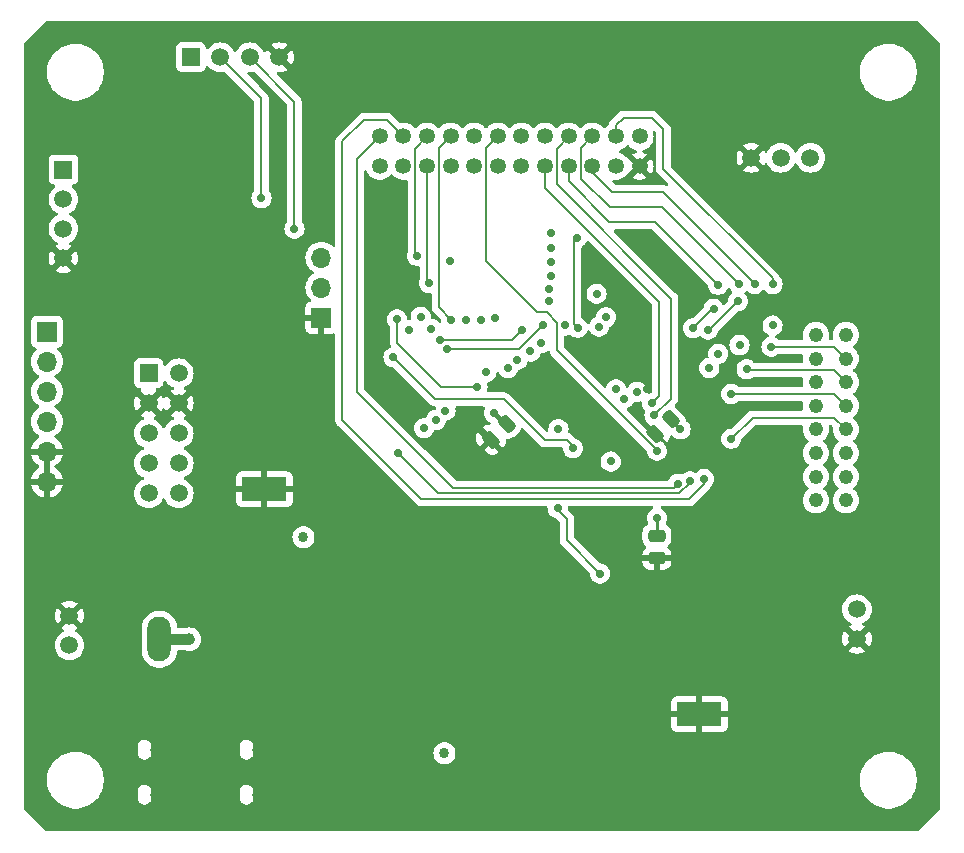
<source format=gbr>
%TF.GenerationSoftware,KiCad,Pcbnew,8.0.8-8.0.8-0~ubuntu24.04.1*%
%TF.CreationDate,2025-08-12T19:22:18-04:00*%
%TF.ProjectId,mainboard,6d61696e-626f-4617-9264-2e6b69636164,rev?*%
%TF.SameCoordinates,Original*%
%TF.FileFunction,Copper,L4,Bot*%
%TF.FilePolarity,Positive*%
%FSLAX46Y46*%
G04 Gerber Fmt 4.6, Leading zero omitted, Abs format (unit mm)*
G04 Created by KiCad (PCBNEW 8.0.8-8.0.8-0~ubuntu24.04.1) date 2025-08-12 19:22:18*
%MOMM*%
%LPD*%
G01*
G04 APERTURE LIST*
G04 Aperture macros list*
%AMRoundRect*
0 Rectangle with rounded corners*
0 $1 Rounding radius*
0 $2 $3 $4 $5 $6 $7 $8 $9 X,Y pos of 4 corners*
0 Add a 4 corners polygon primitive as box body*
4,1,4,$2,$3,$4,$5,$6,$7,$8,$9,$2,$3,0*
0 Add four circle primitives for the rounded corners*
1,1,$1+$1,$2,$3*
1,1,$1+$1,$4,$5*
1,1,$1+$1,$6,$7*
1,1,$1+$1,$8,$9*
0 Add four rect primitives between the rounded corners*
20,1,$1+$1,$2,$3,$4,$5,0*
20,1,$1+$1,$4,$5,$6,$7,0*
20,1,$1+$1,$6,$7,$8,$9,0*
20,1,$1+$1,$8,$9,$2,$3,0*%
G04 Aperture macros list end*
%TA.AperFunction,ComponentPad*%
%ADD10R,1.508000X1.508000*%
%TD*%
%TA.AperFunction,ComponentPad*%
%ADD11C,1.508000*%
%TD*%
%TA.AperFunction,ComponentPad*%
%ADD12R,1.700000X1.700000*%
%TD*%
%TA.AperFunction,ComponentPad*%
%ADD13O,1.700000X1.700000*%
%TD*%
%TA.AperFunction,ComponentPad*%
%ADD14C,1.219200*%
%TD*%
%TA.AperFunction,ComponentPad*%
%ADD15C,1.498600*%
%TD*%
%TA.AperFunction,ComponentPad*%
%ADD16C,1.346200*%
%TD*%
%TA.AperFunction,SMDPad,CuDef*%
%ADD17RoundRect,0.250000X-0.159099X0.512652X-0.512652X0.159099X0.159099X-0.512652X0.512652X-0.159099X0*%
%TD*%
%TA.AperFunction,SMDPad,CuDef*%
%ADD18R,3.800000X2.000000*%
%TD*%
%TA.AperFunction,SMDPad,CuDef*%
%ADD19O,2.000000X3.800000*%
%TD*%
%TA.AperFunction,SMDPad,CuDef*%
%ADD20RoundRect,0.250000X-0.475000X0.250000X-0.475000X-0.250000X0.475000X-0.250000X0.475000X0.250000X0*%
%TD*%
%TA.AperFunction,ViaPad*%
%ADD21C,0.860000*%
%TD*%
%TA.AperFunction,ViaPad*%
%ADD22C,0.700000*%
%TD*%
%TA.AperFunction,ViaPad*%
%ADD23C,1.000000*%
%TD*%
%TA.AperFunction,Conductor*%
%ADD24C,0.381000*%
%TD*%
%TA.AperFunction,Conductor*%
%ADD25C,0.254000*%
%TD*%
%TA.AperFunction,Conductor*%
%ADD26C,0.203200*%
%TD*%
%TA.AperFunction,Conductor*%
%ADD27C,0.200000*%
%TD*%
%TA.AperFunction,Conductor*%
%ADD28C,0.889000*%
%TD*%
G04 APERTURE END LIST*
D10*
%TO.P,J7,1,1*%
%TO.N,RST*%
X75812000Y-57265500D03*
D11*
%TO.P,J7,2,2*%
%TO.N,SWDIO*%
X78352000Y-57265500D03*
%TO.P,J7,3,3*%
%TO.N,GND*%
X75812000Y-59805500D03*
%TO.P,J7,4,4*%
X78352000Y-59805500D03*
%TO.P,J7,5,5*%
%TO.N,unconnected-(J7-Pad5)*%
X75811999Y-62345500D03*
%TO.P,J7,6,6*%
%TO.N,SWCLK*%
X78352001Y-62345500D03*
%TO.P,J7,7,7*%
%TO.N,unconnected-(J7-Pad7)*%
X75812000Y-64885500D03*
%TO.P,J7,8,8*%
%TO.N,unconnected-(J7-Pad8)*%
X78352000Y-64885500D03*
%TO.P,J7,9,9*%
%TO.N,/programming/5v5_in_jtag*%
X75812000Y-67425500D03*
%TO.P,J7,10,10*%
X78352000Y-67425500D03*
%TD*%
D12*
%TO.P,J6,1,Pin_1*%
%TO.N,unconnected-(J6-Pin_1-Pad1)*%
X67199000Y-53753000D03*
D13*
%TO.P,J6,2,Pin_2*%
%TO.N,PD2*%
X67199000Y-56293000D03*
%TO.P,J6,3,Pin_3*%
%TO.N,PC12*%
X67199000Y-58832999D03*
%TO.P,J6,4,Pin_4*%
%TO.N,unconnected-(J6-Pin_4-Pad4)*%
X67199000Y-61373000D03*
%TO.P,J6,5,Pin_5*%
%TO.N,GND*%
X67199000Y-63913000D03*
%TO.P,J6,6,Pin_6*%
X67199000Y-66453000D03*
%TD*%
D14*
%TO.P,U1,1,1*%
%TO.N,PA0*%
X132299000Y-68028000D03*
%TO.P,U1,2,2*%
%TO.N,PA1*%
X132299000Y-66028001D03*
%TO.P,U1,3,3*%
%TO.N,PA2*%
X132299000Y-64028000D03*
%TO.P,U1,4,4*%
%TO.N,PA3*%
X132299000Y-62028001D03*
%TO.P,U1,5,5*%
%TO.N,PA4*%
X132299000Y-60028000D03*
%TO.P,U1,6,6*%
%TO.N,PA5*%
X132299000Y-58028002D03*
%TO.P,U1,7,7*%
%TO.N,PA6*%
X132299000Y-56028001D03*
%TO.P,U1,8,8*%
%TO.N,PA7*%
X132299000Y-54028000D03*
%TO.P,U1,9,9*%
%TO.N,PA8*%
X134839000Y-68028000D03*
%TO.P,U1,10,10*%
%TO.N,PA9*%
X134839000Y-66028001D03*
%TO.P,U1,11,11*%
%TO.N,PA10*%
X134839000Y-64028000D03*
%TO.P,U1,12,12*%
%TO.N,PB11*%
X134839000Y-62028001D03*
%TO.P,U1,13,13*%
%TO.N,PB12*%
X134839000Y-60028000D03*
%TO.P,U1,14,14*%
%TO.N,PB13*%
X134839000Y-58028002D03*
%TO.P,U1,15,15*%
%TO.N,PB14*%
X134839000Y-56028001D03*
%TO.P,U1,16,16*%
%TO.N,unconnected-(U1-Pad16)*%
X134839000Y-54028000D03*
%TD*%
D15*
%TO.P,J5,1,Pin_1*%
%TO.N,+3.3V*%
X131839000Y-39028000D03*
%TO.P,J5,2,Pin_2*%
%TO.N,PC11*%
X129339000Y-39028000D03*
%TO.P,J5,3,Pin_3*%
%TO.N,GND*%
X126839000Y-39028000D03*
%TD*%
D10*
%TO.P,J2,1,1*%
%TO.N,PC13*%
X68596000Y-40030002D03*
D11*
%TO.P,J2,2,2*%
%TO.N,PC14*%
X68596000Y-42530002D03*
%TO.P,J2,3,3*%
%TO.N,PC15*%
X68596000Y-45030000D03*
%TO.P,J2,4,4*%
%TO.N,GND*%
X68596000Y-47530000D03*
%TD*%
D16*
%TO.P,J1,1,1*%
%TO.N,PB0*%
X95372399Y-37226306D03*
%TO.P,J1,2,2*%
%TO.N,PB1*%
X95372399Y-39726306D03*
%TO.P,J1,3,3*%
%TO.N,PB2*%
X97372400Y-37226306D03*
%TO.P,J1,4,4*%
%TO.N,PB3*%
X97372400Y-39726306D03*
%TO.P,J1,5,5*%
%TO.N,PB4*%
X99372398Y-37226306D03*
%TO.P,J1,6,6*%
%TO.N,PB5*%
X99372398Y-39726306D03*
%TO.P,J1,7,7*%
%TO.N,PB6*%
X101372400Y-37226306D03*
%TO.P,J1,8,8*%
%TO.N,PB7*%
X101372400Y-39726306D03*
%TO.P,J1,9,9*%
%TO.N,PB8*%
X103372398Y-37226306D03*
%TO.P,J1,10,10*%
%TO.N,PB9*%
X103372398Y-39726306D03*
%TO.P,J1,11,11*%
%TO.N,PB10*%
X105372399Y-37226306D03*
%TO.P,J1,12,12*%
%TO.N,PC0*%
X105372399Y-39726306D03*
%TO.P,J1,13,13*%
%TO.N,PC1*%
X107372400Y-37226306D03*
%TO.P,J1,14,14*%
%TO.N,PC2*%
X107372400Y-39726306D03*
%TO.P,J1,15,15*%
%TO.N,PC3*%
X109372399Y-37226306D03*
%TO.P,J1,16,16*%
%TO.N,PC4*%
X109372399Y-39726306D03*
%TO.P,J1,17,17*%
%TO.N,PC5*%
X111372400Y-37226306D03*
%TO.P,J1,18,18*%
%TO.N,PC6*%
X111372400Y-39726306D03*
%TO.P,J1,19,19*%
%TO.N,PC7*%
X113372398Y-37226306D03*
%TO.P,J1,20,20*%
%TO.N,PC8*%
X113372398Y-39726306D03*
%TO.P,J1,21,21*%
%TO.N,PC9*%
X115372399Y-37226306D03*
%TO.P,J1,22,22*%
%TO.N,PC10*%
X115372399Y-39726306D03*
%TO.P,J1,23,23*%
%TO.N,+3.3V*%
X117372398Y-37226306D03*
%TO.P,J1,24,24*%
%TO.N,GND*%
X117372398Y-39726306D03*
%TD*%
D10*
%TO.P,J3,1,1*%
%TO.N,PC13*%
X79384002Y-30512000D03*
D11*
%TO.P,J3,2,2*%
%TO.N,PC14*%
X81884002Y-30512000D03*
%TO.P,J3,3,3*%
%TO.N,PC15*%
X84384000Y-30512000D03*
%TO.P,J3,4,4*%
%TO.N,GND*%
X86884000Y-30512000D03*
%TD*%
D12*
%TO.P,SW3,1,A*%
%TO.N,GND*%
X90440000Y-52568000D03*
D13*
%TO.P,SW3,2,B*%
%TO.N,/stm/SW_BOOT0*%
X90440000Y-50028000D03*
%TO.P,SW3,3,C*%
%TO.N,+3.3V*%
X90440000Y-47488001D03*
%TD*%
D15*
%TO.P,SW2,1,A*%
%TO.N,RST*%
X135779000Y-77248000D03*
%TO.P,SW2,2,B*%
%TO.N,GND*%
X135779000Y-79748000D03*
%TD*%
%TO.P,J4,1,1*%
%TO.N,+3.3V*%
X69104000Y-80296000D03*
%TO.P,J4,2,2*%
%TO.N,GND*%
X69104000Y-77796000D03*
%TD*%
D17*
%TO.P,C8,1*%
%TO.N,+3.3V*%
X120010751Y-61106249D03*
%TO.P,C8,2*%
%TO.N,GND*%
X118667249Y-62449751D03*
%TD*%
D18*
%TO.P,TP8,1,1*%
%TO.N,GND*%
X122444000Y-86138000D03*
%TD*%
D19*
%TO.P,TP4,1,1*%
%TO.N,/programming/5v5_post_diode*%
X76724000Y-79788000D03*
%TD*%
D17*
%TO.P,C6,1*%
%TO.N,+3.3V*%
X106110751Y-61556249D03*
%TO.P,C6,2*%
%TO.N,GND*%
X104767249Y-62899751D03*
%TD*%
D20*
%TO.P,C7,1*%
%TO.N,+3.3V*%
X118839000Y-71028000D03*
%TO.P,C7,2*%
%TO.N,GND*%
X118839000Y-72927998D03*
%TD*%
D18*
%TO.P,TP6,1,1*%
%TO.N,GND*%
X85614000Y-67088000D03*
%TD*%
D21*
%TO.N,+3.3V*%
X88916000Y-71152000D03*
D22*
X118839000Y-69528000D03*
X120839000Y-62028000D03*
X110506000Y-62008000D03*
X105039000Y-60628000D03*
D21*
X100854000Y-89440000D03*
D22*
%TO.N,GND*%
X88662000Y-52864000D03*
X123587000Y-63659000D03*
X118039000Y-58628000D03*
X89424000Y-67088000D03*
X96917000Y-68612000D03*
X120116938Y-48410474D03*
X114824000Y-87408000D03*
X120285000Y-75216000D03*
X111903000Y-61627000D03*
X76978000Y-91106200D03*
X88154000Y-91218000D03*
X74184000Y-50832000D03*
X88154000Y-76867000D03*
X93488000Y-76870000D03*
X115309319Y-65890553D03*
X116685231Y-65660275D03*
X135144000Y-87408000D03*
X73100498Y-87340281D03*
X75200000Y-36608000D03*
X95639000Y-78428000D03*
X135144000Y-36608000D03*
X102639000Y-77028000D03*
X106467938Y-31559856D03*
X124984000Y-36608000D03*
%TO.N,PC9*%
X128639000Y-53228000D03*
X128639000Y-49718131D03*
%TO.N,PC3*%
X114925519Y-64741481D03*
X109839000Y-45428000D03*
%TO.N,PC8*%
X127121500Y-49710500D03*
X125839000Y-54879600D03*
%TO.N,PC6*%
X123279072Y-56828000D03*
X123997500Y-49786500D03*
%TO.N,PB8*%
X113939000Y-53328000D03*
X109739000Y-51128000D03*
%TO.N,PC2*%
X117165870Y-58846283D03*
X109839000Y-46628000D03*
%TO.N,PC10*%
X112139000Y-53428000D03*
X112067495Y-45791665D03*
%TO.N,PB3*%
X105102144Y-52591144D03*
X109039000Y-54728000D03*
%TO.N,PC5*%
X118639000Y-60828000D03*
%TO.N,PB10*%
X118839000Y-63828000D03*
%TO.N,PB9*%
X114539000Y-52528000D03*
X109739000Y-50128000D03*
%TO.N,PC7*%
X124039000Y-55628000D03*
X125776662Y-49718131D03*
%TO.N,PB5*%
X102639000Y-52728000D03*
X107039000Y-56128000D03*
X99539000Y-49628000D03*
%TO.N,PC0*%
X115387400Y-58628000D03*
X109839000Y-49028000D03*
%TO.N,PC1*%
X116039000Y-59428000D03*
X109839000Y-47828000D03*
%TO.N,PB2*%
X122839000Y-66228000D03*
%TO.N,PC4*%
X118439000Y-59828000D03*
%TO.N,PB6*%
X101439000Y-52728000D03*
X106239000Y-56828000D03*
%TO.N,PB7*%
X104401500Y-57190500D03*
X101339000Y-47728000D03*
%TO.N,PB1*%
X121639000Y-66428000D03*
X96896800Y-64060200D03*
%TO.N,PB0*%
X120639000Y-66626400D03*
%TO.N,PB4*%
X98539000Y-47328000D03*
X108139000Y-55428000D03*
X103939000Y-52728000D03*
%TO.N,PA8*%
X125689000Y-51176400D03*
X123189000Y-53578000D03*
%TO.N,PB14*%
X128539000Y-55028000D03*
%TO.N,PB11*%
X125139000Y-62828000D03*
%TO.N,PB12*%
X125139000Y-59028000D03*
%TO.N,PB13*%
X126439000Y-56928000D03*
%TO.N,PA9*%
X123639000Y-51828000D03*
X121916695Y-53450305D03*
%TO.N,PC15*%
X97839000Y-53597177D03*
X99139000Y-61928000D03*
X88154000Y-45030000D03*
%TO.N,PC14*%
X85360000Y-42450000D03*
X100139000Y-61228000D03*
X98839000Y-52483000D03*
%TO.N,PC13*%
X100939000Y-60428000D03*
X99739000Y-53497697D03*
D23*
%TO.N,/programming/5v5_post_diode*%
X79264000Y-79788000D03*
D22*
%TO.N,/stm/BOOT0*%
X103648000Y-58452000D03*
X96851500Y-52715500D03*
%TO.N,PC11*%
X111039000Y-53228000D03*
X113739000Y-50528000D03*
%TO.N,PD2*%
X100439000Y-54428000D03*
X107426302Y-53615302D03*
%TO.N,PC12*%
X109214000Y-53153000D03*
X101039000Y-55228000D03*
%TO.N,RST*%
X110439000Y-68686000D03*
X114039000Y-74228000D03*
X111739000Y-63628000D03*
X96539000Y-55928000D03*
%TD*%
D24*
%TO.N,+3.3V*%
X105967249Y-61556249D02*
X105039000Y-60628000D01*
D25*
X120010751Y-61199751D02*
X120839000Y-62028000D01*
D24*
X106110751Y-61556249D02*
X105967249Y-61556249D01*
D25*
X120010751Y-61106249D02*
X120010751Y-61199751D01*
X118839000Y-69528000D02*
X118839000Y-71028000D01*
D26*
%TO.N,PC9*%
X128639000Y-49228000D02*
X119396000Y-39985000D01*
X128639000Y-49718131D02*
X128639000Y-49228000D01*
X116039000Y-35628000D02*
X115372399Y-36294601D01*
X119396000Y-39985000D02*
X119396000Y-36608000D01*
X115372399Y-36294601D02*
X115372399Y-37226306D01*
X119396000Y-36608000D02*
X118416000Y-35628000D01*
X118416000Y-35628000D02*
X116039000Y-35628000D01*
%TO.N,PC8*%
X127121500Y-49710500D02*
X119353000Y-41942000D01*
X115078000Y-41942000D02*
X113372398Y-40236398D01*
X113372398Y-40236398D02*
X113372398Y-39726306D01*
X119353000Y-41942000D02*
X115078000Y-41942000D01*
%TO.N,PC6*%
X111372400Y-41030400D02*
X111372400Y-39726306D01*
X123997500Y-49786500D02*
X118693000Y-44482000D01*
X118693000Y-44482000D02*
X114824000Y-44482000D01*
X114824000Y-44482000D02*
X111372400Y-41030400D01*
%TO.N,PC10*%
X112067495Y-45791665D02*
X111839000Y-46020160D01*
X111839000Y-53128000D02*
X112139000Y-53428000D01*
X111839000Y-46020160D02*
X111839000Y-53128000D01*
%TO.N,PC5*%
X110347099Y-41275099D02*
X110347099Y-38251607D01*
X110347099Y-38251607D02*
X111372400Y-37226306D01*
X118639000Y-60828000D02*
X120039000Y-59428000D01*
X120039000Y-59428000D02*
X120039000Y-50967000D01*
X120039000Y-50967000D02*
X110347099Y-41275099D01*
%TO.N,PB10*%
X108720373Y-52109373D02*
X104393040Y-47782040D01*
X110387400Y-52976400D02*
X109520373Y-52109373D01*
X109520373Y-52109373D02*
X108720373Y-52109373D01*
X118839000Y-63828000D02*
X118839000Y-63796133D01*
X104393040Y-38205665D02*
X105372399Y-37226306D01*
X110387400Y-55344533D02*
X110387400Y-52976400D01*
X104393040Y-47782040D02*
X104393040Y-38205665D01*
X118839000Y-63796133D02*
X110387400Y-55344533D01*
%TO.N,PC7*%
X112397698Y-40785698D02*
X112397698Y-38201006D01*
X125776662Y-49714062D02*
X119290600Y-43228000D01*
X125776662Y-49718131D02*
X125776662Y-49714062D01*
X119290600Y-43228000D02*
X114840000Y-43228000D01*
X114840000Y-43228000D02*
X112397698Y-40785698D01*
X112397698Y-38201006D02*
X113372398Y-37226306D01*
%TO.N,PB5*%
X99372398Y-49461398D02*
X99372398Y-39726306D01*
X99539000Y-49628000D02*
X99372398Y-49461398D01*
%TO.N,PB2*%
X98893960Y-67921960D02*
X92218000Y-61246000D01*
X121545040Y-67921960D02*
X98893960Y-67921960D01*
X95974094Y-35828000D02*
X97372400Y-37226306D01*
X92218000Y-37649000D02*
X94039000Y-35828000D01*
X122839000Y-66628000D02*
X121545040Y-67921960D01*
X122839000Y-66228000D02*
X122839000Y-66628000D01*
X94039000Y-35828000D02*
X95974094Y-35828000D01*
X92218000Y-61246000D02*
X92218000Y-37649000D01*
%TO.N,PC4*%
X119039000Y-59228000D02*
X118439000Y-59828000D01*
X109372399Y-39726306D02*
X109372399Y-41570399D01*
X109372399Y-41570399D02*
X119039000Y-51237000D01*
X119039000Y-51237000D02*
X119039000Y-59228000D01*
%TO.N,PB6*%
X101439000Y-52728000D02*
X100397700Y-51686700D01*
X100397700Y-38201006D02*
X101372400Y-37226306D01*
X100397700Y-51686700D02*
X100397700Y-38201006D01*
%TO.N,PB1*%
X96896801Y-64060200D02*
X100271108Y-67434507D01*
X120752395Y-67434507D02*
X121639000Y-66547902D01*
X100271108Y-67434507D02*
X120752395Y-67434507D01*
X121639000Y-66547902D02*
X121639000Y-66428000D01*
X96896800Y-64060200D02*
X96896801Y-64060200D01*
%TO.N,PB0*%
X93439000Y-39159705D02*
X95372399Y-37226306D01*
X120287934Y-66977466D02*
X101588466Y-66977466D01*
X120639000Y-66626400D02*
X120287934Y-66977466D01*
X93439000Y-58828000D02*
X93439000Y-39159705D01*
X101588466Y-66977466D02*
X93439000Y-58828000D01*
%TO.N,PB4*%
X98347100Y-38251604D02*
X99372398Y-37226306D01*
X98539000Y-47328000D02*
X98347100Y-47136100D01*
X98347100Y-47136100D02*
X98347100Y-38251604D01*
%TO.N,PA8*%
X125689000Y-51178000D02*
X123289000Y-53578000D01*
X125689000Y-51176400D02*
X125689000Y-51178000D01*
X123289000Y-53578000D02*
X123189000Y-53578000D01*
%TO.N,PB14*%
X133838999Y-55028000D02*
X134839000Y-56028001D01*
X128539000Y-55028000D02*
X133838999Y-55028000D01*
%TO.N,PB11*%
X133839000Y-61028001D02*
X134839000Y-62028001D01*
X126939000Y-61028000D02*
X133839000Y-61028000D01*
X133839000Y-61028000D02*
X133839000Y-61028001D01*
X125139000Y-62828000D02*
X126939000Y-61028000D01*
%TO.N,PB12*%
X125139000Y-59028000D02*
X133839000Y-59028000D01*
X133839000Y-59028000D02*
X134839000Y-60028000D01*
%TO.N,PB13*%
X133838998Y-57028000D02*
X134839000Y-58028002D01*
X126739000Y-57028000D02*
X133838998Y-57028000D01*
X126439000Y-56928000D02*
X126639000Y-56928000D01*
X126639000Y-56928000D02*
X126739000Y-57028000D01*
%TO.N,PA9*%
X123539000Y-51828000D02*
X121916695Y-53450305D01*
X123639000Y-51828000D02*
X123539000Y-51828000D01*
D27*
%TO.N,PC15*%
X84384000Y-30512000D02*
X88154000Y-34282000D01*
X88154000Y-34282000D02*
X88154000Y-45030000D01*
%TO.N,PC14*%
X81884002Y-30512000D02*
X85360000Y-33987998D01*
X85360000Y-33987998D02*
X85360000Y-42450000D01*
D28*
%TO.N,/programming/5v5_post_diode*%
X79264000Y-79788000D02*
X76724000Y-79788000D01*
D26*
%TO.N,/stm/BOOT0*%
X100600000Y-58452000D02*
X96851500Y-54703500D01*
X103648000Y-58452000D02*
X100600000Y-58452000D01*
X96851500Y-54703500D02*
X96851500Y-52715500D01*
%TO.N,PD2*%
X100439000Y-54428000D02*
X106613604Y-54428000D01*
X106613604Y-54428000D02*
X107426302Y-53615302D01*
%TO.N,PC12*%
X109214000Y-53153000D02*
X107139000Y-55228000D01*
X107139000Y-55228000D02*
X101039000Y-55228000D01*
%TO.N,RST*%
X111739000Y-63428000D02*
X111739000Y-63628000D01*
X110439000Y-68828000D02*
X111239000Y-69628000D01*
X96539000Y-55928000D02*
X100090600Y-59479600D01*
X111239000Y-71428000D02*
X114039000Y-74228000D01*
X111239000Y-62928000D02*
X111739000Y-63428000D01*
X111239000Y-69628000D02*
X111239000Y-71428000D01*
X105890600Y-59479600D02*
X109339000Y-62928000D01*
X110439000Y-68686000D02*
X110439000Y-68828000D01*
X100090600Y-59479600D02*
X105890600Y-59479600D01*
X109339000Y-62928000D02*
X111239000Y-62928000D01*
%TD*%
%TA.AperFunction,Conductor*%
%TO.N,GND*%
G36*
X113029005Y-46082874D02*
G01*
X113050645Y-46100143D01*
X118400581Y-51450079D01*
X118434066Y-51511402D01*
X118436900Y-51537760D01*
X118436900Y-58858532D01*
X118417215Y-58925571D01*
X118364411Y-58971326D01*
X118338681Y-58979822D01*
X118168376Y-59016022D01*
X118167870Y-59013643D01*
X118108999Y-59015299D01*
X118049182Y-58979191D01*
X118018383Y-58916476D01*
X118017256Y-58882426D01*
X118021055Y-58846283D01*
X118002367Y-58668480D01*
X117973164Y-58578602D01*
X117947122Y-58498453D01*
X117947119Y-58498447D01*
X117947071Y-58498363D01*
X117857729Y-58343618D01*
X117800598Y-58280168D01*
X117738105Y-58210761D01*
X117738102Y-58210759D01*
X117738101Y-58210758D01*
X117738100Y-58210757D01*
X117593463Y-58105671D01*
X117430137Y-58032954D01*
X117430135Y-58032953D01*
X117293114Y-58003829D01*
X117255261Y-57995783D01*
X117076479Y-57995783D01*
X117045824Y-58002298D01*
X116901603Y-58032953D01*
X116901598Y-58032955D01*
X116738278Y-58105670D01*
X116593638Y-58210758D01*
X116474011Y-58343617D01*
X116431061Y-58418009D01*
X116380493Y-58466224D01*
X116311886Y-58479446D01*
X116247022Y-58453478D01*
X116206494Y-58396564D01*
X116205743Y-58394326D01*
X116205141Y-58392474D01*
X116187387Y-58337832D01*
X116168652Y-58280170D01*
X116168649Y-58280164D01*
X116165204Y-58274197D01*
X116079259Y-58125335D01*
X116019204Y-58058637D01*
X115959635Y-57992478D01*
X115959632Y-57992476D01*
X115959631Y-57992475D01*
X115959630Y-57992474D01*
X115814993Y-57887388D01*
X115651667Y-57814671D01*
X115651665Y-57814670D01*
X115523994Y-57787533D01*
X115476791Y-57777500D01*
X115298009Y-57777500D01*
X115267354Y-57784015D01*
X115123133Y-57814670D01*
X115123128Y-57814672D01*
X114959808Y-57887387D01*
X114815168Y-57992475D01*
X114695540Y-58125336D01*
X114606150Y-58280164D01*
X114606148Y-58280168D01*
X114562829Y-58413490D01*
X114523391Y-58471165D01*
X114459032Y-58498363D01*
X114390186Y-58486448D01*
X114357217Y-58462852D01*
X111025819Y-55131454D01*
X110992334Y-55070131D01*
X110989500Y-55043773D01*
X110989500Y-54202500D01*
X111009185Y-54135461D01*
X111061989Y-54089706D01*
X111113500Y-54078500D01*
X111128389Y-54078500D01*
X111128391Y-54078500D01*
X111303267Y-54041329D01*
X111394796Y-54000577D01*
X111464044Y-53991293D01*
X111527321Y-54020921D01*
X111537379Y-54030884D01*
X111566770Y-54063526D01*
X111711407Y-54168612D01*
X111874733Y-54241329D01*
X112049609Y-54278500D01*
X112049610Y-54278500D01*
X112228389Y-54278500D01*
X112228391Y-54278500D01*
X112403267Y-54241329D01*
X112566593Y-54168612D01*
X112711230Y-54063526D01*
X112830859Y-53930665D01*
X112920250Y-53775835D01*
X112920528Y-53774981D01*
X112940504Y-53713499D01*
X112979940Y-53655823D01*
X113044299Y-53628624D01*
X113113145Y-53640538D01*
X113164622Y-53687782D01*
X113165818Y-53689809D01*
X113247141Y-53830665D01*
X113288812Y-53876946D01*
X113366764Y-53963521D01*
X113366767Y-53963523D01*
X113366770Y-53963526D01*
X113511407Y-54068612D01*
X113674733Y-54141329D01*
X113849609Y-54178500D01*
X113849610Y-54178500D01*
X114028389Y-54178500D01*
X114028391Y-54178500D01*
X114203267Y-54141329D01*
X114366593Y-54068612D01*
X114511230Y-53963526D01*
X114520737Y-53952968D01*
X114545167Y-53925835D01*
X114630859Y-53830665D01*
X114720250Y-53675835D01*
X114775497Y-53505803D01*
X114784785Y-53417422D01*
X114811369Y-53352810D01*
X114857668Y-53317108D01*
X114966593Y-53268612D01*
X115111230Y-53163526D01*
X115230859Y-53030665D01*
X115320250Y-52875835D01*
X115375497Y-52705803D01*
X115394185Y-52528000D01*
X115375497Y-52350197D01*
X115344078Y-52253500D01*
X115320252Y-52180170D01*
X115320249Y-52180164D01*
X115294268Y-52135164D01*
X115230859Y-52025335D01*
X115230857Y-52025333D01*
X115111235Y-51892478D01*
X115111232Y-51892476D01*
X115111231Y-51892475D01*
X115111230Y-51892474D01*
X114966593Y-51787388D01*
X114803267Y-51714671D01*
X114803265Y-51714670D01*
X114675594Y-51687533D01*
X114628391Y-51677500D01*
X114449609Y-51677500D01*
X114418954Y-51684015D01*
X114274733Y-51714670D01*
X114274728Y-51714672D01*
X114111408Y-51787387D01*
X113966768Y-51892475D01*
X113847141Y-52025335D01*
X113847140Y-52025335D01*
X113757750Y-52180164D01*
X113757747Y-52180170D01*
X113702504Y-52350192D01*
X113702502Y-52350203D01*
X113693212Y-52438577D01*
X113666627Y-52503191D01*
X113620329Y-52538892D01*
X113511406Y-52587388D01*
X113366768Y-52692475D01*
X113247140Y-52825336D01*
X113157750Y-52980164D01*
X113157748Y-52980168D01*
X113137495Y-53042502D01*
X113098057Y-53100177D01*
X113033698Y-53127375D01*
X112964852Y-53115460D01*
X112913376Y-53068216D01*
X112912177Y-53066182D01*
X112830862Y-52925339D01*
X112830860Y-52925336D01*
X112711235Y-52792478D01*
X112711232Y-52792476D01*
X112711231Y-52792475D01*
X112711230Y-52792474D01*
X112566593Y-52687388D01*
X112540285Y-52675675D01*
X112514663Y-52664267D01*
X112461427Y-52619016D01*
X112441106Y-52552167D01*
X112441100Y-52550988D01*
X112441100Y-50528000D01*
X112883815Y-50528000D01*
X112902503Y-50705805D01*
X112902504Y-50705807D01*
X112957747Y-50875829D01*
X112957750Y-50875835D01*
X113047141Y-51030665D01*
X113079403Y-51066495D01*
X113166764Y-51163521D01*
X113166767Y-51163523D01*
X113166770Y-51163526D01*
X113311407Y-51268612D01*
X113474733Y-51341329D01*
X113649609Y-51378500D01*
X113649610Y-51378500D01*
X113828389Y-51378500D01*
X113828391Y-51378500D01*
X114003267Y-51341329D01*
X114166593Y-51268612D01*
X114311230Y-51163526D01*
X114430859Y-51030665D01*
X114520250Y-50875835D01*
X114575497Y-50705803D01*
X114594185Y-50528000D01*
X114575497Y-50350197D01*
X114533451Y-50220794D01*
X114520252Y-50180170D01*
X114520249Y-50180164D01*
X114493790Y-50134335D01*
X114430859Y-50025335D01*
X114375906Y-49964304D01*
X114311235Y-49892478D01*
X114311232Y-49892476D01*
X114311231Y-49892475D01*
X114311230Y-49892474D01*
X114166593Y-49787388D01*
X114003267Y-49714671D01*
X114003265Y-49714670D01*
X113875594Y-49687533D01*
X113828391Y-49677500D01*
X113649609Y-49677500D01*
X113618954Y-49684015D01*
X113474733Y-49714670D01*
X113474728Y-49714672D01*
X113311408Y-49787387D01*
X113166768Y-49892475D01*
X113047140Y-50025336D01*
X112957750Y-50180164D01*
X112957747Y-50180170D01*
X112902504Y-50350192D01*
X112902503Y-50350194D01*
X112883815Y-50528000D01*
X112441100Y-50528000D01*
X112441100Y-46634682D01*
X112460785Y-46567643D01*
X112492214Y-46534364D01*
X112495084Y-46532278D01*
X112495088Y-46532277D01*
X112639725Y-46427191D01*
X112759354Y-46294330D01*
X112848745Y-46139500D01*
X112848750Y-46139481D01*
X112849683Y-46137391D01*
X112850553Y-46136366D01*
X112851994Y-46133872D01*
X112852450Y-46134135D01*
X112894932Y-46084153D01*
X112961781Y-46063830D01*
X113029005Y-46082874D01*
G37*
%TD.AperFunction*%
%TA.AperFunction,Conductor*%
G36*
X118668197Y-36742242D02*
G01*
X118703421Y-36766919D01*
X118757581Y-36821079D01*
X118791066Y-36882402D01*
X118793900Y-36908760D01*
X118793900Y-37165253D01*
X118774631Y-37230873D01*
X118791593Y-37263550D01*
X118793900Y-37287358D01*
X118793900Y-39670672D01*
X118776663Y-39729370D01*
X118791593Y-39758131D01*
X118793900Y-39781939D01*
X118793900Y-40064268D01*
X118808602Y-40119136D01*
X118834933Y-40217403D01*
X118851523Y-40246137D01*
X118872560Y-40282574D01*
X118914199Y-40354696D01*
X118914201Y-40354699D01*
X119759414Y-41199912D01*
X119792899Y-41261235D01*
X119787915Y-41330927D01*
X119746043Y-41386860D01*
X119680579Y-41411277D01*
X119612306Y-41396425D01*
X119609734Y-41394981D01*
X119585402Y-41380933D01*
X119585403Y-41380933D01*
X119534357Y-41367255D01*
X119432268Y-41339900D01*
X119432266Y-41339900D01*
X115378760Y-41339900D01*
X115311721Y-41320215D01*
X115291079Y-41303581D01*
X115084050Y-41096552D01*
X115050565Y-41035229D01*
X115055549Y-40965537D01*
X115097421Y-40909604D01*
X115162885Y-40885187D01*
X115194508Y-40886981D01*
X115263649Y-40899906D01*
X115263652Y-40899906D01*
X115481146Y-40899906D01*
X115481149Y-40899906D01*
X115694946Y-40859941D01*
X115897759Y-40781371D01*
X116082681Y-40666871D01*
X116243416Y-40520343D01*
X116323184Y-40414712D01*
X116351299Y-40393849D01*
X116955489Y-39789660D01*
X116981859Y-39888072D01*
X117037035Y-39983639D01*
X117115065Y-40061669D01*
X117210632Y-40116845D01*
X117309043Y-40143214D01*
X116738609Y-40713646D01*
X116738610Y-40713647D01*
X116847258Y-40780919D01*
X116847264Y-40780922D01*
X117049986Y-40859456D01*
X117263696Y-40899406D01*
X117481100Y-40899406D01*
X117694809Y-40859456D01*
X117897533Y-40780921D01*
X117897535Y-40780920D01*
X118006185Y-40713646D01*
X117435753Y-40143214D01*
X117534164Y-40116845D01*
X117629731Y-40061669D01*
X117707761Y-39983639D01*
X117762937Y-39888072D01*
X117789306Y-39789660D01*
X118362054Y-40362408D01*
X118374059Y-40346511D01*
X118470966Y-40151897D01*
X118530464Y-39942781D01*
X118546429Y-39770498D01*
X118564071Y-39726067D01*
X118550923Y-39705607D01*
X118546429Y-39682113D01*
X118530464Y-39509830D01*
X118470966Y-39300714D01*
X118374064Y-39106109D01*
X118374056Y-39106096D01*
X118362053Y-39090202D01*
X117789306Y-39662950D01*
X117762937Y-39564540D01*
X117707761Y-39468973D01*
X117629731Y-39390943D01*
X117534164Y-39335767D01*
X117435753Y-39309397D01*
X118006185Y-38738964D01*
X118006184Y-38738963D01*
X117897537Y-38671693D01*
X117897531Y-38671689D01*
X117692347Y-38592201D01*
X117636945Y-38549628D01*
X117613355Y-38483861D01*
X117629066Y-38415781D01*
X117679090Y-38367002D01*
X117692347Y-38360947D01*
X117694942Y-38359941D01*
X117694945Y-38359941D01*
X117897758Y-38281371D01*
X118082680Y-38166871D01*
X118243415Y-38020343D01*
X118374488Y-37846774D01*
X118471436Y-37652076D01*
X118471436Y-37652073D01*
X118471438Y-37652071D01*
X118510914Y-37513324D01*
X118530958Y-37442878D01*
X118546115Y-37279302D01*
X118546429Y-37275917D01*
X118566732Y-37224787D01*
X118550923Y-37200188D01*
X118546429Y-37176694D01*
X118530958Y-37009734D01*
X118530957Y-37009731D01*
X118496474Y-36888534D01*
X118497061Y-36818667D01*
X118535327Y-36760208D01*
X118599125Y-36731718D01*
X118668197Y-36742242D01*
G37*
%TD.AperFunction*%
%TA.AperFunction,Conductor*%
G36*
X116460444Y-37967991D02*
G01*
X116471350Y-37980577D01*
X116495514Y-38012574D01*
X116501381Y-38020343D01*
X116662116Y-38166871D01*
X116847038Y-38281371D01*
X117052448Y-38360947D01*
X117107849Y-38403520D01*
X117131440Y-38469287D01*
X117115729Y-38537367D01*
X117065705Y-38586146D01*
X117052448Y-38592200D01*
X116847272Y-38671686D01*
X116847259Y-38671692D01*
X116738609Y-38738964D01*
X117309043Y-39309397D01*
X117210632Y-39335767D01*
X117115065Y-39390943D01*
X117037035Y-39468973D01*
X116981859Y-39564540D01*
X116955489Y-39662951D01*
X116364954Y-39072416D01*
X116362470Y-39071870D01*
X116323182Y-39037896D01*
X116276228Y-38975719D01*
X116243416Y-38932269D01*
X116082681Y-38785741D01*
X115897759Y-38671241D01*
X115897758Y-38671240D01*
X115772258Y-38622622D01*
X115694946Y-38592671D01*
X115694944Y-38592670D01*
X115693040Y-38591933D01*
X115637639Y-38549360D01*
X115614048Y-38483593D01*
X115629759Y-38415513D01*
X115679783Y-38366734D01*
X115693040Y-38360679D01*
X115694944Y-38359941D01*
X115694946Y-38359941D01*
X115897759Y-38281371D01*
X116082681Y-38166871D01*
X116243416Y-38020343D01*
X116273445Y-37980577D01*
X116329550Y-37938943D01*
X116399262Y-37934250D01*
X116460444Y-37967991D01*
G37*
%TD.AperFunction*%
%TA.AperFunction,Conductor*%
G36*
X77886075Y-59998493D02*
G01*
X77951901Y-60112507D01*
X78044993Y-60205599D01*
X78159007Y-60271425D01*
X78222590Y-60288462D01*
X77659555Y-60851496D01*
X77722601Y-60895642D01*
X77722609Y-60895646D01*
X77866711Y-60962842D01*
X77919151Y-61009014D01*
X77938303Y-61076207D01*
X77918087Y-61143089D01*
X77866712Y-61187606D01*
X77722354Y-61254921D01*
X77722350Y-61254923D01*
X77542548Y-61380822D01*
X77542542Y-61380827D01*
X77387328Y-61536041D01*
X77387323Y-61536047D01*
X77261424Y-61715849D01*
X77261420Y-61715857D01*
X77194382Y-61859622D01*
X77148210Y-61912062D01*
X77081016Y-61931214D01*
X77014135Y-61910998D01*
X76969618Y-61859622D01*
X76909484Y-61730665D01*
X76902578Y-61715854D01*
X76902576Y-61715851D01*
X76902575Y-61715849D01*
X76776676Y-61536047D01*
X76776671Y-61536041D01*
X76621457Y-61380827D01*
X76621451Y-61380822D01*
X76441649Y-61254923D01*
X76441645Y-61254921D01*
X76297287Y-61187606D01*
X76244848Y-61141434D01*
X76225696Y-61074240D01*
X76245912Y-61007359D01*
X76297288Y-60962842D01*
X76441390Y-60895646D01*
X76504443Y-60851495D01*
X75941410Y-60288462D01*
X76004993Y-60271425D01*
X76119007Y-60205599D01*
X76212099Y-60112507D01*
X76277925Y-59998493D01*
X76294962Y-59934909D01*
X76857995Y-60497942D01*
X76902145Y-60434892D01*
X76969618Y-60290197D01*
X77015790Y-60237758D01*
X77082984Y-60218606D01*
X77149865Y-60238822D01*
X77194382Y-60290197D01*
X77261854Y-60434892D01*
X77306003Y-60497943D01*
X77869037Y-59934909D01*
X77886075Y-59998493D01*
G37*
%TD.AperFunction*%
%TA.AperFunction,Conductor*%
G36*
X77271700Y-57916333D02*
G01*
X77292073Y-57938922D01*
X77387326Y-58074957D01*
X77387327Y-58074958D01*
X77542541Y-58230172D01*
X77542547Y-58230177D01*
X77722349Y-58356076D01*
X77722351Y-58356077D01*
X77722354Y-58356079D01*
X77804376Y-58394326D01*
X77866710Y-58423393D01*
X77919150Y-58469565D01*
X77938302Y-58536758D01*
X77918086Y-58603640D01*
X77866712Y-58648157D01*
X77722603Y-58715357D01*
X77659556Y-58759503D01*
X77659555Y-58759503D01*
X78222590Y-59322537D01*
X78159007Y-59339575D01*
X78044993Y-59405401D01*
X77951901Y-59498493D01*
X77886075Y-59612507D01*
X77869037Y-59676090D01*
X77306003Y-59113055D01*
X77306003Y-59113056D01*
X77261856Y-59176104D01*
X77261855Y-59176106D01*
X77194382Y-59320802D01*
X77148209Y-59373241D01*
X77081016Y-59392393D01*
X77014135Y-59372177D01*
X76969618Y-59320802D01*
X76902144Y-59176105D01*
X76902142Y-59176101D01*
X76857996Y-59113055D01*
X76294962Y-59676089D01*
X76277925Y-59612507D01*
X76212099Y-59498493D01*
X76119007Y-59405401D01*
X76004993Y-59339575D01*
X75941409Y-59322537D01*
X76504443Y-58759503D01*
X76484550Y-58745574D01*
X76440925Y-58690997D01*
X76433731Y-58621499D01*
X76465254Y-58559144D01*
X76525484Y-58523730D01*
X76555672Y-58519999D01*
X76613872Y-58519999D01*
X76673483Y-58513591D01*
X76808331Y-58463296D01*
X76923546Y-58377046D01*
X77009796Y-58261831D01*
X77060091Y-58126983D01*
X77066500Y-58067373D01*
X77066499Y-58010045D01*
X77086182Y-57943009D01*
X77138986Y-57897253D01*
X77208144Y-57887309D01*
X77271700Y-57916333D01*
G37*
%TD.AperFunction*%
%TA.AperFunction,Conductor*%
G36*
X67449000Y-66019988D02*
G01*
X67391993Y-65987075D01*
X67264826Y-65953000D01*
X67133174Y-65953000D01*
X67006007Y-65987075D01*
X66949000Y-66019988D01*
X66949000Y-64346012D01*
X67006007Y-64378925D01*
X67133174Y-64413000D01*
X67264826Y-64413000D01*
X67391993Y-64378925D01*
X67449000Y-64346012D01*
X67449000Y-66019988D01*
G37*
%TD.AperFunction*%
%TA.AperFunction,Conductor*%
G36*
X140938201Y-27460185D02*
G01*
X140958843Y-27476819D01*
X142751181Y-29269157D01*
X142784666Y-29330480D01*
X142787500Y-29356838D01*
X142787500Y-94151162D01*
X142767815Y-94218201D01*
X142751181Y-94238843D01*
X140958843Y-96031181D01*
X140897520Y-96064666D01*
X140871162Y-96067500D01*
X67186838Y-96067500D01*
X67119799Y-96047815D01*
X67099157Y-96031181D01*
X65306819Y-94238843D01*
X65273334Y-94177520D01*
X65270500Y-94151162D01*
X65270500Y-91591186D01*
X67211500Y-91591186D01*
X67211500Y-91860813D01*
X67241686Y-92128719D01*
X67241688Y-92128731D01*
X67301684Y-92391594D01*
X67301687Y-92391602D01*
X67390734Y-92646082D01*
X67507714Y-92888994D01*
X67507716Y-92888997D01*
X67651162Y-93117289D01*
X67776573Y-93274549D01*
X67815294Y-93323105D01*
X67819266Y-93328085D01*
X68009915Y-93518734D01*
X68220711Y-93686838D01*
X68449003Y-93830284D01*
X68691921Y-93947267D01*
X68883049Y-94014145D01*
X68946397Y-94036312D01*
X68946405Y-94036315D01*
X68946408Y-94036315D01*
X68946409Y-94036316D01*
X69209268Y-94096312D01*
X69477187Y-94126499D01*
X69477188Y-94126500D01*
X69477191Y-94126500D01*
X69746812Y-94126500D01*
X69746812Y-94126499D01*
X70014732Y-94096312D01*
X70277591Y-94036316D01*
X70532079Y-93947267D01*
X70774997Y-93830284D01*
X71003289Y-93686838D01*
X71214085Y-93518734D01*
X71404734Y-93328085D01*
X71572838Y-93117289D01*
X71716284Y-92888997D01*
X71833267Y-92646079D01*
X71851948Y-92592693D01*
X74898700Y-92592693D01*
X74898700Y-92738906D01*
X74936542Y-92880137D01*
X74936545Y-92880144D01*
X74945642Y-92895901D01*
X74962115Y-92963801D01*
X74945642Y-93019899D01*
X74936545Y-93035655D01*
X74936542Y-93035662D01*
X74898700Y-93176893D01*
X74898700Y-93323106D01*
X74936542Y-93464339D01*
X74967948Y-93518734D01*
X75009649Y-93590962D01*
X75113038Y-93694351D01*
X75239662Y-93767458D01*
X75380893Y-93805300D01*
X75380895Y-93805300D01*
X75527105Y-93805300D01*
X75527107Y-93805300D01*
X75668338Y-93767458D01*
X75794962Y-93694351D01*
X75898351Y-93590962D01*
X75971458Y-93464338D01*
X76009300Y-93323107D01*
X76009300Y-93176893D01*
X75971458Y-93035662D01*
X75971457Y-93035661D01*
X75971457Y-93035659D01*
X75962360Y-93019905D01*
X75945884Y-92952006D01*
X75962360Y-92895895D01*
X75971457Y-92880140D01*
X75971458Y-92880137D01*
X76009300Y-92738907D01*
X76009300Y-92592693D01*
X83534700Y-92592693D01*
X83534700Y-92738906D01*
X83572542Y-92880137D01*
X83572545Y-92880144D01*
X83581642Y-92895901D01*
X83598115Y-92963801D01*
X83581642Y-93019899D01*
X83572545Y-93035655D01*
X83572542Y-93035662D01*
X83534700Y-93176893D01*
X83534700Y-93323106D01*
X83572542Y-93464339D01*
X83603948Y-93518734D01*
X83645649Y-93590962D01*
X83749038Y-93694351D01*
X83875662Y-93767458D01*
X84016893Y-93805300D01*
X84016895Y-93805300D01*
X84163105Y-93805300D01*
X84163107Y-93805300D01*
X84304338Y-93767458D01*
X84430962Y-93694351D01*
X84534351Y-93590962D01*
X84607458Y-93464338D01*
X84645300Y-93323107D01*
X84645300Y-93176893D01*
X84607458Y-93035662D01*
X84607457Y-93035661D01*
X84607457Y-93035659D01*
X84598360Y-93019905D01*
X84581884Y-92952006D01*
X84598360Y-92895895D01*
X84607457Y-92880140D01*
X84607458Y-92880137D01*
X84645300Y-92738907D01*
X84645300Y-92592693D01*
X84607458Y-92451462D01*
X84534351Y-92324838D01*
X84430962Y-92221449D01*
X84367650Y-92184895D01*
X84304339Y-92148342D01*
X84231103Y-92128719D01*
X84163107Y-92110500D01*
X84016893Y-92110500D01*
X83875660Y-92148342D01*
X83749038Y-92221449D01*
X83749035Y-92221451D01*
X83645651Y-92324835D01*
X83645649Y-92324838D01*
X83572542Y-92451460D01*
X83534700Y-92592693D01*
X76009300Y-92592693D01*
X75971458Y-92451462D01*
X75898351Y-92324838D01*
X75794962Y-92221449D01*
X75731650Y-92184895D01*
X75668339Y-92148342D01*
X75595103Y-92128719D01*
X75527107Y-92110500D01*
X75380893Y-92110500D01*
X75239660Y-92148342D01*
X75113038Y-92221449D01*
X75113035Y-92221451D01*
X75009651Y-92324835D01*
X75009649Y-92324838D01*
X74936542Y-92451460D01*
X74898700Y-92592693D01*
X71851948Y-92592693D01*
X71922316Y-92391591D01*
X71982312Y-92128732D01*
X72012500Y-91860809D01*
X72012500Y-91591191D01*
X72012499Y-91591186D01*
X136045500Y-91591186D01*
X136045500Y-91860813D01*
X136075686Y-92128719D01*
X136075688Y-92128731D01*
X136135684Y-92391594D01*
X136135687Y-92391602D01*
X136224734Y-92646082D01*
X136341714Y-92888994D01*
X136341716Y-92888997D01*
X136485162Y-93117289D01*
X136610573Y-93274549D01*
X136649294Y-93323105D01*
X136653266Y-93328085D01*
X136843915Y-93518734D01*
X137054711Y-93686838D01*
X137283003Y-93830284D01*
X137525921Y-93947267D01*
X137717049Y-94014145D01*
X137780397Y-94036312D01*
X137780405Y-94036315D01*
X137780408Y-94036315D01*
X137780409Y-94036316D01*
X138043268Y-94096312D01*
X138311187Y-94126499D01*
X138311188Y-94126500D01*
X138311191Y-94126500D01*
X138580812Y-94126500D01*
X138580812Y-94126499D01*
X138848732Y-94096312D01*
X139111591Y-94036316D01*
X139366079Y-93947267D01*
X139608997Y-93830284D01*
X139837289Y-93686838D01*
X140048085Y-93518734D01*
X140238734Y-93328085D01*
X140406838Y-93117289D01*
X140550284Y-92888997D01*
X140667267Y-92646079D01*
X140756316Y-92391591D01*
X140816312Y-92128732D01*
X140846500Y-91860809D01*
X140846500Y-91591191D01*
X140816312Y-91323268D01*
X140756316Y-91060409D01*
X140667267Y-90805921D01*
X140550284Y-90563003D01*
X140406838Y-90334711D01*
X140238734Y-90123915D01*
X140048085Y-89933266D01*
X139837289Y-89765162D01*
X139608997Y-89621716D01*
X139608994Y-89621714D01*
X139366082Y-89504734D01*
X139111602Y-89415687D01*
X139111594Y-89415684D01*
X138897824Y-89366893D01*
X138848732Y-89355688D01*
X138848728Y-89355687D01*
X138848719Y-89355686D01*
X138580813Y-89325500D01*
X138580809Y-89325500D01*
X138311191Y-89325500D01*
X138311186Y-89325500D01*
X138043280Y-89355686D01*
X138043268Y-89355688D01*
X137780405Y-89415684D01*
X137780397Y-89415687D01*
X137525917Y-89504734D01*
X137283005Y-89621714D01*
X137054712Y-89765161D01*
X136843915Y-89933265D01*
X136653265Y-90123915D01*
X136485161Y-90334712D01*
X136341714Y-90563005D01*
X136224734Y-90805917D01*
X136135687Y-91060397D01*
X136135684Y-91060405D01*
X136075688Y-91323268D01*
X136075686Y-91323280D01*
X136045500Y-91591186D01*
X72012499Y-91591186D01*
X71982312Y-91323268D01*
X71922316Y-91060409D01*
X71833267Y-90805921D01*
X71716284Y-90563003D01*
X71572838Y-90334711D01*
X71404734Y-90123915D01*
X71214085Y-89933266D01*
X71003289Y-89765162D01*
X70774997Y-89621716D01*
X70774994Y-89621714D01*
X70532082Y-89504734D01*
X70277602Y-89415687D01*
X70277594Y-89415684D01*
X70063824Y-89366893D01*
X70014732Y-89355688D01*
X70014728Y-89355687D01*
X70014719Y-89355686D01*
X69746813Y-89325500D01*
X69746809Y-89325500D01*
X69477191Y-89325500D01*
X69477186Y-89325500D01*
X69209280Y-89355686D01*
X69209268Y-89355688D01*
X68946405Y-89415684D01*
X68946397Y-89415687D01*
X68691917Y-89504734D01*
X68449005Y-89621714D01*
X68220712Y-89765161D01*
X68009915Y-89933265D01*
X67819265Y-90123915D01*
X67651161Y-90334712D01*
X67507714Y-90563005D01*
X67390734Y-90805917D01*
X67301687Y-91060397D01*
X67301684Y-91060405D01*
X67241688Y-91323268D01*
X67241686Y-91323280D01*
X67211500Y-91591186D01*
X65270500Y-91591186D01*
X65270500Y-88782693D01*
X74898700Y-88782693D01*
X74898700Y-88928907D01*
X74933678Y-89059447D01*
X74936542Y-89070137D01*
X74936545Y-89070144D01*
X74945642Y-89085901D01*
X74962115Y-89153801D01*
X74945642Y-89209899D01*
X74936545Y-89225655D01*
X74936542Y-89225662D01*
X74898700Y-89366893D01*
X74898700Y-89513106D01*
X74936542Y-89654339D01*
X74973095Y-89717650D01*
X75009649Y-89780962D01*
X75113038Y-89884351D01*
X75239662Y-89957458D01*
X75380893Y-89995300D01*
X75380895Y-89995300D01*
X75527105Y-89995300D01*
X75527107Y-89995300D01*
X75668338Y-89957458D01*
X75794962Y-89884351D01*
X75898351Y-89780962D01*
X75971458Y-89654338D01*
X76009300Y-89513107D01*
X76009300Y-89366893D01*
X75971458Y-89225662D01*
X75971457Y-89225661D01*
X75971457Y-89225659D01*
X75962360Y-89209905D01*
X75945884Y-89142006D01*
X75962360Y-89085895D01*
X75971457Y-89070140D01*
X75971458Y-89070137D01*
X76009300Y-88928907D01*
X76009300Y-88782693D01*
X83534700Y-88782693D01*
X83534700Y-88928907D01*
X83569678Y-89059447D01*
X83572542Y-89070137D01*
X83572545Y-89070144D01*
X83581642Y-89085901D01*
X83598115Y-89153801D01*
X83581642Y-89209899D01*
X83572545Y-89225655D01*
X83572542Y-89225662D01*
X83534700Y-89366893D01*
X83534700Y-89513106D01*
X83572542Y-89654339D01*
X83609095Y-89717650D01*
X83645649Y-89780962D01*
X83749038Y-89884351D01*
X83875662Y-89957458D01*
X84016893Y-89995300D01*
X84016895Y-89995300D01*
X84163105Y-89995300D01*
X84163107Y-89995300D01*
X84304338Y-89957458D01*
X84430962Y-89884351D01*
X84534351Y-89780962D01*
X84607458Y-89654338D01*
X84645300Y-89513107D01*
X84645300Y-89440000D01*
X99918375Y-89440000D01*
X99938821Y-89634528D01*
X99999264Y-89820555D01*
X99999265Y-89820556D01*
X100097060Y-89989942D01*
X100097063Y-89989947D01*
X100227945Y-90135305D01*
X100342916Y-90218836D01*
X100386188Y-90250276D01*
X100564876Y-90329832D01*
X100756201Y-90370500D01*
X100951799Y-90370500D01*
X101143124Y-90329832D01*
X101321813Y-90250275D01*
X101480055Y-90135305D01*
X101610937Y-89989947D01*
X101708736Y-89820553D01*
X101769179Y-89634527D01*
X101789625Y-89440000D01*
X101769179Y-89245473D01*
X101708736Y-89059447D01*
X101708735Y-89059446D01*
X101708735Y-89059444D01*
X101708734Y-89059443D01*
X101633369Y-88928907D01*
X101610937Y-88890053D01*
X101480055Y-88744695D01*
X101337965Y-88641460D01*
X101321811Y-88629723D01*
X101143123Y-88550167D01*
X100951799Y-88509500D01*
X100756201Y-88509500D01*
X100564876Y-88550167D01*
X100564871Y-88550169D01*
X100386188Y-88629725D01*
X100386183Y-88629727D01*
X100227948Y-88744692D01*
X100227945Y-88744694D01*
X100227945Y-88744695D01*
X100097063Y-88890053D01*
X100097061Y-88890054D01*
X100097060Y-88890057D01*
X99999265Y-89059443D01*
X99999264Y-89059444D01*
X99938821Y-89245471D01*
X99918375Y-89440000D01*
X84645300Y-89440000D01*
X84645300Y-89366893D01*
X84607458Y-89225662D01*
X84607457Y-89225661D01*
X84607457Y-89225659D01*
X84598360Y-89209905D01*
X84581884Y-89142006D01*
X84598360Y-89085895D01*
X84607457Y-89070140D01*
X84607458Y-89070137D01*
X84645300Y-88928907D01*
X84645300Y-88782693D01*
X84607458Y-88641462D01*
X84534351Y-88514838D01*
X84430962Y-88411449D01*
X84367650Y-88374895D01*
X84304339Y-88338342D01*
X84233722Y-88319421D01*
X84163107Y-88300500D01*
X84016893Y-88300500D01*
X83875660Y-88338342D01*
X83749038Y-88411449D01*
X83749035Y-88411451D01*
X83645651Y-88514835D01*
X83645649Y-88514838D01*
X83572542Y-88641460D01*
X83544881Y-88744695D01*
X83534700Y-88782693D01*
X76009300Y-88782693D01*
X75971458Y-88641462D01*
X75898351Y-88514838D01*
X75794962Y-88411449D01*
X75731650Y-88374895D01*
X75668339Y-88338342D01*
X75597722Y-88319421D01*
X75527107Y-88300500D01*
X75380893Y-88300500D01*
X75239660Y-88338342D01*
X75113038Y-88411449D01*
X75113035Y-88411451D01*
X75009651Y-88514835D01*
X75009649Y-88514838D01*
X74936542Y-88641460D01*
X74908881Y-88744695D01*
X74898700Y-88782693D01*
X65270500Y-88782693D01*
X65270500Y-87185844D01*
X120044000Y-87185844D01*
X120050401Y-87245372D01*
X120050403Y-87245379D01*
X120100645Y-87380086D01*
X120100649Y-87380093D01*
X120186809Y-87495187D01*
X120186812Y-87495190D01*
X120301906Y-87581350D01*
X120301913Y-87581354D01*
X120436620Y-87631596D01*
X120436627Y-87631598D01*
X120496155Y-87637999D01*
X120496172Y-87638000D01*
X122194000Y-87638000D01*
X122694000Y-87638000D01*
X124391828Y-87638000D01*
X124391844Y-87637999D01*
X124451372Y-87631598D01*
X124451379Y-87631596D01*
X124586086Y-87581354D01*
X124586093Y-87581350D01*
X124701187Y-87495190D01*
X124701190Y-87495187D01*
X124787350Y-87380093D01*
X124787354Y-87380086D01*
X124837596Y-87245379D01*
X124837598Y-87245372D01*
X124843999Y-87185844D01*
X124844000Y-87185827D01*
X124844000Y-86388000D01*
X122694000Y-86388000D01*
X122694000Y-87638000D01*
X122194000Y-87638000D01*
X122194000Y-86388000D01*
X120044000Y-86388000D01*
X120044000Y-87185844D01*
X65270500Y-87185844D01*
X65270500Y-85090155D01*
X120044000Y-85090155D01*
X120044000Y-85888000D01*
X122194000Y-85888000D01*
X122694000Y-85888000D01*
X124844000Y-85888000D01*
X124844000Y-85090172D01*
X124843999Y-85090155D01*
X124837598Y-85030627D01*
X124837596Y-85030620D01*
X124787354Y-84895913D01*
X124787350Y-84895906D01*
X124701190Y-84780812D01*
X124701187Y-84780809D01*
X124586093Y-84694649D01*
X124586086Y-84694645D01*
X124451379Y-84644403D01*
X124451372Y-84644401D01*
X124391844Y-84638000D01*
X122694000Y-84638000D01*
X122694000Y-85888000D01*
X122194000Y-85888000D01*
X122194000Y-84638000D01*
X120496155Y-84638000D01*
X120436627Y-84644401D01*
X120436620Y-84644403D01*
X120301913Y-84694645D01*
X120301906Y-84694649D01*
X120186812Y-84780809D01*
X120186809Y-84780812D01*
X120100649Y-84895906D01*
X120100645Y-84895913D01*
X120050403Y-85030620D01*
X120050401Y-85030627D01*
X120044000Y-85090155D01*
X65270500Y-85090155D01*
X65270500Y-80295999D01*
X67849426Y-80295999D01*
X67849426Y-80296000D01*
X67868485Y-80513849D01*
X67868487Y-80513859D01*
X67925083Y-80725082D01*
X67925085Y-80725086D01*
X67925086Y-80725090D01*
X67948111Y-80774467D01*
X68017506Y-80923286D01*
X68042593Y-80959114D01*
X68142941Y-81102425D01*
X68297575Y-81257059D01*
X68476713Y-81382493D01*
X68674910Y-81474914D01*
X68886146Y-81531514D01*
X69060429Y-81546762D01*
X69103999Y-81550574D01*
X69104000Y-81550574D01*
X69104001Y-81550574D01*
X69140309Y-81547397D01*
X69321854Y-81531514D01*
X69533090Y-81474914D01*
X69731287Y-81382493D01*
X69910425Y-81257059D01*
X70065059Y-81102425D01*
X70190493Y-80923287D01*
X70282914Y-80725090D01*
X70339514Y-80513854D01*
X70358574Y-80296000D01*
X70339514Y-80078146D01*
X70282914Y-79866910D01*
X70190493Y-79668713D01*
X70065059Y-79489575D01*
X69910425Y-79334941D01*
X69759783Y-79229460D01*
X69731286Y-79209506D01*
X69621056Y-79158105D01*
X69568617Y-79111932D01*
X69549465Y-79044739D01*
X69569681Y-78977858D01*
X69621057Y-78933340D01*
X69731037Y-78882056D01*
X69793069Y-78838621D01*
X69724350Y-78769902D01*
X75223500Y-78769902D01*
X75223500Y-80806097D01*
X75260446Y-81039368D01*
X75333433Y-81263996D01*
X75393811Y-81382493D01*
X75440657Y-81474433D01*
X75579483Y-81665510D01*
X75746490Y-81832517D01*
X75937567Y-81971343D01*
X76036991Y-82022002D01*
X76148003Y-82078566D01*
X76148005Y-82078566D01*
X76148008Y-82078568D01*
X76268412Y-82117689D01*
X76372631Y-82151553D01*
X76605903Y-82188500D01*
X76605908Y-82188500D01*
X76842097Y-82188500D01*
X77075368Y-82151553D01*
X77299992Y-82078568D01*
X77510433Y-81971343D01*
X77701510Y-81832517D01*
X77868517Y-81665510D01*
X78007343Y-81474433D01*
X78114568Y-81263992D01*
X78187553Y-81039368D01*
X78196478Y-80983018D01*
X78219510Y-80837602D01*
X78249439Y-80774467D01*
X78308751Y-80737536D01*
X78341983Y-80733000D01*
X78914235Y-80733000D01*
X78950230Y-80738339D01*
X79014241Y-80757756D01*
X79067868Y-80774024D01*
X79264000Y-80793341D01*
X79460132Y-80774024D01*
X79648727Y-80716814D01*
X79822538Y-80623910D01*
X79974883Y-80498883D01*
X80099910Y-80346538D01*
X80173134Y-80209546D01*
X80192811Y-80172733D01*
X80192811Y-80172732D01*
X80192814Y-80172727D01*
X80250024Y-79984132D01*
X80269341Y-79788000D01*
X80250024Y-79591868D01*
X80192814Y-79403273D01*
X80192811Y-79403269D01*
X80192811Y-79403266D01*
X80099913Y-79229467D01*
X80099909Y-79229460D01*
X79974883Y-79077116D01*
X79822539Y-78952090D01*
X79822532Y-78952086D01*
X79648733Y-78859188D01*
X79648727Y-78859186D01*
X79460132Y-78801976D01*
X79460129Y-78801975D01*
X79264000Y-78782659D01*
X79067869Y-78801975D01*
X78950230Y-78837661D01*
X78914235Y-78843000D01*
X78341983Y-78843000D01*
X78274944Y-78823315D01*
X78229189Y-78770511D01*
X78219510Y-78738398D01*
X78187553Y-78536631D01*
X78114566Y-78312003D01*
X78007342Y-78101566D01*
X77973092Y-78054425D01*
X77868517Y-77910490D01*
X77701510Y-77743483D01*
X77510433Y-77604657D01*
X77458583Y-77578238D01*
X77299996Y-77497433D01*
X77075368Y-77424446D01*
X76842097Y-77387500D01*
X76842092Y-77387500D01*
X76605908Y-77387500D01*
X76605903Y-77387500D01*
X76372631Y-77424446D01*
X76148003Y-77497433D01*
X75937566Y-77604657D01*
X75837883Y-77677082D01*
X75746490Y-77743483D01*
X75746488Y-77743485D01*
X75746487Y-77743485D01*
X75579485Y-77910487D01*
X75579485Y-77910488D01*
X75579483Y-77910490D01*
X75523765Y-77987179D01*
X75440657Y-78101566D01*
X75333433Y-78312003D01*
X75260446Y-78536631D01*
X75223500Y-78769902D01*
X69724350Y-78769902D01*
X69229573Y-78275125D01*
X69295179Y-78257546D01*
X69408121Y-78192339D01*
X69500339Y-78100121D01*
X69565546Y-77987179D01*
X69583125Y-77921573D01*
X70146621Y-78485069D01*
X70190057Y-78423035D01*
X70282440Y-78224919D01*
X70282444Y-78224910D01*
X70339018Y-78013771D01*
X70339020Y-78013761D01*
X70358072Y-77796001D01*
X70358072Y-77795998D01*
X70339020Y-77578238D01*
X70339018Y-77578228D01*
X70282444Y-77367089D01*
X70282440Y-77367080D01*
X70226912Y-77247999D01*
X134524426Y-77247999D01*
X134524426Y-77248000D01*
X134543485Y-77465849D01*
X134543487Y-77465859D01*
X134600083Y-77677082D01*
X134600085Y-77677086D01*
X134600086Y-77677090D01*
X134625128Y-77730793D01*
X134692506Y-77875286D01*
X134692507Y-77875287D01*
X134817941Y-78054425D01*
X134972575Y-78209059D01*
X135151713Y-78334493D01*
X135261943Y-78385894D01*
X135314382Y-78432066D01*
X135333534Y-78499260D01*
X135313318Y-78566141D01*
X135261943Y-78610658D01*
X135151964Y-78661942D01*
X135089930Y-78705377D01*
X135653428Y-79268874D01*
X135587821Y-79286454D01*
X135474879Y-79351661D01*
X135382661Y-79443879D01*
X135317454Y-79556821D01*
X135299874Y-79622427D01*
X134736377Y-79058930D01*
X134692942Y-79120964D01*
X134600559Y-79319080D01*
X134600555Y-79319089D01*
X134543981Y-79530228D01*
X134543979Y-79530238D01*
X134524928Y-79747998D01*
X134524928Y-79748001D01*
X134543979Y-79965761D01*
X134543981Y-79965771D01*
X134600555Y-80176910D01*
X134600559Y-80176919D01*
X134692944Y-80375039D01*
X134736376Y-80437068D01*
X134736377Y-80437069D01*
X135299874Y-79873572D01*
X135317454Y-79939179D01*
X135382661Y-80052121D01*
X135474879Y-80144339D01*
X135587821Y-80209546D01*
X135653427Y-80227125D01*
X135089929Y-80790621D01*
X135089930Y-80790622D01*
X135151960Y-80834055D01*
X135350080Y-80926440D01*
X135350089Y-80926444D01*
X135561228Y-80983018D01*
X135561238Y-80983020D01*
X135778998Y-81002072D01*
X135779002Y-81002072D01*
X135996761Y-80983020D01*
X135996771Y-80983018D01*
X136207910Y-80926444D01*
X136207919Y-80926440D01*
X136406035Y-80834057D01*
X136468069Y-80790621D01*
X135904573Y-80227125D01*
X135970179Y-80209546D01*
X136083121Y-80144339D01*
X136175339Y-80052121D01*
X136240546Y-79939179D01*
X136258125Y-79873573D01*
X136821621Y-80437069D01*
X136865057Y-80375035D01*
X136957440Y-80176919D01*
X136957444Y-80176910D01*
X137014018Y-79965771D01*
X137014020Y-79965761D01*
X137033072Y-79748001D01*
X137033072Y-79747998D01*
X137014020Y-79530238D01*
X137014018Y-79530228D01*
X136957444Y-79319089D01*
X136957440Y-79319080D01*
X136865055Y-79120960D01*
X136821622Y-79058930D01*
X136821621Y-79058929D01*
X136258124Y-79622426D01*
X136240546Y-79556821D01*
X136175339Y-79443879D01*
X136083121Y-79351661D01*
X135970179Y-79286454D01*
X135904572Y-79268874D01*
X136468069Y-78705377D01*
X136468068Y-78705376D01*
X136406038Y-78661943D01*
X136406036Y-78661942D01*
X136296057Y-78610658D01*
X136243617Y-78564486D01*
X136224465Y-78497292D01*
X136244681Y-78430411D01*
X136296057Y-78385894D01*
X136406287Y-78334493D01*
X136585425Y-78209059D01*
X136740059Y-78054425D01*
X136865493Y-77875287D01*
X136957914Y-77677090D01*
X137014514Y-77465854D01*
X137033574Y-77248000D01*
X137014514Y-77030146D01*
X136957914Y-76818910D01*
X136865493Y-76620713D01*
X136740059Y-76441575D01*
X136585425Y-76286941D01*
X136406287Y-76161507D01*
X136406288Y-76161507D01*
X136406286Y-76161506D01*
X136307188Y-76115296D01*
X136208090Y-76069086D01*
X136208086Y-76069085D01*
X136208082Y-76069083D01*
X135996859Y-76012487D01*
X135996849Y-76012485D01*
X135779001Y-75993426D01*
X135778999Y-75993426D01*
X135561150Y-76012485D01*
X135561140Y-76012487D01*
X135349917Y-76069083D01*
X135349908Y-76069087D01*
X135151713Y-76161506D01*
X135032201Y-76245190D01*
X134972575Y-76286941D01*
X134972573Y-76286942D01*
X134972570Y-76286945D01*
X134817945Y-76441570D01*
X134692506Y-76620713D01*
X134600087Y-76818908D01*
X134600083Y-76818917D01*
X134543487Y-77030140D01*
X134543485Y-77030150D01*
X134524426Y-77247999D01*
X70226912Y-77247999D01*
X70190055Y-77168960D01*
X70146622Y-77106930D01*
X70146621Y-77106929D01*
X69583124Y-77670426D01*
X69565546Y-77604821D01*
X69500339Y-77491879D01*
X69408121Y-77399661D01*
X69295179Y-77334454D01*
X69229572Y-77316874D01*
X69793069Y-76753377D01*
X69793068Y-76753376D01*
X69731039Y-76709944D01*
X69532919Y-76617559D01*
X69532910Y-76617555D01*
X69321771Y-76560981D01*
X69321761Y-76560979D01*
X69104002Y-76541928D01*
X69103998Y-76541928D01*
X68886238Y-76560979D01*
X68886228Y-76560981D01*
X68675089Y-76617555D01*
X68675080Y-76617559D01*
X68476964Y-76709942D01*
X68414930Y-76753377D01*
X68978428Y-77316874D01*
X68912821Y-77334454D01*
X68799879Y-77399661D01*
X68707661Y-77491879D01*
X68642454Y-77604821D01*
X68624874Y-77670427D01*
X68061377Y-77106930D01*
X68017942Y-77168964D01*
X67925559Y-77367080D01*
X67925555Y-77367089D01*
X67868981Y-77578228D01*
X67868979Y-77578238D01*
X67849928Y-77795998D01*
X67849928Y-77796001D01*
X67868979Y-78013761D01*
X67868981Y-78013771D01*
X67925555Y-78224910D01*
X67925559Y-78224919D01*
X68017944Y-78423039D01*
X68061376Y-78485068D01*
X68061377Y-78485069D01*
X68624874Y-77921571D01*
X68642454Y-77987179D01*
X68707661Y-78100121D01*
X68799879Y-78192339D01*
X68912821Y-78257546D01*
X68978427Y-78275125D01*
X68414929Y-78838621D01*
X68414930Y-78838622D01*
X68476961Y-78882056D01*
X68476962Y-78882057D01*
X68586942Y-78933341D01*
X68639382Y-78979513D01*
X68658534Y-79046706D01*
X68638319Y-79113587D01*
X68586944Y-79158105D01*
X68476711Y-79209508D01*
X68448217Y-79229460D01*
X68297575Y-79334941D01*
X68297573Y-79334942D01*
X68297570Y-79334945D01*
X68142945Y-79489570D01*
X68142942Y-79489573D01*
X68142941Y-79489575D01*
X68101190Y-79549201D01*
X68017506Y-79668713D01*
X67925087Y-79866908D01*
X67925083Y-79866917D01*
X67868487Y-80078140D01*
X67868485Y-80078150D01*
X67849426Y-80295999D01*
X65270500Y-80295999D01*
X65270500Y-71152000D01*
X87980375Y-71152000D01*
X88000821Y-71346528D01*
X88061264Y-71532555D01*
X88061265Y-71532556D01*
X88098663Y-71597331D01*
X88159063Y-71701947D01*
X88289945Y-71847305D01*
X88328462Y-71875289D01*
X88448188Y-71962276D01*
X88626876Y-72041832D01*
X88818201Y-72082500D01*
X89013799Y-72082500D01*
X89205124Y-72041832D01*
X89382380Y-71962913D01*
X89383811Y-71962276D01*
X89383811Y-71962275D01*
X89383813Y-71962275D01*
X89542055Y-71847305D01*
X89672937Y-71701947D01*
X89770736Y-71532553D01*
X89831179Y-71346527D01*
X89851625Y-71152000D01*
X89831179Y-70957473D01*
X89770736Y-70771447D01*
X89770735Y-70771446D01*
X89770735Y-70771444D01*
X89770734Y-70771443D01*
X89686303Y-70625204D01*
X89672937Y-70602053D01*
X89542055Y-70456695D01*
X89470355Y-70404601D01*
X89383811Y-70341723D01*
X89205123Y-70262167D01*
X89013799Y-70221500D01*
X88818201Y-70221500D01*
X88626876Y-70262167D01*
X88626871Y-70262169D01*
X88448188Y-70341725D01*
X88448183Y-70341727D01*
X88289948Y-70456692D01*
X88289945Y-70456694D01*
X88289945Y-70456695D01*
X88159063Y-70602053D01*
X88159061Y-70602054D01*
X88159060Y-70602057D01*
X88061265Y-70771443D01*
X88061264Y-70771444D01*
X88000821Y-70957471D01*
X87980375Y-71152000D01*
X65270500Y-71152000D01*
X65270500Y-56292999D01*
X65843341Y-56292999D01*
X65843341Y-56293000D01*
X65863936Y-56528403D01*
X65863938Y-56528413D01*
X65925094Y-56756655D01*
X65925096Y-56756659D01*
X65925097Y-56756663D01*
X66000178Y-56917675D01*
X66024965Y-56970830D01*
X66024967Y-56970834D01*
X66119477Y-57105807D01*
X66160505Y-57164401D01*
X66327599Y-57331495D01*
X66469225Y-57430663D01*
X66513157Y-57461424D01*
X66556782Y-57516001D01*
X66563976Y-57585499D01*
X66532453Y-57647854D01*
X66513158Y-57664574D01*
X66327594Y-57794507D01*
X66160505Y-57961596D01*
X66024965Y-58155168D01*
X66024964Y-58155170D01*
X65925098Y-58369334D01*
X65925094Y-58369343D01*
X65863938Y-58597585D01*
X65863936Y-58597595D01*
X65843341Y-58832998D01*
X65843341Y-58832999D01*
X65863936Y-59068402D01*
X65863938Y-59068412D01*
X65925094Y-59296654D01*
X65925096Y-59296658D01*
X65925097Y-59296662D01*
X65975803Y-59405401D01*
X66024965Y-59510829D01*
X66024967Y-59510833D01*
X66160501Y-59704394D01*
X66160506Y-59704401D01*
X66327597Y-59871492D01*
X66327603Y-59871497D01*
X66513158Y-60001424D01*
X66556783Y-60056001D01*
X66563977Y-60125499D01*
X66532454Y-60187854D01*
X66513159Y-60204574D01*
X66327594Y-60334508D01*
X66160505Y-60501597D01*
X66024965Y-60695169D01*
X66024964Y-60695171D01*
X65925098Y-60909335D01*
X65925094Y-60909344D01*
X65863938Y-61137586D01*
X65863936Y-61137596D01*
X65843341Y-61372999D01*
X65843341Y-61373000D01*
X65863936Y-61608403D01*
X65863938Y-61608413D01*
X65925094Y-61836655D01*
X65925096Y-61836659D01*
X65925097Y-61836663D01*
X65989449Y-61974666D01*
X66024965Y-62050830D01*
X66024967Y-62050834D01*
X66132560Y-62204492D01*
X66152420Y-62232855D01*
X66160501Y-62244395D01*
X66160506Y-62244402D01*
X66327597Y-62411493D01*
X66327603Y-62411498D01*
X66355085Y-62430741D01*
X66497791Y-62530665D01*
X66513594Y-62541730D01*
X66557219Y-62596307D01*
X66564413Y-62665805D01*
X66532890Y-62728160D01*
X66513595Y-62744880D01*
X66327922Y-62874890D01*
X66327920Y-62874891D01*
X66160891Y-63041920D01*
X66160886Y-63041926D01*
X66025400Y-63235420D01*
X66025399Y-63235422D01*
X65925570Y-63449507D01*
X65925567Y-63449513D01*
X65868364Y-63662999D01*
X65868364Y-63663000D01*
X66765988Y-63663000D01*
X66733075Y-63720007D01*
X66699000Y-63847174D01*
X66699000Y-63978826D01*
X66733075Y-64105993D01*
X66765988Y-64163000D01*
X65868364Y-64163000D01*
X65925567Y-64376486D01*
X65925570Y-64376492D01*
X66025399Y-64590578D01*
X66160894Y-64784082D01*
X66327917Y-64951105D01*
X66514031Y-65081425D01*
X66557656Y-65136003D01*
X66564848Y-65205501D01*
X66533326Y-65267856D01*
X66514031Y-65284575D01*
X66327922Y-65414890D01*
X66327920Y-65414891D01*
X66160891Y-65581920D01*
X66160886Y-65581926D01*
X66025400Y-65775420D01*
X66025399Y-65775422D01*
X65925570Y-65989507D01*
X65925567Y-65989513D01*
X65868364Y-66202999D01*
X65868364Y-66203000D01*
X66765988Y-66203000D01*
X66733075Y-66260007D01*
X66699000Y-66387174D01*
X66699000Y-66518826D01*
X66733075Y-66645993D01*
X66765988Y-66703000D01*
X65868364Y-66703000D01*
X65925567Y-66916486D01*
X65925570Y-66916492D01*
X66025399Y-67130578D01*
X66160894Y-67324082D01*
X66327917Y-67491105D01*
X66521421Y-67626600D01*
X66735507Y-67726429D01*
X66735516Y-67726433D01*
X66949000Y-67783634D01*
X66949000Y-66886012D01*
X67006007Y-66918925D01*
X67133174Y-66953000D01*
X67264826Y-66953000D01*
X67391993Y-66918925D01*
X67449000Y-66886012D01*
X67449000Y-67783633D01*
X67662483Y-67726433D01*
X67662492Y-67726429D01*
X67876578Y-67626600D01*
X68070082Y-67491105D01*
X68237105Y-67324082D01*
X68372600Y-67130578D01*
X68472429Y-66916492D01*
X68472432Y-66916486D01*
X68529636Y-66703000D01*
X67632012Y-66703000D01*
X67664925Y-66645993D01*
X67699000Y-66518826D01*
X67699000Y-66387174D01*
X67664925Y-66260007D01*
X67632012Y-66203000D01*
X68529636Y-66203000D01*
X68529635Y-66202999D01*
X68472432Y-65989513D01*
X68472429Y-65989507D01*
X68372600Y-65775422D01*
X68372599Y-65775420D01*
X68237113Y-65581926D01*
X68237108Y-65581920D01*
X68070082Y-65414894D01*
X67883968Y-65284575D01*
X67840344Y-65229998D01*
X67833151Y-65160499D01*
X67864673Y-65098145D01*
X67883968Y-65081425D01*
X68070082Y-64951105D01*
X68237105Y-64784082D01*
X68372600Y-64590578D01*
X68472429Y-64376492D01*
X68472432Y-64376486D01*
X68529636Y-64163000D01*
X67632012Y-64163000D01*
X67664925Y-64105993D01*
X67699000Y-63978826D01*
X67699000Y-63847174D01*
X67664925Y-63720007D01*
X67632012Y-63663000D01*
X68529636Y-63663000D01*
X68529635Y-63662999D01*
X68472432Y-63449513D01*
X68472429Y-63449507D01*
X68372600Y-63235422D01*
X68372599Y-63235420D01*
X68237113Y-63041926D01*
X68237108Y-63041920D01*
X68070078Y-62874890D01*
X67884405Y-62744879D01*
X67840780Y-62690302D01*
X67833588Y-62620804D01*
X67865110Y-62558449D01*
X67884406Y-62541730D01*
X68070401Y-62411495D01*
X68136399Y-62345497D01*
X74552707Y-62345497D01*
X74552707Y-62345502D01*
X74571837Y-62564168D01*
X74571838Y-62564175D01*
X74580448Y-62596307D01*
X74628652Y-62776203D01*
X74628653Y-62776206D01*
X74628654Y-62776208D01*
X74721418Y-62975142D01*
X74721422Y-62975150D01*
X74847321Y-63154952D01*
X74847326Y-63154958D01*
X75002540Y-63310172D01*
X75002546Y-63310177D01*
X75182348Y-63436076D01*
X75182350Y-63436077D01*
X75182353Y-63436079D01*
X75241214Y-63463526D01*
X75326119Y-63503118D01*
X75378559Y-63549290D01*
X75397711Y-63616483D01*
X75377495Y-63683365D01*
X75326120Y-63727882D01*
X75182353Y-63794921D01*
X75182349Y-63794923D01*
X75002547Y-63920822D01*
X75002541Y-63920827D01*
X74847327Y-64076041D01*
X74847322Y-64076047D01*
X74721423Y-64255849D01*
X74721419Y-64255857D01*
X74628655Y-64454791D01*
X74628653Y-64454795D01*
X74628653Y-64454797D01*
X74626315Y-64463523D01*
X74571839Y-64666824D01*
X74571838Y-64666831D01*
X74552708Y-64885497D01*
X74552708Y-64885502D01*
X74571838Y-65104168D01*
X74571839Y-65104175D01*
X74588240Y-65165385D01*
X74628653Y-65316203D01*
X74628654Y-65316206D01*
X74628655Y-65316208D01*
X74721419Y-65515142D01*
X74721423Y-65515150D01*
X74847322Y-65694952D01*
X74847327Y-65694958D01*
X75002541Y-65850172D01*
X75002547Y-65850177D01*
X75182349Y-65976076D01*
X75182351Y-65976077D01*
X75182354Y-65976079D01*
X75266963Y-66015532D01*
X75326120Y-66043118D01*
X75378560Y-66089290D01*
X75397712Y-66156483D01*
X75377496Y-66223365D01*
X75326120Y-66267882D01*
X75182357Y-66334919D01*
X75182349Y-66334923D01*
X75002547Y-66460822D01*
X75002541Y-66460827D01*
X74847327Y-66616041D01*
X74847322Y-66616047D01*
X74721423Y-66795849D01*
X74721419Y-66795857D01*
X74628655Y-66994791D01*
X74628653Y-66994795D01*
X74628653Y-66994797D01*
X74615581Y-67043582D01*
X74571839Y-67206824D01*
X74571838Y-67206831D01*
X74552708Y-67425497D01*
X74552708Y-67425502D01*
X74570301Y-67626600D01*
X74571839Y-67644174D01*
X74628653Y-67856203D01*
X74628654Y-67856206D01*
X74628655Y-67856208D01*
X74721419Y-68055142D01*
X74721423Y-68055150D01*
X74847322Y-68234952D01*
X74847327Y-68234958D01*
X75002541Y-68390172D01*
X75002547Y-68390177D01*
X75182349Y-68516076D01*
X75182351Y-68516077D01*
X75182354Y-68516079D01*
X75381297Y-68608847D01*
X75593326Y-68665661D01*
X75749521Y-68679326D01*
X75811998Y-68684792D01*
X75812000Y-68684792D01*
X75812002Y-68684792D01*
X75866668Y-68680009D01*
X76030674Y-68665661D01*
X76242703Y-68608847D01*
X76441646Y-68516079D01*
X76621457Y-68390174D01*
X76776674Y-68234957D01*
X76902579Y-68055146D01*
X76969618Y-67911378D01*
X77015790Y-67858939D01*
X77082983Y-67839787D01*
X77149864Y-67860002D01*
X77194382Y-67911379D01*
X77261419Y-68055142D01*
X77261423Y-68055150D01*
X77387322Y-68234952D01*
X77387327Y-68234958D01*
X77542541Y-68390172D01*
X77542547Y-68390177D01*
X77722349Y-68516076D01*
X77722351Y-68516077D01*
X77722354Y-68516079D01*
X77921297Y-68608847D01*
X78133326Y-68665661D01*
X78289521Y-68679326D01*
X78351998Y-68684792D01*
X78352000Y-68684792D01*
X78352002Y-68684792D01*
X78406668Y-68680009D01*
X78570674Y-68665661D01*
X78782703Y-68608847D01*
X78981646Y-68516079D01*
X79161457Y-68390174D01*
X79316674Y-68234957D01*
X79386074Y-68135844D01*
X83214000Y-68135844D01*
X83220401Y-68195372D01*
X83220403Y-68195379D01*
X83270645Y-68330086D01*
X83270649Y-68330093D01*
X83356809Y-68445187D01*
X83356812Y-68445190D01*
X83471906Y-68531350D01*
X83471913Y-68531354D01*
X83606620Y-68581596D01*
X83606627Y-68581598D01*
X83666155Y-68587999D01*
X83666172Y-68588000D01*
X85364000Y-68588000D01*
X85864000Y-68588000D01*
X87561828Y-68588000D01*
X87561844Y-68587999D01*
X87621372Y-68581598D01*
X87621379Y-68581596D01*
X87756086Y-68531354D01*
X87756093Y-68531350D01*
X87871187Y-68445190D01*
X87871190Y-68445187D01*
X87957350Y-68330093D01*
X87957354Y-68330086D01*
X88007596Y-68195379D01*
X88007598Y-68195372D01*
X88013999Y-68135844D01*
X88014000Y-68135827D01*
X88014000Y-67338000D01*
X85864000Y-67338000D01*
X85864000Y-68588000D01*
X85364000Y-68588000D01*
X85364000Y-67338000D01*
X83214000Y-67338000D01*
X83214000Y-68135844D01*
X79386074Y-68135844D01*
X79442579Y-68055146D01*
X79535347Y-67856203D01*
X79592161Y-67644174D01*
X79611292Y-67425500D01*
X79592161Y-67206826D01*
X79535347Y-66994797D01*
X79442579Y-66795854D01*
X79442577Y-66795851D01*
X79442576Y-66795849D01*
X79316677Y-66616047D01*
X79316672Y-66616041D01*
X79161458Y-66460827D01*
X79161452Y-66460822D01*
X78981650Y-66334923D01*
X78981642Y-66334919D01*
X78837879Y-66267882D01*
X78785439Y-66221710D01*
X78766287Y-66154517D01*
X78786502Y-66087636D01*
X78837879Y-66043118D01*
X78844197Y-66040172D01*
X78844233Y-66040155D01*
X83214000Y-66040155D01*
X83214000Y-66838000D01*
X85364000Y-66838000D01*
X85864000Y-66838000D01*
X88014000Y-66838000D01*
X88014000Y-66040172D01*
X88013999Y-66040155D01*
X88007598Y-65980627D01*
X88007596Y-65980620D01*
X87957354Y-65845913D01*
X87957350Y-65845906D01*
X87871190Y-65730812D01*
X87871187Y-65730809D01*
X87756093Y-65644649D01*
X87756086Y-65644645D01*
X87621379Y-65594403D01*
X87621372Y-65594401D01*
X87561844Y-65588000D01*
X85864000Y-65588000D01*
X85864000Y-66838000D01*
X85364000Y-66838000D01*
X85364000Y-65588000D01*
X83666155Y-65588000D01*
X83606627Y-65594401D01*
X83606620Y-65594403D01*
X83471913Y-65644645D01*
X83471906Y-65644649D01*
X83356812Y-65730809D01*
X83356809Y-65730812D01*
X83270649Y-65845906D01*
X83270645Y-65845913D01*
X83220403Y-65980620D01*
X83220401Y-65980627D01*
X83214000Y-66040155D01*
X78844233Y-66040155D01*
X78981646Y-65976079D01*
X79161457Y-65850174D01*
X79316674Y-65694957D01*
X79442579Y-65515146D01*
X79535347Y-65316203D01*
X79592161Y-65104174D01*
X79611292Y-64885500D01*
X79592161Y-64666826D01*
X79535347Y-64454797D01*
X79442579Y-64255854D01*
X79442577Y-64255851D01*
X79442576Y-64255849D01*
X79316677Y-64076047D01*
X79316672Y-64076041D01*
X79161458Y-63920827D01*
X79161452Y-63920822D01*
X78981650Y-63794923D01*
X78981642Y-63794919D01*
X78837880Y-63727882D01*
X78785440Y-63681710D01*
X78766288Y-63614517D01*
X78786504Y-63547635D01*
X78837880Y-63503118D01*
X78981647Y-63436079D01*
X79161458Y-63310174D01*
X79316675Y-63154957D01*
X79442580Y-62975146D01*
X79535348Y-62776203D01*
X79592162Y-62564174D01*
X79609967Y-62360654D01*
X79611293Y-62345502D01*
X79611293Y-62345497D01*
X79599497Y-62210670D01*
X79592162Y-62126826D01*
X79535348Y-61914797D01*
X79442580Y-61715854D01*
X79442578Y-61715851D01*
X79442577Y-61715849D01*
X79316678Y-61536047D01*
X79316673Y-61536041D01*
X79161459Y-61380827D01*
X79161453Y-61380822D01*
X78981651Y-61254923D01*
X78981643Y-61254919D01*
X78837289Y-61187606D01*
X78784849Y-61141434D01*
X78765697Y-61074241D01*
X78785913Y-61007359D01*
X78837289Y-60962842D01*
X78981390Y-60895646D01*
X79044443Y-60851495D01*
X78481410Y-60288462D01*
X78544993Y-60271425D01*
X78659007Y-60205599D01*
X78752099Y-60112507D01*
X78817925Y-59998493D01*
X78834962Y-59934909D01*
X79397995Y-60497942D01*
X79442145Y-60434892D01*
X79534874Y-60236033D01*
X79534878Y-60236024D01*
X79591664Y-60024092D01*
X79591666Y-60024082D01*
X79610790Y-59805500D01*
X79610790Y-59805499D01*
X79591666Y-59586917D01*
X79591664Y-59586907D01*
X79534878Y-59374975D01*
X79534874Y-59374966D01*
X79442144Y-59176105D01*
X79442142Y-59176101D01*
X79397996Y-59113055D01*
X78834962Y-59676089D01*
X78817925Y-59612507D01*
X78752099Y-59498493D01*
X78659007Y-59405401D01*
X78544993Y-59339575D01*
X78481409Y-59322537D01*
X79044443Y-58759503D01*
X78981392Y-58715354D01*
X78837288Y-58648157D01*
X78784849Y-58601984D01*
X78765697Y-58534791D01*
X78785913Y-58467910D01*
X78837288Y-58423393D01*
X78981646Y-58356079D01*
X79161457Y-58230174D01*
X79316674Y-58074957D01*
X79442579Y-57895146D01*
X79535347Y-57696203D01*
X79592161Y-57484174D01*
X79610292Y-57276928D01*
X79611292Y-57265502D01*
X79611292Y-57265497D01*
X79602447Y-57164395D01*
X79592161Y-57046826D01*
X79535347Y-56834797D01*
X79442579Y-56635854D01*
X79442577Y-56635851D01*
X79442576Y-56635849D01*
X79316677Y-56456047D01*
X79316672Y-56456041D01*
X79161458Y-56300827D01*
X79161452Y-56300822D01*
X78981650Y-56174923D01*
X78981642Y-56174919D01*
X78782708Y-56082155D01*
X78782706Y-56082154D01*
X78782703Y-56082153D01*
X78630348Y-56041329D01*
X78570675Y-56025339D01*
X78570668Y-56025338D01*
X78352002Y-56006208D01*
X78351998Y-56006208D01*
X78133331Y-56025338D01*
X78133324Y-56025339D01*
X78012981Y-56057586D01*
X77921297Y-56082153D01*
X77921295Y-56082153D01*
X77921291Y-56082155D01*
X77722357Y-56174919D01*
X77722349Y-56174923D01*
X77542547Y-56300822D01*
X77542541Y-56300827D01*
X77387327Y-56456041D01*
X77387326Y-56456043D01*
X77292074Y-56592077D01*
X77237497Y-56635701D01*
X77167998Y-56642894D01*
X77105644Y-56611372D01*
X77070230Y-56551142D01*
X77066499Y-56520953D01*
X77066499Y-56463629D01*
X77066498Y-56463623D01*
X77066497Y-56463616D01*
X77060091Y-56404017D01*
X77057209Y-56396291D01*
X77009797Y-56269171D01*
X77009793Y-56269164D01*
X76923547Y-56153955D01*
X76923544Y-56153952D01*
X76808335Y-56067706D01*
X76808328Y-56067702D01*
X76673482Y-56017408D01*
X76673483Y-56017408D01*
X76613883Y-56011001D01*
X76613881Y-56011000D01*
X76613873Y-56011000D01*
X76613864Y-56011000D01*
X75010129Y-56011000D01*
X75010123Y-56011001D01*
X74950516Y-56017408D01*
X74815671Y-56067702D01*
X74815664Y-56067706D01*
X74700455Y-56153952D01*
X74700452Y-56153955D01*
X74614206Y-56269164D01*
X74614202Y-56269171D01*
X74563908Y-56404017D01*
X74558315Y-56456043D01*
X74557501Y-56463623D01*
X74557500Y-56463635D01*
X74557500Y-58067370D01*
X74557501Y-58067376D01*
X74563908Y-58126983D01*
X74614202Y-58261828D01*
X74614206Y-58261835D01*
X74700452Y-58377044D01*
X74700455Y-58377047D01*
X74815664Y-58463293D01*
X74815671Y-58463297D01*
X74950517Y-58513591D01*
X74950516Y-58513591D01*
X74957444Y-58514335D01*
X75010127Y-58520000D01*
X75068325Y-58519999D01*
X75135362Y-58539682D01*
X75181118Y-58592486D01*
X75191062Y-58661644D01*
X75162038Y-58725200D01*
X75139448Y-58745573D01*
X75119556Y-58759501D01*
X75119555Y-58759503D01*
X75682590Y-59322537D01*
X75619007Y-59339575D01*
X75504993Y-59405401D01*
X75411901Y-59498493D01*
X75346075Y-59612507D01*
X75329037Y-59676090D01*
X74766003Y-59113055D01*
X74766003Y-59113056D01*
X74721856Y-59176104D01*
X74721855Y-59176106D01*
X74629124Y-59374966D01*
X74629121Y-59374975D01*
X74572335Y-59586907D01*
X74572333Y-59586917D01*
X74553210Y-59805499D01*
X74553210Y-59805500D01*
X74572333Y-60024082D01*
X74572335Y-60024092D01*
X74629121Y-60236024D01*
X74629125Y-60236033D01*
X74721854Y-60434892D01*
X74766003Y-60497943D01*
X75329037Y-59934909D01*
X75346075Y-59998493D01*
X75411901Y-60112507D01*
X75504993Y-60205599D01*
X75619007Y-60271425D01*
X75682590Y-60288462D01*
X75119555Y-60851496D01*
X75182601Y-60895642D01*
X75182605Y-60895644D01*
X75326711Y-60962842D01*
X75379150Y-61009014D01*
X75398302Y-61076208D01*
X75378086Y-61143089D01*
X75326711Y-61187606D01*
X75182352Y-61254921D01*
X75182348Y-61254923D01*
X75002546Y-61380822D01*
X75002540Y-61380827D01*
X74847326Y-61536041D01*
X74847321Y-61536047D01*
X74721422Y-61715849D01*
X74721418Y-61715857D01*
X74628654Y-61914791D01*
X74628652Y-61914795D01*
X74628652Y-61914797D01*
X74607374Y-61994206D01*
X74571838Y-62126824D01*
X74571837Y-62126831D01*
X74552707Y-62345497D01*
X68136399Y-62345497D01*
X68237495Y-62244401D01*
X68373035Y-62050830D01*
X68472903Y-61836663D01*
X68534063Y-61608408D01*
X68554659Y-61373000D01*
X68534063Y-61137592D01*
X68478617Y-60930663D01*
X68472905Y-60909344D01*
X68472904Y-60909343D01*
X68472903Y-60909337D01*
X68373035Y-60695171D01*
X68341541Y-60650192D01*
X68237494Y-60501597D01*
X68070402Y-60334506D01*
X68070401Y-60334505D01*
X68064914Y-60330663D01*
X67884839Y-60204573D01*
X67841216Y-60149997D01*
X67834023Y-60080498D01*
X67865545Y-60018144D01*
X67884837Y-60001427D01*
X68070401Y-59871494D01*
X68237495Y-59704400D01*
X68373035Y-59510829D01*
X68472903Y-59296662D01*
X68534063Y-59068407D01*
X68554659Y-58832999D01*
X68534063Y-58597591D01*
X68480199Y-58396564D01*
X68472905Y-58369343D01*
X68472904Y-58369342D01*
X68472903Y-58369336D01*
X68373035Y-58155170D01*
X68353299Y-58126983D01*
X68237494Y-57961596D01*
X68070402Y-57794505D01*
X68070401Y-57794504D01*
X67884842Y-57664574D01*
X67841218Y-57609997D01*
X67834025Y-57540498D01*
X67865547Y-57478144D01*
X67884843Y-57461424D01*
X67913860Y-57441106D01*
X68070401Y-57331495D01*
X68237495Y-57164401D01*
X68373035Y-56970830D01*
X68472903Y-56756663D01*
X68534063Y-56528408D01*
X68554659Y-56293000D01*
X68552380Y-56266957D01*
X68542494Y-56153954D01*
X68534063Y-56057592D01*
X68482063Y-55863523D01*
X68472905Y-55829344D01*
X68472904Y-55829343D01*
X68472903Y-55829337D01*
X68373035Y-55615171D01*
X68366475Y-55605803D01*
X68237496Y-55421600D01*
X68179422Y-55363526D01*
X68115567Y-55299671D01*
X68082084Y-55238351D01*
X68087068Y-55168659D01*
X68128939Y-55112725D01*
X68159915Y-55095810D01*
X68291331Y-55046796D01*
X68406546Y-54960546D01*
X68492796Y-54845331D01*
X68543091Y-54710483D01*
X68549500Y-54650873D01*
X68549499Y-52855128D01*
X68543091Y-52795517D01*
X68533562Y-52769969D01*
X68492797Y-52660671D01*
X68492793Y-52660664D01*
X68406547Y-52545455D01*
X68406544Y-52545452D01*
X68291335Y-52459206D01*
X68291328Y-52459202D01*
X68156482Y-52408908D01*
X68156483Y-52408908D01*
X68096883Y-52402501D01*
X68096881Y-52402500D01*
X68096873Y-52402500D01*
X68096864Y-52402500D01*
X66301129Y-52402500D01*
X66301123Y-52402501D01*
X66241516Y-52408908D01*
X66106671Y-52459202D01*
X66106664Y-52459206D01*
X65991455Y-52545452D01*
X65991452Y-52545455D01*
X65905206Y-52660664D01*
X65905202Y-52660671D01*
X65854908Y-52795517D01*
X65848501Y-52855116D01*
X65848501Y-52855123D01*
X65848500Y-52855135D01*
X65848500Y-54650870D01*
X65848501Y-54650876D01*
X65854908Y-54710483D01*
X65905202Y-54845328D01*
X65905206Y-54845335D01*
X65991452Y-54960544D01*
X65991455Y-54960547D01*
X66106664Y-55046793D01*
X66106671Y-55046797D01*
X66238081Y-55095810D01*
X66294015Y-55137681D01*
X66318432Y-55203145D01*
X66303580Y-55271418D01*
X66282430Y-55299673D01*
X66160503Y-55421600D01*
X66024965Y-55615169D01*
X66024964Y-55615171D01*
X65942331Y-55792379D01*
X65927984Y-55823147D01*
X65925098Y-55829335D01*
X65925094Y-55829344D01*
X65863938Y-56057586D01*
X65863936Y-56057596D01*
X65843341Y-56292999D01*
X65270500Y-56292999D01*
X65270500Y-42529999D01*
X67336708Y-42529999D01*
X67336708Y-42530004D01*
X67345264Y-42627807D01*
X67355839Y-42748676D01*
X67412653Y-42960705D01*
X67412654Y-42960708D01*
X67412655Y-42960710D01*
X67505419Y-43159644D01*
X67505423Y-43159652D01*
X67631322Y-43339454D01*
X67631327Y-43339460D01*
X67786541Y-43494674D01*
X67786547Y-43494679D01*
X67966349Y-43620578D01*
X67966351Y-43620579D01*
X67966354Y-43620581D01*
X68065728Y-43666919D01*
X68067228Y-43667619D01*
X68119667Y-43713791D01*
X68138819Y-43780985D01*
X68118603Y-43847866D01*
X68067228Y-43892383D01*
X67966353Y-43939421D01*
X67966349Y-43939423D01*
X67786547Y-44065322D01*
X67786541Y-44065327D01*
X67631327Y-44220541D01*
X67631322Y-44220547D01*
X67505423Y-44400349D01*
X67505419Y-44400357D01*
X67412655Y-44599291D01*
X67412653Y-44599295D01*
X67412653Y-44599297D01*
X67390448Y-44682164D01*
X67355839Y-44811324D01*
X67355838Y-44811331D01*
X67336708Y-45029997D01*
X67336708Y-45030002D01*
X67355838Y-45248668D01*
X67355839Y-45248675D01*
X67372240Y-45309885D01*
X67412653Y-45460703D01*
X67412654Y-45460706D01*
X67412655Y-45460708D01*
X67505419Y-45659642D01*
X67505423Y-45659650D01*
X67631322Y-45839452D01*
X67631327Y-45839458D01*
X67786541Y-45994672D01*
X67786547Y-45994677D01*
X67966349Y-46120576D01*
X67966351Y-46120577D01*
X67966354Y-46120579D01*
X68035749Y-46152938D01*
X68067820Y-46167893D01*
X68120260Y-46214065D01*
X68139412Y-46281258D01*
X68119197Y-46348139D01*
X68067822Y-46392657D01*
X67966603Y-46439857D01*
X67903556Y-46484003D01*
X67903555Y-46484003D01*
X68466590Y-47047037D01*
X68403007Y-47064075D01*
X68288993Y-47129901D01*
X68195901Y-47222993D01*
X68130075Y-47337007D01*
X68113037Y-47400590D01*
X67550003Y-46837555D01*
X67550003Y-46837556D01*
X67505856Y-46900604D01*
X67505855Y-46900606D01*
X67413124Y-47099466D01*
X67413121Y-47099475D01*
X67356335Y-47311407D01*
X67356333Y-47311417D01*
X67337210Y-47529999D01*
X67337210Y-47530000D01*
X67356333Y-47748582D01*
X67356335Y-47748592D01*
X67413121Y-47960524D01*
X67413125Y-47960533D01*
X67505854Y-48159392D01*
X67550003Y-48222443D01*
X68113037Y-47659408D01*
X68130075Y-47722993D01*
X68195901Y-47837007D01*
X68288993Y-47930099D01*
X68403007Y-47995925D01*
X68466590Y-48012962D01*
X67903555Y-48575996D01*
X67966601Y-48620142D01*
X67966605Y-48620144D01*
X68165466Y-48712874D01*
X68165475Y-48712878D01*
X68377407Y-48769664D01*
X68377417Y-48769666D01*
X68595999Y-48788790D01*
X68596001Y-48788790D01*
X68814582Y-48769666D01*
X68814592Y-48769664D01*
X69026524Y-48712878D01*
X69026533Y-48712874D01*
X69225392Y-48620145D01*
X69288443Y-48575995D01*
X68725410Y-48012962D01*
X68788993Y-47995925D01*
X68903007Y-47930099D01*
X68996099Y-47837007D01*
X69061925Y-47722993D01*
X69078962Y-47659409D01*
X69641995Y-48222442D01*
X69686145Y-48159392D01*
X69778874Y-47960533D01*
X69778878Y-47960524D01*
X69835664Y-47748592D01*
X69835666Y-47748582D01*
X69854790Y-47530000D01*
X69854790Y-47529999D01*
X69851115Y-47488000D01*
X89084341Y-47488000D01*
X89084341Y-47488001D01*
X89104936Y-47723404D01*
X89104938Y-47723414D01*
X89166094Y-47951656D01*
X89166096Y-47951660D01*
X89166097Y-47951664D01*
X89257807Y-48148336D01*
X89265965Y-48165831D01*
X89265967Y-48165835D01*
X89401501Y-48359396D01*
X89401506Y-48359403D01*
X89568597Y-48526494D01*
X89568603Y-48526499D01*
X89610435Y-48555790D01*
X89689981Y-48611489D01*
X89754157Y-48656425D01*
X89797782Y-48711002D01*
X89804976Y-48780500D01*
X89773453Y-48842855D01*
X89754158Y-48859575D01*
X89568594Y-48989508D01*
X89401505Y-49156597D01*
X89265965Y-49350169D01*
X89265964Y-49350171D01*
X89166098Y-49564335D01*
X89166094Y-49564344D01*
X89104938Y-49792586D01*
X89104936Y-49792596D01*
X89084341Y-50027999D01*
X89084341Y-50028000D01*
X89104936Y-50263403D01*
X89104938Y-50263413D01*
X89166094Y-50491655D01*
X89166096Y-50491659D01*
X89166097Y-50491663D01*
X89233869Y-50637000D01*
X89265965Y-50705830D01*
X89265967Y-50705834D01*
X89401501Y-50899395D01*
X89401506Y-50899402D01*
X89523818Y-51021714D01*
X89557303Y-51083037D01*
X89552319Y-51152729D01*
X89510447Y-51208662D01*
X89479471Y-51225577D01*
X89347912Y-51274646D01*
X89347906Y-51274649D01*
X89232812Y-51360809D01*
X89232809Y-51360812D01*
X89146649Y-51475906D01*
X89146645Y-51475913D01*
X89096403Y-51610620D01*
X89096401Y-51610627D01*
X89090000Y-51670155D01*
X89090000Y-52318000D01*
X90006988Y-52318000D01*
X89974075Y-52375007D01*
X89940000Y-52502174D01*
X89940000Y-52633826D01*
X89974075Y-52760993D01*
X90006988Y-52818000D01*
X89090000Y-52818000D01*
X89090000Y-53465844D01*
X89096401Y-53525372D01*
X89096403Y-53525379D01*
X89146645Y-53660086D01*
X89146649Y-53660093D01*
X89232809Y-53775187D01*
X89232812Y-53775190D01*
X89347906Y-53861350D01*
X89347913Y-53861354D01*
X89482620Y-53911596D01*
X89482627Y-53911598D01*
X89542155Y-53917999D01*
X89542172Y-53918000D01*
X90190000Y-53918000D01*
X90190000Y-53001012D01*
X90247007Y-53033925D01*
X90374174Y-53068000D01*
X90505826Y-53068000D01*
X90632993Y-53033925D01*
X90690000Y-53001012D01*
X90690000Y-53918000D01*
X91337828Y-53918000D01*
X91337844Y-53917999D01*
X91397372Y-53911598D01*
X91397380Y-53911596D01*
X91448565Y-53892505D01*
X91518256Y-53887519D01*
X91579580Y-53921004D01*
X91613066Y-53982326D01*
X91615900Y-54008686D01*
X91615900Y-61325268D01*
X91656933Y-61478402D01*
X91715685Y-61580165D01*
X91736200Y-61615698D01*
X98412160Y-68291658D01*
X98524262Y-68403760D01*
X98661558Y-68483027D01*
X98814692Y-68524060D01*
X109463120Y-68524060D01*
X109530159Y-68543745D01*
X109575914Y-68596549D01*
X109586440Y-68661020D01*
X109583942Y-68684792D01*
X109583815Y-68686000D01*
X109602503Y-68863805D01*
X109602504Y-68863807D01*
X109657747Y-69033829D01*
X109657750Y-69033835D01*
X109747141Y-69188665D01*
X109788812Y-69234946D01*
X109866764Y-69321521D01*
X109866767Y-69321523D01*
X109866770Y-69321526D01*
X110011407Y-69426612D01*
X110174733Y-69499329D01*
X110245605Y-69514393D01*
X110307084Y-69547583D01*
X110307503Y-69548001D01*
X110600581Y-69841079D01*
X110634066Y-69902402D01*
X110636900Y-69928760D01*
X110636900Y-71507268D01*
X110643676Y-71532555D01*
X110677933Y-71660402D01*
X110727732Y-71746657D01*
X110757199Y-71797696D01*
X110757201Y-71797699D01*
X113152332Y-74192830D01*
X113185817Y-74254153D01*
X113187972Y-74267549D01*
X113202503Y-74405804D01*
X113202504Y-74405807D01*
X113257747Y-74575829D01*
X113257750Y-74575835D01*
X113347141Y-74730665D01*
X113388812Y-74776946D01*
X113466764Y-74863521D01*
X113466767Y-74863523D01*
X113466770Y-74863526D01*
X113611407Y-74968612D01*
X113774733Y-75041329D01*
X113949609Y-75078500D01*
X113949610Y-75078500D01*
X114128389Y-75078500D01*
X114128391Y-75078500D01*
X114303267Y-75041329D01*
X114466593Y-74968612D01*
X114611230Y-74863526D01*
X114730859Y-74730665D01*
X114820250Y-74575835D01*
X114875497Y-74405803D01*
X114894185Y-74228000D01*
X114875497Y-74050197D01*
X114820250Y-73880165D01*
X114730859Y-73725335D01*
X114684003Y-73673296D01*
X114611235Y-73592478D01*
X114611232Y-73592476D01*
X114611231Y-73592475D01*
X114611230Y-73592474D01*
X114466593Y-73487388D01*
X114303267Y-73414671D01*
X114303265Y-73414670D01*
X114175594Y-73387533D01*
X114128391Y-73377500D01*
X114128390Y-73377500D01*
X114091360Y-73377500D01*
X114024321Y-73357815D01*
X114003679Y-73341181D01*
X113890482Y-73227984D01*
X117614001Y-73227984D01*
X117624494Y-73330695D01*
X117679641Y-73497117D01*
X117679643Y-73497122D01*
X117771684Y-73646343D01*
X117895654Y-73770313D01*
X118044875Y-73862354D01*
X118044880Y-73862356D01*
X118211302Y-73917503D01*
X118211309Y-73917504D01*
X118314019Y-73927997D01*
X118588999Y-73927997D01*
X119089000Y-73927997D01*
X119363972Y-73927997D01*
X119363986Y-73927996D01*
X119466697Y-73917503D01*
X119633119Y-73862356D01*
X119633124Y-73862354D01*
X119782345Y-73770313D01*
X119906315Y-73646343D01*
X119998356Y-73497122D01*
X119998358Y-73497117D01*
X120053505Y-73330695D01*
X120053506Y-73330688D01*
X120063999Y-73227984D01*
X120064000Y-73227971D01*
X120064000Y-73177998D01*
X119089000Y-73177998D01*
X119089000Y-73927997D01*
X118588999Y-73927997D01*
X118589000Y-73927996D01*
X118589000Y-73177998D01*
X117614001Y-73177998D01*
X117614001Y-73227984D01*
X113890482Y-73227984D01*
X111877419Y-71214921D01*
X111843934Y-71153598D01*
X111841100Y-71127240D01*
X111841100Y-69548733D01*
X111840792Y-69547583D01*
X111800067Y-69395598D01*
X111720800Y-69258302D01*
X111608698Y-69146200D01*
X111322150Y-68859652D01*
X111288665Y-68798329D01*
X111286510Y-68759013D01*
X111294185Y-68686000D01*
X111291559Y-68661020D01*
X111304128Y-68592293D01*
X111351859Y-68541269D01*
X111414880Y-68524060D01*
X118419479Y-68524060D01*
X118486518Y-68543745D01*
X118532273Y-68596549D01*
X118542217Y-68665707D01*
X118513192Y-68729263D01*
X118469918Y-68761337D01*
X118411408Y-68787388D01*
X118411404Y-68787390D01*
X118266768Y-68892475D01*
X118147140Y-69025336D01*
X118057750Y-69180164D01*
X118057747Y-69180170D01*
X118002504Y-69350192D01*
X118002503Y-69350194D01*
X117983815Y-69528000D01*
X118002503Y-69705805D01*
X118002504Y-69705807D01*
X118057747Y-69875829D01*
X118057748Y-69875830D01*
X118057750Y-69875835D01*
X118086626Y-69925849D01*
X118086627Y-69925851D01*
X118103099Y-69993751D01*
X118080246Y-70059778D01*
X118044336Y-70093389D01*
X117895342Y-70185289D01*
X117771289Y-70309342D01*
X117679187Y-70458663D01*
X117679186Y-70458666D01*
X117624001Y-70625203D01*
X117624001Y-70625204D01*
X117624000Y-70625204D01*
X117613500Y-70727983D01*
X117613500Y-71328001D01*
X117613501Y-71328019D01*
X117624000Y-71430796D01*
X117624001Y-71430799D01*
X117679185Y-71597331D01*
X117679186Y-71597334D01*
X117743711Y-71701947D01*
X117771289Y-71746657D01*
X117895344Y-71870712D01*
X117898653Y-71872753D01*
X117900445Y-71874745D01*
X117901011Y-71875193D01*
X117900934Y-71875289D01*
X117945378Y-71924700D01*
X117956601Y-71993663D01*
X117928758Y-72057745D01*
X117898665Y-72083824D01*
X117895659Y-72085677D01*
X117771684Y-72209652D01*
X117679643Y-72358873D01*
X117679641Y-72358878D01*
X117624494Y-72525300D01*
X117624493Y-72525307D01*
X117614000Y-72628011D01*
X117614000Y-72677998D01*
X120063999Y-72677998D01*
X120063999Y-72628026D01*
X120063998Y-72628011D01*
X120053505Y-72525300D01*
X119998358Y-72358878D01*
X119998356Y-72358873D01*
X119906315Y-72209652D01*
X119782344Y-72085681D01*
X119782341Y-72085679D01*
X119779339Y-72083827D01*
X119777713Y-72082019D01*
X119776677Y-72081200D01*
X119776817Y-72081022D01*
X119732618Y-72031877D01*
X119721399Y-71962913D01*
X119749246Y-71898833D01*
X119779348Y-71872751D01*
X119782656Y-71870712D01*
X119906712Y-71746656D01*
X119998814Y-71597334D01*
X120053999Y-71430797D01*
X120064500Y-71328009D01*
X120064499Y-70727992D01*
X120053999Y-70625203D01*
X119998814Y-70458666D01*
X119906712Y-70309344D01*
X119782656Y-70185288D01*
X119633662Y-70093388D01*
X119586939Y-70041441D01*
X119575716Y-69972478D01*
X119591370Y-69925855D01*
X119620250Y-69875835D01*
X119675497Y-69705803D01*
X119694185Y-69528000D01*
X119675497Y-69350197D01*
X119623012Y-69188665D01*
X119620252Y-69180170D01*
X119620249Y-69180164D01*
X119600640Y-69146200D01*
X119530859Y-69025335D01*
X119484003Y-68973296D01*
X119411235Y-68892478D01*
X119411232Y-68892476D01*
X119411231Y-68892475D01*
X119411230Y-68892474D01*
X119266593Y-68787388D01*
X119208083Y-68761338D01*
X119154849Y-68716089D01*
X119134528Y-68649240D01*
X119153573Y-68582016D01*
X119205939Y-68535761D01*
X119258522Y-68524060D01*
X121624306Y-68524060D01*
X121624308Y-68524060D01*
X121777442Y-68483027D01*
X121914738Y-68403760D01*
X122026840Y-68291658D01*
X123320800Y-66997698D01*
X123338360Y-66967283D01*
X123375716Y-66902578D01*
X123406683Y-66868187D01*
X123406401Y-66867874D01*
X123409386Y-66865185D01*
X123410222Y-66864258D01*
X123411230Y-66863526D01*
X123530859Y-66730665D01*
X123620250Y-66575835D01*
X123675497Y-66405803D01*
X123694185Y-66228000D01*
X123675497Y-66050197D01*
X123620250Y-65880165D01*
X123530859Y-65725335D01*
X123458209Y-65644649D01*
X123411235Y-65592478D01*
X123411232Y-65592476D01*
X123411231Y-65592475D01*
X123411230Y-65592474D01*
X123266593Y-65487388D01*
X123103267Y-65414671D01*
X123103265Y-65414670D01*
X122975594Y-65387533D01*
X122928391Y-65377500D01*
X122749609Y-65377500D01*
X122718954Y-65384015D01*
X122574733Y-65414670D01*
X122574728Y-65414672D01*
X122411408Y-65487387D01*
X122266768Y-65592475D01*
X122208763Y-65656896D01*
X122149276Y-65693544D01*
X122079419Y-65692213D01*
X122066179Y-65687203D01*
X121957298Y-65638727D01*
X121903267Y-65614671D01*
X121903265Y-65614670D01*
X121775594Y-65587533D01*
X121728391Y-65577500D01*
X121549609Y-65577500D01*
X121518954Y-65584015D01*
X121374733Y-65614670D01*
X121374728Y-65614672D01*
X121211408Y-65687387D01*
X121066766Y-65792476D01*
X121061941Y-65796822D01*
X121061074Y-65795859D01*
X121007527Y-65828842D01*
X120937670Y-65827505D01*
X120924439Y-65822497D01*
X120903270Y-65813072D01*
X120903266Y-65813070D01*
X120765561Y-65783800D01*
X120728391Y-65775900D01*
X120549609Y-65775900D01*
X120518954Y-65782415D01*
X120374733Y-65813070D01*
X120374728Y-65813072D01*
X120211408Y-65885787D01*
X120066768Y-65990875D01*
X119947140Y-66123736D01*
X119857750Y-66278564D01*
X119857746Y-66278573D01*
X119854137Y-66289683D01*
X119814700Y-66347359D01*
X119750342Y-66374558D01*
X119736206Y-66375366D01*
X101889226Y-66375366D01*
X101822187Y-66355681D01*
X101801545Y-66339047D01*
X100203979Y-64741481D01*
X114070334Y-64741481D01*
X114089022Y-64919286D01*
X114089023Y-64919288D01*
X114144266Y-65089310D01*
X114144269Y-65089316D01*
X114233660Y-65244146D01*
X114255009Y-65267856D01*
X114353283Y-65377002D01*
X114353286Y-65377004D01*
X114353289Y-65377007D01*
X114497926Y-65482093D01*
X114661252Y-65554810D01*
X114836128Y-65591981D01*
X114836129Y-65591981D01*
X115014908Y-65591981D01*
X115014910Y-65591981D01*
X115189786Y-65554810D01*
X115353112Y-65482093D01*
X115497749Y-65377007D01*
X115502817Y-65371379D01*
X115523667Y-65348222D01*
X115617378Y-65244146D01*
X115706769Y-65089316D01*
X115762016Y-64919284D01*
X115780704Y-64741481D01*
X115762016Y-64563678D01*
X115731972Y-64471212D01*
X115706771Y-64393651D01*
X115706768Y-64393645D01*
X115617378Y-64238816D01*
X115570522Y-64186777D01*
X115497754Y-64105959D01*
X115497751Y-64105957D01*
X115497750Y-64105956D01*
X115497749Y-64105955D01*
X115353112Y-64000869D01*
X115189786Y-63928152D01*
X115189784Y-63928151D01*
X115062113Y-63901014D01*
X115014910Y-63890981D01*
X114836128Y-63890981D01*
X114805473Y-63897496D01*
X114661252Y-63928151D01*
X114661247Y-63928153D01*
X114497927Y-64000868D01*
X114353287Y-64105956D01*
X114233659Y-64238817D01*
X114144269Y-64393645D01*
X114144266Y-64393651D01*
X114089023Y-64563673D01*
X114089022Y-64563675D01*
X114070334Y-64741481D01*
X100203979Y-64741481D01*
X99246131Y-63783633D01*
X104236918Y-63783633D01*
X104431364Y-63978078D01*
X104511411Y-64043285D01*
X104668086Y-64121970D01*
X104838688Y-64162404D01*
X105014008Y-64162404D01*
X105184609Y-64121970D01*
X105341287Y-64043284D01*
X105421339Y-63978073D01*
X105421344Y-63978068D01*
X105456678Y-63942733D01*
X105456678Y-63942732D01*
X104767248Y-63253304D01*
X104767247Y-63253304D01*
X104236918Y-63783633D01*
X99246131Y-63783633D01*
X94077419Y-58614921D01*
X94043934Y-58553598D01*
X94041100Y-58527240D01*
X94041100Y-40212849D01*
X94060785Y-40145810D01*
X94113589Y-40100055D01*
X94182747Y-40090111D01*
X94246303Y-40119136D01*
X94276100Y-40157577D01*
X94328604Y-40263020D01*
X94370309Y-40346774D01*
X94501382Y-40520343D01*
X94662117Y-40666871D01*
X94847039Y-40781371D01*
X95049852Y-40859941D01*
X95263649Y-40899906D01*
X95263652Y-40899906D01*
X95481146Y-40899906D01*
X95481149Y-40899906D01*
X95694946Y-40859941D01*
X95897759Y-40781371D01*
X96082681Y-40666871D01*
X96243416Y-40520343D01*
X96273444Y-40480578D01*
X96329552Y-40438942D01*
X96399264Y-40434249D01*
X96460446Y-40467991D01*
X96471353Y-40480577D01*
X96501383Y-40520343D01*
X96662118Y-40666871D01*
X96847040Y-40781371D01*
X97049853Y-40859941D01*
X97263650Y-40899906D01*
X97263653Y-40899906D01*
X97481147Y-40899906D01*
X97481150Y-40899906D01*
X97598218Y-40878022D01*
X97667730Y-40885053D01*
X97722409Y-40928551D01*
X97744891Y-40994704D01*
X97745000Y-40999911D01*
X97745000Y-46999765D01*
X97738931Y-47038083D01*
X97702504Y-47150192D01*
X97702503Y-47150194D01*
X97683815Y-47328000D01*
X97702503Y-47505805D01*
X97702504Y-47505807D01*
X97757747Y-47675829D01*
X97757750Y-47675835D01*
X97847141Y-47830665D01*
X97874732Y-47861308D01*
X97966764Y-47963521D01*
X97966767Y-47963523D01*
X97966770Y-47963526D01*
X98111407Y-48068612D01*
X98274733Y-48141329D01*
X98449609Y-48178500D01*
X98449610Y-48178500D01*
X98628383Y-48178500D01*
X98628391Y-48178500D01*
X98628398Y-48178498D01*
X98633326Y-48177980D01*
X98702057Y-48190544D01*
X98753085Y-48238272D01*
X98770298Y-48301300D01*
X98770298Y-49225623D01*
X98759579Y-49276054D01*
X98757751Y-49280158D01*
X98702504Y-49450192D01*
X98702503Y-49450194D01*
X98683815Y-49628000D01*
X98702503Y-49805805D01*
X98702504Y-49805807D01*
X98757747Y-49975829D01*
X98757750Y-49975835D01*
X98847141Y-50130665D01*
X98888812Y-50176946D01*
X98966764Y-50263521D01*
X98966767Y-50263523D01*
X98966770Y-50263526D01*
X99111407Y-50368612D01*
X99274733Y-50441329D01*
X99449609Y-50478500D01*
X99449610Y-50478500D01*
X99628387Y-50478500D01*
X99628391Y-50478500D01*
X99645819Y-50474795D01*
X99715484Y-50480110D01*
X99771218Y-50522246D01*
X99795325Y-50587825D01*
X99795600Y-50596085D01*
X99795600Y-51765968D01*
X99817441Y-51847478D01*
X99836633Y-51919103D01*
X99836634Y-51919104D01*
X99897966Y-52025335D01*
X99915899Y-52056396D01*
X99915901Y-52056399D01*
X100552332Y-52692830D01*
X100585817Y-52754153D01*
X100587972Y-52767550D01*
X100595913Y-52843105D01*
X100583343Y-52911834D01*
X100535611Y-52962858D01*
X100467871Y-52979976D01*
X100401630Y-52957753D01*
X100380442Y-52939038D01*
X100311235Y-52862175D01*
X100311232Y-52862173D01*
X100311231Y-52862172D01*
X100311230Y-52862171D01*
X100166593Y-52757085D01*
X100003267Y-52684368D01*
X100003265Y-52684367D01*
X99875594Y-52657230D01*
X99828391Y-52647197D01*
X99828390Y-52647197D01*
X99814643Y-52647197D01*
X99747604Y-52627512D01*
X99701849Y-52574708D01*
X99691322Y-52510235D01*
X99694185Y-52483000D01*
X99675497Y-52305197D01*
X99634873Y-52180170D01*
X99620252Y-52135170D01*
X99620249Y-52135164D01*
X99611207Y-52119502D01*
X99530859Y-51980335D01*
X99475725Y-51919103D01*
X99411235Y-51847478D01*
X99411232Y-51847476D01*
X99411231Y-51847475D01*
X99411230Y-51847474D01*
X99266593Y-51742388D01*
X99103267Y-51669671D01*
X99103265Y-51669670D01*
X98975594Y-51642533D01*
X98928391Y-51632500D01*
X98749609Y-51632500D01*
X98718954Y-51639015D01*
X98574733Y-51669670D01*
X98574728Y-51669672D01*
X98411408Y-51742387D01*
X98266768Y-51847475D01*
X98147140Y-51980336D01*
X98057750Y-52135164D01*
X98057747Y-52135170D01*
X98002504Y-52305192D01*
X98002503Y-52305194D01*
X97990950Y-52415118D01*
X97983815Y-52483000D01*
X97997133Y-52609717D01*
X97984565Y-52678445D01*
X97936833Y-52729469D01*
X97873813Y-52746677D01*
X97821612Y-52746677D01*
X97754573Y-52726992D01*
X97708818Y-52674188D01*
X97698291Y-52635639D01*
X97687997Y-52537697D01*
X97655791Y-52438577D01*
X97632752Y-52367670D01*
X97632749Y-52367664D01*
X97622668Y-52350203D01*
X97543359Y-52212835D01*
X97473429Y-52135170D01*
X97423735Y-52079978D01*
X97423732Y-52079976D01*
X97423731Y-52079975D01*
X97423730Y-52079974D01*
X97279093Y-51974888D01*
X97115767Y-51902171D01*
X97115765Y-51902170D01*
X96957884Y-51868612D01*
X96940891Y-51865000D01*
X96762109Y-51865000D01*
X96745116Y-51868612D01*
X96587233Y-51902170D01*
X96587228Y-51902172D01*
X96423908Y-51974887D01*
X96279268Y-52079975D01*
X96159640Y-52212836D01*
X96070250Y-52367664D01*
X96070247Y-52367670D01*
X96015004Y-52537692D01*
X96015003Y-52537694D01*
X95996315Y-52715500D01*
X96015003Y-52893305D01*
X96015004Y-52893307D01*
X96070247Y-53063329D01*
X96070250Y-53063335D01*
X96159641Y-53218165D01*
X96208642Y-53272586D01*
X96217550Y-53282479D01*
X96247780Y-53345470D01*
X96249400Y-53365451D01*
X96249400Y-54782768D01*
X96257949Y-54814671D01*
X96290433Y-54935903D01*
X96300471Y-54953289D01*
X96316943Y-55021189D01*
X96294090Y-55087216D01*
X96243519Y-55128567D01*
X96111408Y-55187387D01*
X95966768Y-55292475D01*
X95847140Y-55425336D01*
X95757750Y-55580164D01*
X95757747Y-55580170D01*
X95702504Y-55750192D01*
X95702503Y-55750194D01*
X95683815Y-55928000D01*
X95702503Y-56105805D01*
X95702504Y-56105807D01*
X95757747Y-56275829D01*
X95757750Y-56275835D01*
X95847141Y-56430665D01*
X95887807Y-56475829D01*
X95966764Y-56563521D01*
X95966767Y-56563523D01*
X95966770Y-56563526D01*
X96111407Y-56668612D01*
X96274733Y-56741329D01*
X96449609Y-56778500D01*
X96486640Y-56778500D01*
X96553679Y-56798185D01*
X96574321Y-56814819D01*
X99608800Y-59849298D01*
X99720902Y-59961400D01*
X99858198Y-60040667D01*
X100011332Y-60081700D01*
X100011334Y-60081700D01*
X100019182Y-60083803D01*
X100018245Y-60087297D01*
X100066924Y-60108575D01*
X100105653Y-60166729D01*
X100106792Y-60236590D01*
X100105194Y-60241911D01*
X100102504Y-60250189D01*
X100102502Y-60250199D01*
X100099442Y-60279314D01*
X100072857Y-60343928D01*
X100015559Y-60383912D01*
X100001903Y-60387640D01*
X99874733Y-60414670D01*
X99874728Y-60414672D01*
X99711408Y-60487387D01*
X99566768Y-60592475D01*
X99447140Y-60725336D01*
X99357750Y-60880164D01*
X99357747Y-60880171D01*
X99321471Y-60991818D01*
X99282033Y-61049494D01*
X99217675Y-61076692D01*
X99203540Y-61077500D01*
X99049609Y-61077500D01*
X99031266Y-61081399D01*
X98874733Y-61114670D01*
X98874728Y-61114672D01*
X98711408Y-61187387D01*
X98566768Y-61292475D01*
X98447140Y-61425336D01*
X98357750Y-61580164D01*
X98357747Y-61580170D01*
X98302504Y-61750192D01*
X98302503Y-61750194D01*
X98283815Y-61928000D01*
X98302503Y-62105805D01*
X98302504Y-62105807D01*
X98357747Y-62275829D01*
X98357750Y-62275835D01*
X98447141Y-62430665D01*
X98461129Y-62446200D01*
X98566764Y-62563521D01*
X98566767Y-62563523D01*
X98566770Y-62563526D01*
X98711407Y-62668612D01*
X98874733Y-62741329D01*
X99049609Y-62778500D01*
X99049610Y-62778500D01*
X99228389Y-62778500D01*
X99228391Y-62778500D01*
X99403267Y-62741329D01*
X99566593Y-62668612D01*
X99588093Y-62652991D01*
X103504596Y-62652991D01*
X103504596Y-62828312D01*
X103545029Y-62998913D01*
X103623717Y-63155594D01*
X103688916Y-63235630D01*
X103688932Y-63235648D01*
X103883365Y-63430081D01*
X104413695Y-62899751D01*
X103724266Y-62210322D01*
X103724265Y-62210322D01*
X103688934Y-62245654D01*
X103688917Y-62245673D01*
X103623715Y-62325712D01*
X103545029Y-62482390D01*
X103504596Y-62652991D01*
X99588093Y-62652991D01*
X99711230Y-62563526D01*
X99715802Y-62558449D01*
X99751579Y-62518714D01*
X99830859Y-62430665D01*
X99920250Y-62275835D01*
X99956528Y-62164180D01*
X99995965Y-62106507D01*
X100060324Y-62079308D01*
X100074459Y-62078500D01*
X100228389Y-62078500D01*
X100228391Y-62078500D01*
X100403267Y-62041329D01*
X100566593Y-61968612D01*
X100711230Y-61863526D01*
X100714746Y-61859622D01*
X100747586Y-61823149D01*
X100830859Y-61730665D01*
X100920250Y-61575835D01*
X100975497Y-61405803D01*
X100978557Y-61376685D01*
X101005140Y-61312074D01*
X101062437Y-61272089D01*
X101076067Y-61268366D01*
X101203267Y-61241329D01*
X101366593Y-61168612D01*
X101511230Y-61063526D01*
X101630859Y-60930665D01*
X101720250Y-60775835D01*
X101775497Y-60605803D01*
X101794185Y-60428000D01*
X101775497Y-60250197D01*
X101773489Y-60244020D01*
X101771493Y-60174180D01*
X101807572Y-60114346D01*
X101870272Y-60083517D01*
X101891420Y-60081700D01*
X104157560Y-60081700D01*
X104224599Y-60101385D01*
X104270354Y-60154189D01*
X104280298Y-60223347D01*
X104264947Y-60267700D01*
X104257750Y-60280164D01*
X104257747Y-60280170D01*
X104202504Y-60450192D01*
X104202503Y-60450194D01*
X104183815Y-60628000D01*
X104202503Y-60805805D01*
X104202504Y-60805807D01*
X104257747Y-60975829D01*
X104257750Y-60975835D01*
X104347141Y-61130665D01*
X104375493Y-61162153D01*
X104466764Y-61263521D01*
X104466767Y-61263523D01*
X104466770Y-61263526D01*
X104611407Y-61368612D01*
X104681500Y-61399819D01*
X104734736Y-61445069D01*
X104755057Y-61511918D01*
X104736012Y-61579142D01*
X104683646Y-61625397D01*
X104631063Y-61637098D01*
X104520490Y-61637098D01*
X104349888Y-61677531D01*
X104193207Y-61756219D01*
X104113171Y-61821418D01*
X104113152Y-61821435D01*
X104077819Y-61856767D01*
X104944026Y-62722974D01*
X105810230Y-63589179D01*
X105810231Y-63589179D01*
X105845564Y-63553846D01*
X105845579Y-63553829D01*
X105910782Y-63473789D01*
X105989468Y-63317111D01*
X106029902Y-63146510D01*
X106029902Y-62971190D01*
X106029090Y-62967765D01*
X106029218Y-62965336D01*
X106029064Y-62964015D01*
X106029289Y-62963988D01*
X106032780Y-62897993D01*
X106073605Y-62841292D01*
X106138605Y-62815664D01*
X106178344Y-62818504D01*
X106182129Y-62819402D01*
X106182132Y-62819402D01*
X106357568Y-62819402D01*
X106357571Y-62819402D01*
X106528283Y-62778941D01*
X106685065Y-62700204D01*
X106765172Y-62634947D01*
X107189447Y-62210670D01*
X107254706Y-62130563D01*
X107323185Y-61994205D01*
X107370862Y-61943131D01*
X107438584Y-61925941D01*
X107504849Y-61948093D01*
X107521677Y-61962175D01*
X108857200Y-63297698D01*
X108969302Y-63409800D01*
X109106598Y-63489067D01*
X109259732Y-63530100D01*
X110761875Y-63530100D01*
X110828914Y-63549785D01*
X110874669Y-63602589D01*
X110885195Y-63641137D01*
X110886148Y-63650194D01*
X110902503Y-63805805D01*
X110902504Y-63805807D01*
X110957747Y-63975829D01*
X110957750Y-63975835D01*
X111047141Y-64130665D01*
X111075719Y-64162404D01*
X111166764Y-64263521D01*
X111166767Y-64263523D01*
X111166770Y-64263526D01*
X111311407Y-64368612D01*
X111474733Y-64441329D01*
X111649609Y-64478500D01*
X111649610Y-64478500D01*
X111828389Y-64478500D01*
X111828391Y-64478500D01*
X112003267Y-64441329D01*
X112166593Y-64368612D01*
X112311230Y-64263526D01*
X112318136Y-64255857D01*
X112350415Y-64220007D01*
X112430859Y-64130665D01*
X112520250Y-63975835D01*
X112575497Y-63805803D01*
X112594185Y-63628000D01*
X112575497Y-63450197D01*
X112534927Y-63325335D01*
X112520252Y-63280170D01*
X112520249Y-63280164D01*
X112518378Y-63276923D01*
X112430859Y-63125335D01*
X112384003Y-63073296D01*
X112311235Y-62992478D01*
X112311232Y-62992476D01*
X112311231Y-62992475D01*
X112311230Y-62992474D01*
X112183609Y-62899751D01*
X112166596Y-62887390D01*
X112166595Y-62887389D01*
X112166593Y-62887388D01*
X112013889Y-62819400D01*
X112003263Y-62814669D01*
X111997090Y-62812664D01*
X111997707Y-62810762D01*
X111944556Y-62782057D01*
X111944151Y-62781653D01*
X111608699Y-62446201D01*
X111608691Y-62446195D01*
X111577189Y-62428008D01*
X111577186Y-62428007D01*
X111548591Y-62411498D01*
X111486821Y-62375835D01*
X111471404Y-62366934D01*
X111471397Y-62366931D01*
X111424896Y-62354471D01*
X111365236Y-62318106D01*
X111334708Y-62255259D01*
X111339061Y-62196377D01*
X111342496Y-62185805D01*
X111342497Y-62185803D01*
X111361185Y-62008000D01*
X111342497Y-61830197D01*
X111305343Y-61715849D01*
X111287252Y-61660170D01*
X111287249Y-61660164D01*
X111286986Y-61659708D01*
X111197859Y-61505335D01*
X111140026Y-61441105D01*
X111078235Y-61372478D01*
X111078232Y-61372476D01*
X111078231Y-61372475D01*
X111078230Y-61372474D01*
X110933593Y-61267388D01*
X110770267Y-61194671D01*
X110770265Y-61194670D01*
X110642594Y-61167533D01*
X110595391Y-61157500D01*
X110416609Y-61157500D01*
X110385954Y-61164015D01*
X110241733Y-61194670D01*
X110241728Y-61194672D01*
X110078408Y-61267387D01*
X109933768Y-61372475D01*
X109814140Y-61505336D01*
X109724750Y-61660164D01*
X109724747Y-61660170D01*
X109669504Y-61830192D01*
X109669503Y-61830194D01*
X109650815Y-62008000D01*
X109658881Y-62084738D01*
X109646312Y-62153468D01*
X109598580Y-62204492D01*
X109530840Y-62221610D01*
X109464598Y-62199388D01*
X109447879Y-62185381D01*
X106260299Y-58997801D01*
X106260291Y-58997795D01*
X106185586Y-58954665D01*
X106185583Y-58954664D01*
X106174707Y-58948385D01*
X106123004Y-58918534D01*
X106123003Y-58918533D01*
X106071957Y-58904855D01*
X105969868Y-58877500D01*
X105969866Y-58877500D01*
X104574687Y-58877500D01*
X104507648Y-58857815D01*
X104461893Y-58805011D01*
X104451949Y-58735853D01*
X104456756Y-58715182D01*
X104471931Y-58668477D01*
X104484497Y-58629803D01*
X104503185Y-58452000D01*
X104484497Y-58274197D01*
X104456591Y-58188311D01*
X104454596Y-58118470D01*
X104490676Y-58058637D01*
X104548740Y-58028703D01*
X104636504Y-58010049D01*
X104665763Y-58003830D01*
X104665763Y-58003829D01*
X104665767Y-58003829D01*
X104829093Y-57931112D01*
X104973730Y-57826026D01*
X104976322Y-57823148D01*
X105007937Y-57788035D01*
X105093359Y-57693165D01*
X105182750Y-57538335D01*
X105237997Y-57368303D01*
X105249063Y-57263010D01*
X105275646Y-57198400D01*
X105332943Y-57158415D01*
X105402762Y-57155755D01*
X105462936Y-57191264D01*
X105479770Y-57213976D01*
X105547140Y-57330663D01*
X105547139Y-57330663D01*
X105666764Y-57463521D01*
X105666767Y-57463523D01*
X105666770Y-57463526D01*
X105811407Y-57568612D01*
X105974733Y-57641329D01*
X106149609Y-57678500D01*
X106149610Y-57678500D01*
X106328389Y-57678500D01*
X106328391Y-57678500D01*
X106503267Y-57641329D01*
X106666593Y-57568612D01*
X106811230Y-57463526D01*
X106930859Y-57330665D01*
X107020250Y-57175835D01*
X107058979Y-57056638D01*
X107098416Y-56998963D01*
X107151127Y-56973667D01*
X107275859Y-56947154D01*
X107303263Y-56941330D01*
X107303263Y-56941329D01*
X107303267Y-56941329D01*
X107466593Y-56868612D01*
X107611230Y-56763526D01*
X107617410Y-56756663D01*
X107637148Y-56734741D01*
X107730859Y-56630665D01*
X107820250Y-56475835D01*
X107860542Y-56351829D01*
X107899978Y-56294156D01*
X107964336Y-56266957D01*
X108004251Y-56268858D01*
X108049609Y-56278500D01*
X108049610Y-56278500D01*
X108228389Y-56278500D01*
X108228391Y-56278500D01*
X108403267Y-56241329D01*
X108566593Y-56168612D01*
X108711230Y-56063526D01*
X108716570Y-56057596D01*
X108755220Y-56014670D01*
X108830859Y-55930665D01*
X108920250Y-55775835D01*
X108938988Y-55718166D01*
X108956529Y-55664182D01*
X108995967Y-55606506D01*
X109060325Y-55579308D01*
X109074460Y-55578500D01*
X109128389Y-55578500D01*
X109128391Y-55578500D01*
X109303267Y-55541329D01*
X109466593Y-55468612D01*
X109597451Y-55373536D01*
X109663257Y-55350056D01*
X109731311Y-55365881D01*
X109780006Y-55415986D01*
X109790111Y-55441759D01*
X109826331Y-55576930D01*
X109826334Y-55576937D01*
X109827703Y-55579308D01*
X109874120Y-55659706D01*
X109893613Y-55693468D01*
X109893614Y-55693470D01*
X109905599Y-55714230D01*
X117948589Y-63757220D01*
X117982074Y-63818543D01*
X117984229Y-63831939D01*
X118002503Y-64005804D01*
X118002504Y-64005807D01*
X118057747Y-64175829D01*
X118057750Y-64175835D01*
X118147141Y-64330665D01*
X118181307Y-64368610D01*
X118266764Y-64463521D01*
X118266767Y-64463523D01*
X118266770Y-64463526D01*
X118411407Y-64568612D01*
X118574733Y-64641329D01*
X118749609Y-64678500D01*
X118749610Y-64678500D01*
X118928389Y-64678500D01*
X118928391Y-64678500D01*
X119103267Y-64641329D01*
X119266593Y-64568612D01*
X119411230Y-64463526D01*
X119530859Y-64330665D01*
X119620250Y-64175835D01*
X119675497Y-64005803D01*
X119694185Y-63828000D01*
X119675497Y-63650197D01*
X119647873Y-63565181D01*
X119620252Y-63480170D01*
X119620249Y-63480164D01*
X119530859Y-63325335D01*
X119466002Y-63253304D01*
X119411235Y-63192478D01*
X119411232Y-63192476D01*
X119411231Y-63192475D01*
X119411230Y-63192474D01*
X119266593Y-63087388D01*
X119103267Y-63014671D01*
X119103265Y-63014670D01*
X118975594Y-62987533D01*
X118928391Y-62977500D01*
X118928390Y-62977500D01*
X118923227Y-62977500D01*
X118856188Y-62957815D01*
X118835546Y-62941181D01*
X118593363Y-62698998D01*
X118559878Y-62637675D01*
X118564862Y-62567983D01*
X118593360Y-62523637D01*
X118532040Y-62557121D01*
X118462349Y-62552137D01*
X118418001Y-62523636D01*
X116314894Y-60420529D01*
X116281409Y-60359206D01*
X116286393Y-60289514D01*
X116328265Y-60233581D01*
X116352133Y-60219572D01*
X116466593Y-60168612D01*
X116611230Y-60063526D01*
X116631813Y-60040667D01*
X116645112Y-60025896D01*
X116730859Y-59930665D01*
X116820250Y-59775835D01*
X116826327Y-59757131D01*
X116865762Y-59699456D01*
X116930120Y-59672257D01*
X116970035Y-59674157D01*
X117076479Y-59696783D01*
X117076480Y-59696783D01*
X117255259Y-59696783D01*
X117255261Y-59696783D01*
X117398113Y-59666419D01*
X117436494Y-59658261D01*
X117437002Y-59660651D01*
X117495799Y-59658964D01*
X117555637Y-59695037D01*
X117586474Y-59757733D01*
X117587614Y-59791856D01*
X117583815Y-59827999D01*
X117602503Y-60005805D01*
X117602504Y-60005807D01*
X117657747Y-60175829D01*
X117657750Y-60175835D01*
X117747141Y-60330665D01*
X117767622Y-60353411D01*
X117816210Y-60407374D01*
X117846440Y-60470365D01*
X117841991Y-60528664D01*
X117802504Y-60650192D01*
X117802503Y-60650194D01*
X117783815Y-60828000D01*
X117802503Y-61005805D01*
X117802504Y-61005807D01*
X117857747Y-61175829D01*
X117857750Y-61175835D01*
X117947140Y-61330664D01*
X117950959Y-61335920D01*
X117949593Y-61336911D01*
X117976200Y-61392368D01*
X117977327Y-61406277D01*
X118756344Y-62185292D01*
X118789829Y-62246615D01*
X118784845Y-62316306D01*
X118756346Y-62360652D01*
X118817667Y-62327169D01*
X118887358Y-62332153D01*
X118931706Y-62360654D01*
X119710230Y-63139179D01*
X119710231Y-63139179D01*
X119745564Y-63103846D01*
X119745579Y-63103829D01*
X119810782Y-63023789D01*
X119889468Y-62867111D01*
X119929902Y-62696510D01*
X119929902Y-62612427D01*
X119949587Y-62545388D01*
X120002391Y-62499633D01*
X120071549Y-62489689D01*
X120135105Y-62518714D01*
X120146052Y-62529455D01*
X120266764Y-62663521D01*
X120266767Y-62663523D01*
X120266770Y-62663526D01*
X120411407Y-62768612D01*
X120574733Y-62841329D01*
X120749609Y-62878500D01*
X120749610Y-62878500D01*
X120928389Y-62878500D01*
X120928391Y-62878500D01*
X121103267Y-62841329D01*
X121266593Y-62768612D01*
X121411230Y-62663526D01*
X121426198Y-62646903D01*
X121455016Y-62614897D01*
X121530859Y-62530665D01*
X121620250Y-62375835D01*
X121675497Y-62205803D01*
X121694185Y-62028000D01*
X121675497Y-61850197D01*
X121636658Y-61730663D01*
X121620252Y-61680170D01*
X121620249Y-61680164D01*
X121530859Y-61525335D01*
X121411230Y-61392474D01*
X121384427Y-61373000D01*
X121325017Y-61329835D01*
X121282352Y-61274505D01*
X121273904Y-61229518D01*
X121273904Y-61177630D01*
X121273904Y-61177627D01*
X121253683Y-61092312D01*
X121233444Y-61006917D01*
X121211309Y-60962842D01*
X121154706Y-60850134D01*
X121154702Y-60850129D01*
X121154701Y-60850127D01*
X121089458Y-60770037D01*
X121089457Y-60770036D01*
X121089449Y-60770026D01*
X120406639Y-60087218D01*
X120373155Y-60025896D01*
X120378139Y-59956205D01*
X120406637Y-59911860D01*
X120520800Y-59797698D01*
X120558428Y-59732523D01*
X120600067Y-59660402D01*
X120641100Y-59507268D01*
X120641100Y-59028000D01*
X124283815Y-59028000D01*
X124302503Y-59205805D01*
X124302504Y-59205807D01*
X124357747Y-59375829D01*
X124357750Y-59375835D01*
X124447141Y-59530665D01*
X124488812Y-59576946D01*
X124566764Y-59663521D01*
X124566767Y-59663523D01*
X124566770Y-59663526D01*
X124711407Y-59768612D01*
X124874733Y-59841329D01*
X125049609Y-59878500D01*
X125049610Y-59878500D01*
X125228389Y-59878500D01*
X125228391Y-59878500D01*
X125403267Y-59841329D01*
X125566593Y-59768612D01*
X125711230Y-59663526D01*
X125711235Y-59663519D01*
X125712986Y-59661945D01*
X125714220Y-59661352D01*
X125716487Y-59659706D01*
X125716788Y-59660120D01*
X125775979Y-59631719D01*
X125795953Y-59630100D01*
X131093851Y-59630100D01*
X131160890Y-59649785D01*
X131206645Y-59702589D01*
X131216589Y-59771747D01*
X131213117Y-59788034D01*
X131203127Y-59823143D01*
X131203127Y-59823145D01*
X131184144Y-60028000D01*
X131203127Y-60232854D01*
X131203127Y-60232856D01*
X131213117Y-60267966D01*
X131212530Y-60337833D01*
X131174263Y-60396292D01*
X131110466Y-60424782D01*
X131093851Y-60425900D01*
X127018268Y-60425900D01*
X126859732Y-60425900D01*
X126757642Y-60453255D01*
X126706597Y-60466933D01*
X126569303Y-60546199D01*
X126569300Y-60546201D01*
X125174321Y-61941181D01*
X125112998Y-61974666D01*
X125086640Y-61977500D01*
X125049609Y-61977500D01*
X125018954Y-61984015D01*
X124874733Y-62014670D01*
X124874728Y-62014672D01*
X124711408Y-62087387D01*
X124566768Y-62192475D01*
X124447140Y-62325336D01*
X124357750Y-62480164D01*
X124357747Y-62480170D01*
X124302504Y-62650192D01*
X124302503Y-62650194D01*
X124283815Y-62828000D01*
X124302503Y-63005805D01*
X124302504Y-63005807D01*
X124357747Y-63175829D01*
X124357750Y-63175835D01*
X124447141Y-63330665D01*
X124488812Y-63376946D01*
X124566764Y-63463521D01*
X124566767Y-63463523D01*
X124566770Y-63463526D01*
X124711407Y-63568612D01*
X124874733Y-63641329D01*
X125049609Y-63678500D01*
X125049610Y-63678500D01*
X125228389Y-63678500D01*
X125228391Y-63678500D01*
X125403267Y-63641329D01*
X125566593Y-63568612D01*
X125711230Y-63463526D01*
X125723848Y-63449513D01*
X125746212Y-63424675D01*
X125830859Y-63330665D01*
X125920250Y-63175835D01*
X125975497Y-63005803D01*
X125990028Y-62867545D01*
X126016611Y-62802934D01*
X126025658Y-62792838D01*
X127152079Y-61666419D01*
X127213402Y-61632934D01*
X127239760Y-61630100D01*
X131093851Y-61630100D01*
X131160890Y-61649785D01*
X131206645Y-61702589D01*
X131216589Y-61771747D01*
X131213118Y-61788033D01*
X131203126Y-61823149D01*
X131184144Y-62028001D01*
X131203126Y-62232850D01*
X131203126Y-62232852D01*
X131203127Y-62232855D01*
X131215354Y-62275829D01*
X131259427Y-62430731D01*
X131259431Y-62430741D01*
X131327770Y-62567983D01*
X131351130Y-62614897D01*
X131379897Y-62652991D01*
X131475112Y-62779077D01*
X131627146Y-62917673D01*
X131627151Y-62917676D01*
X131635059Y-62922573D01*
X131681695Y-62974600D01*
X131692799Y-63043582D01*
X131664846Y-63107616D01*
X131635065Y-63133424D01*
X131627148Y-63138326D01*
X131627146Y-63138327D01*
X131475112Y-63276923D01*
X131351129Y-63441105D01*
X131259431Y-63625259D01*
X131259427Y-63625269D01*
X131214369Y-63783633D01*
X131208062Y-63805803D01*
X131203126Y-63823150D01*
X131184144Y-64028000D01*
X131203126Y-64232849D01*
X131203126Y-64232851D01*
X131203127Y-64232854D01*
X131211853Y-64263523D01*
X131259427Y-64430730D01*
X131259431Y-64430740D01*
X131339021Y-64590578D01*
X131351130Y-64614896D01*
X131399161Y-64678500D01*
X131475112Y-64779076D01*
X131627146Y-64917672D01*
X131627152Y-64917676D01*
X131635059Y-64922572D01*
X131681696Y-64974599D01*
X131692801Y-65043580D01*
X131664850Y-65107615D01*
X131635065Y-65133425D01*
X131627149Y-65138326D01*
X131627146Y-65138328D01*
X131475112Y-65276924D01*
X131351129Y-65441106D01*
X131259431Y-65625260D01*
X131259427Y-65625270D01*
X131203126Y-65823151D01*
X131184144Y-66028001D01*
X131203126Y-66232850D01*
X131203126Y-66232852D01*
X131203127Y-66232855D01*
X131216133Y-66278565D01*
X131259427Y-66430731D01*
X131259431Y-66430741D01*
X131351129Y-66614895D01*
X131351130Y-66614897D01*
X131374613Y-66645993D01*
X131475112Y-66779077D01*
X131627146Y-66917673D01*
X131627151Y-66917676D01*
X131635059Y-66922573D01*
X131681695Y-66974600D01*
X131692799Y-67043582D01*
X131664846Y-67107616D01*
X131635065Y-67133424D01*
X131627148Y-67138326D01*
X131627146Y-67138327D01*
X131475112Y-67276923D01*
X131351129Y-67441105D01*
X131259431Y-67625259D01*
X131259427Y-67625269D01*
X131203126Y-67823150D01*
X131184144Y-68028000D01*
X131203126Y-68232849D01*
X131203126Y-68232851D01*
X131203127Y-68232854D01*
X131203726Y-68234958D01*
X131259427Y-68430730D01*
X131259431Y-68430740D01*
X131314468Y-68541269D01*
X131351130Y-68614896D01*
X131389465Y-68665660D01*
X131475112Y-68779076D01*
X131627146Y-68917672D01*
X131627151Y-68917676D01*
X131802062Y-69025976D01*
X131802063Y-69025976D01*
X131802066Y-69025978D01*
X131993905Y-69100297D01*
X132196134Y-69138100D01*
X132196136Y-69138100D01*
X132401864Y-69138100D01*
X132401866Y-69138100D01*
X132604095Y-69100297D01*
X132795934Y-69025978D01*
X132970851Y-68917674D01*
X133122889Y-68779074D01*
X133246870Y-68614896D01*
X133338572Y-68430732D01*
X133394873Y-68232854D01*
X133413856Y-68028000D01*
X133394873Y-67823146D01*
X133338572Y-67625268D01*
X133246870Y-67441104D01*
X133122889Y-67276926D01*
X133122887Y-67276923D01*
X132970853Y-67138327D01*
X132970849Y-67138324D01*
X132962938Y-67133426D01*
X132916303Y-67081398D01*
X132905200Y-67012416D01*
X132933154Y-66948382D01*
X132962940Y-66922572D01*
X132970851Y-66917675D01*
X133122889Y-66779075D01*
X133246870Y-66614897D01*
X133338572Y-66430733D01*
X133394873Y-66232855D01*
X133413856Y-66028001D01*
X133394873Y-65823147D01*
X133338572Y-65625269D01*
X133333295Y-65614672D01*
X133269916Y-65487388D01*
X133246870Y-65441105D01*
X133140152Y-65299787D01*
X133122887Y-65276924D01*
X132970853Y-65138328D01*
X132962937Y-65133427D01*
X132916302Y-65081399D01*
X132905198Y-65012417D01*
X132933151Y-64948383D01*
X132962940Y-64922572D01*
X132970851Y-64917674D01*
X133072209Y-64825274D01*
X133122887Y-64779076D01*
X133122889Y-64779074D01*
X133246870Y-64614896D01*
X133338572Y-64430732D01*
X133394873Y-64232854D01*
X133413856Y-64028000D01*
X133394873Y-63823146D01*
X133338572Y-63625268D01*
X133334197Y-63616482D01*
X133277749Y-63503118D01*
X133246870Y-63441104D01*
X133122889Y-63276926D01*
X133122887Y-63276923D01*
X132970853Y-63138327D01*
X132970849Y-63138324D01*
X132962938Y-63133426D01*
X132916303Y-63081398D01*
X132905200Y-63012416D01*
X132933154Y-62948382D01*
X132962940Y-62922572D01*
X132970851Y-62917675D01*
X133103031Y-62797177D01*
X133122887Y-62779077D01*
X133125054Y-62776208D01*
X133246870Y-62614897D01*
X133338572Y-62430733D01*
X133394873Y-62232855D01*
X133413856Y-62028001D01*
X133394873Y-61823147D01*
X133384882Y-61788031D01*
X133385470Y-61718166D01*
X133423737Y-61659708D01*
X133487535Y-61631218D01*
X133504149Y-61630100D01*
X133538239Y-61630100D01*
X133605278Y-61649785D01*
X133625920Y-61666419D01*
X133705317Y-61745816D01*
X133738802Y-61807139D01*
X133741107Y-61844938D01*
X133724143Y-62028000D01*
X133743126Y-62232850D01*
X133743126Y-62232852D01*
X133743127Y-62232855D01*
X133755354Y-62275829D01*
X133799427Y-62430731D01*
X133799431Y-62430741D01*
X133867770Y-62567983D01*
X133891130Y-62614897D01*
X133919897Y-62652991D01*
X134015112Y-62779077D01*
X134167146Y-62917673D01*
X134167151Y-62917676D01*
X134175059Y-62922573D01*
X134221695Y-62974600D01*
X134232799Y-63043582D01*
X134204846Y-63107616D01*
X134175065Y-63133424D01*
X134167148Y-63138326D01*
X134167146Y-63138327D01*
X134015112Y-63276923D01*
X133891129Y-63441105D01*
X133799431Y-63625259D01*
X133799427Y-63625269D01*
X133754369Y-63783633D01*
X133748062Y-63805803D01*
X133743126Y-63823150D01*
X133724144Y-64028000D01*
X133743126Y-64232849D01*
X133743126Y-64232851D01*
X133743127Y-64232854D01*
X133751853Y-64263523D01*
X133799427Y-64430730D01*
X133799431Y-64430740D01*
X133879021Y-64590578D01*
X133891130Y-64614896D01*
X133939161Y-64678500D01*
X134015112Y-64779076D01*
X134167146Y-64917672D01*
X134167152Y-64917676D01*
X134175059Y-64922572D01*
X134221696Y-64974599D01*
X134232801Y-65043580D01*
X134204850Y-65107615D01*
X134175065Y-65133425D01*
X134167149Y-65138326D01*
X134167146Y-65138328D01*
X134015112Y-65276924D01*
X133891129Y-65441106D01*
X133799431Y-65625260D01*
X133799427Y-65625270D01*
X133743126Y-65823151D01*
X133724144Y-66028001D01*
X133743126Y-66232850D01*
X133743126Y-66232852D01*
X133743127Y-66232855D01*
X133756133Y-66278565D01*
X133799427Y-66430731D01*
X133799431Y-66430741D01*
X133891129Y-66614895D01*
X133891130Y-66614897D01*
X133914613Y-66645993D01*
X134015112Y-66779077D01*
X134167146Y-66917673D01*
X134167151Y-66917676D01*
X134175059Y-66922573D01*
X134221695Y-66974600D01*
X134232799Y-67043582D01*
X134204846Y-67107616D01*
X134175065Y-67133424D01*
X134167148Y-67138326D01*
X134167146Y-67138327D01*
X134015112Y-67276923D01*
X133891129Y-67441105D01*
X133799431Y-67625259D01*
X133799427Y-67625269D01*
X133743126Y-67823150D01*
X133724144Y-68028000D01*
X133743126Y-68232849D01*
X133743126Y-68232851D01*
X133743127Y-68232854D01*
X133743726Y-68234958D01*
X133799427Y-68430730D01*
X133799431Y-68430740D01*
X133854468Y-68541269D01*
X133891130Y-68614896D01*
X133929465Y-68665660D01*
X134015112Y-68779076D01*
X134167146Y-68917672D01*
X134167151Y-68917676D01*
X134342062Y-69025976D01*
X134342063Y-69025976D01*
X134342066Y-69025978D01*
X134533905Y-69100297D01*
X134736134Y-69138100D01*
X134736136Y-69138100D01*
X134941864Y-69138100D01*
X134941866Y-69138100D01*
X135144095Y-69100297D01*
X135335934Y-69025978D01*
X135510851Y-68917674D01*
X135662889Y-68779074D01*
X135786870Y-68614896D01*
X135878572Y-68430732D01*
X135934873Y-68232854D01*
X135953856Y-68028000D01*
X135934873Y-67823146D01*
X135878572Y-67625268D01*
X135786870Y-67441104D01*
X135662889Y-67276926D01*
X135662887Y-67276923D01*
X135510853Y-67138327D01*
X135510849Y-67138324D01*
X135502938Y-67133426D01*
X135456303Y-67081398D01*
X135445200Y-67012416D01*
X135473154Y-66948382D01*
X135502940Y-66922572D01*
X135510851Y-66917675D01*
X135662889Y-66779075D01*
X135786870Y-66614897D01*
X135878572Y-66430733D01*
X135934873Y-66232855D01*
X135953856Y-66028001D01*
X135934873Y-65823147D01*
X135878572Y-65625269D01*
X135873295Y-65614672D01*
X135809916Y-65487388D01*
X135786870Y-65441105D01*
X135680152Y-65299787D01*
X135662887Y-65276924D01*
X135510853Y-65138328D01*
X135502937Y-65133427D01*
X135456302Y-65081399D01*
X135445198Y-65012417D01*
X135473151Y-64948383D01*
X135502940Y-64922572D01*
X135510851Y-64917674D01*
X135612209Y-64825274D01*
X135662887Y-64779076D01*
X135662889Y-64779074D01*
X135786870Y-64614896D01*
X135878572Y-64430732D01*
X135934873Y-64232854D01*
X135953856Y-64028000D01*
X135934873Y-63823146D01*
X135878572Y-63625268D01*
X135874197Y-63616482D01*
X135817749Y-63503118D01*
X135786870Y-63441104D01*
X135662889Y-63276926D01*
X135662887Y-63276923D01*
X135510853Y-63138327D01*
X135510849Y-63138324D01*
X135502938Y-63133426D01*
X135456303Y-63081398D01*
X135445200Y-63012416D01*
X135473154Y-62948382D01*
X135502940Y-62922572D01*
X135510851Y-62917675D01*
X135643031Y-62797177D01*
X135662887Y-62779077D01*
X135665054Y-62776208D01*
X135786870Y-62614897D01*
X135878572Y-62430733D01*
X135934873Y-62232855D01*
X135953856Y-62028001D01*
X135934873Y-61823147D01*
X135878572Y-61625269D01*
X135873807Y-61615700D01*
X135818852Y-61505335D01*
X135786870Y-61441105D01*
X135689431Y-61312074D01*
X135662887Y-61276924D01*
X135510853Y-61138328D01*
X135502937Y-61133427D01*
X135456302Y-61081399D01*
X135445198Y-61012417D01*
X135473151Y-60948383D01*
X135502937Y-60922573D01*
X135510851Y-60917674D01*
X135633566Y-60805805D01*
X135662887Y-60779076D01*
X135662889Y-60779074D01*
X135786870Y-60614896D01*
X135878572Y-60430732D01*
X135934873Y-60232854D01*
X135953856Y-60028000D01*
X135934873Y-59823146D01*
X135878572Y-59625268D01*
X135786870Y-59441104D01*
X135662889Y-59276926D01*
X135662887Y-59276923D01*
X135510853Y-59138327D01*
X135510848Y-59138324D01*
X135502941Y-59133428D01*
X135456305Y-59081401D01*
X135445201Y-59012419D01*
X135473154Y-58948385D01*
X135502941Y-58922574D01*
X135505168Y-58921194D01*
X135510851Y-58917676D01*
X135603739Y-58832998D01*
X135662887Y-58779078D01*
X135662889Y-58779076D01*
X135786870Y-58614898D01*
X135878572Y-58430734D01*
X135934873Y-58232856D01*
X135953856Y-58028002D01*
X135934873Y-57823148D01*
X135878572Y-57625270D01*
X135847827Y-57563526D01*
X135824163Y-57516001D01*
X135786870Y-57441106D01*
X135662889Y-57276928D01*
X135662887Y-57276925D01*
X135510853Y-57138329D01*
X135502937Y-57133428D01*
X135456302Y-57081400D01*
X135445198Y-57012418D01*
X135473151Y-56948384D01*
X135502937Y-56922574D01*
X135510851Y-56917675D01*
X135662889Y-56779075D01*
X135786870Y-56614897D01*
X135878572Y-56430733D01*
X135934873Y-56232855D01*
X135953856Y-56028001D01*
X135934873Y-55823147D01*
X135878572Y-55625269D01*
X135869229Y-55606506D01*
X135823725Y-55515121D01*
X135786870Y-55441105D01*
X135665334Y-55280165D01*
X135662887Y-55276924D01*
X135510853Y-55138328D01*
X135502937Y-55133427D01*
X135456302Y-55081399D01*
X135445198Y-55012417D01*
X135473151Y-54948383D01*
X135502937Y-54922573D01*
X135510851Y-54917674D01*
X135662889Y-54779074D01*
X135786870Y-54614896D01*
X135878572Y-54430732D01*
X135934873Y-54232854D01*
X135953856Y-54028000D01*
X135934873Y-53823146D01*
X135878572Y-53625268D01*
X135873295Y-53614671D01*
X135800566Y-53468610D01*
X135786870Y-53441104D01*
X135670238Y-53286658D01*
X135662887Y-53276923D01*
X135510853Y-53138327D01*
X135510848Y-53138323D01*
X135335937Y-53030023D01*
X135335931Y-53030021D01*
X135144095Y-52955703D01*
X134941866Y-52917900D01*
X134736134Y-52917900D01*
X134533905Y-52955703D01*
X134412588Y-53002701D01*
X134342068Y-53030021D01*
X134342062Y-53030023D01*
X134167151Y-53138323D01*
X134167146Y-53138327D01*
X134015112Y-53276923D01*
X133891129Y-53441105D01*
X133799431Y-53625259D01*
X133799427Y-53625269D01*
X133743126Y-53823150D01*
X133724144Y-54028000D01*
X133743127Y-54232854D01*
X133743127Y-54232856D01*
X133753117Y-54267966D01*
X133752530Y-54337833D01*
X133714263Y-54396292D01*
X133650466Y-54424782D01*
X133633851Y-54425900D01*
X133504149Y-54425900D01*
X133437110Y-54406215D01*
X133391355Y-54353411D01*
X133381411Y-54284253D01*
X133384883Y-54267966D01*
X133387668Y-54258174D01*
X133394873Y-54232854D01*
X133413856Y-54028000D01*
X133394873Y-53823146D01*
X133338572Y-53625268D01*
X133333295Y-53614671D01*
X133260566Y-53468610D01*
X133246870Y-53441104D01*
X133130238Y-53286658D01*
X133122887Y-53276923D01*
X132970853Y-53138327D01*
X132970848Y-53138323D01*
X132795937Y-53030023D01*
X132795931Y-53030021D01*
X132604095Y-52955703D01*
X132401866Y-52917900D01*
X132196134Y-52917900D01*
X131993905Y-52955703D01*
X131872588Y-53002701D01*
X131802068Y-53030021D01*
X131802062Y-53030023D01*
X131627151Y-53138323D01*
X131627146Y-53138327D01*
X131475112Y-53276923D01*
X131351129Y-53441105D01*
X131259431Y-53625259D01*
X131259427Y-53625269D01*
X131203126Y-53823150D01*
X131184144Y-54028000D01*
X131203127Y-54232854D01*
X131203127Y-54232856D01*
X131213117Y-54267966D01*
X131212530Y-54337833D01*
X131174263Y-54396292D01*
X131110466Y-54424782D01*
X131093851Y-54425900D01*
X129195953Y-54425900D01*
X129128914Y-54406215D01*
X129112986Y-54394055D01*
X129111232Y-54392476D01*
X129111231Y-54392475D01*
X129111230Y-54392474D01*
X129014805Y-54322416D01*
X128966592Y-54287387D01*
X128913030Y-54263540D01*
X128859793Y-54218290D01*
X128839472Y-54151441D01*
X128858517Y-54084217D01*
X128910884Y-54037962D01*
X128912961Y-54037012D01*
X129066593Y-53968612D01*
X129211230Y-53863526D01*
X129213190Y-53861350D01*
X129262833Y-53806215D01*
X129330859Y-53730665D01*
X129420250Y-53575835D01*
X129475497Y-53405803D01*
X129494185Y-53228000D01*
X129475497Y-53050197D01*
X129430540Y-52911834D01*
X129420252Y-52880170D01*
X129420249Y-52880164D01*
X129417750Y-52875835D01*
X129330859Y-52725335D01*
X129260503Y-52647197D01*
X129211235Y-52592478D01*
X129211232Y-52592476D01*
X129211231Y-52592475D01*
X129211230Y-52592474D01*
X129066593Y-52487388D01*
X128903267Y-52414671D01*
X128903265Y-52414670D01*
X128763045Y-52384866D01*
X128728391Y-52377500D01*
X128549609Y-52377500D01*
X128518954Y-52384015D01*
X128374733Y-52414670D01*
X128374728Y-52414672D01*
X128211408Y-52487387D01*
X128066768Y-52592475D01*
X127947140Y-52725336D01*
X127857750Y-52880164D01*
X127857747Y-52880170D01*
X127802504Y-53050192D01*
X127802503Y-53050194D01*
X127783815Y-53228000D01*
X127802503Y-53405805D01*
X127802504Y-53405807D01*
X127857747Y-53575829D01*
X127857750Y-53575835D01*
X127947141Y-53730665D01*
X127987043Y-53774980D01*
X128066764Y-53863521D01*
X128066767Y-53863523D01*
X128066770Y-53863526D01*
X128211407Y-53968612D01*
X128264969Y-53992459D01*
X128318205Y-54037708D01*
X128338527Y-54104557D01*
X128319482Y-54171781D01*
X128267116Y-54218037D01*
X128264969Y-54219017D01*
X128111408Y-54287387D01*
X127966768Y-54392475D01*
X127847140Y-54525336D01*
X127757750Y-54680164D01*
X127757747Y-54680170D01*
X127702504Y-54850192D01*
X127702503Y-54850194D01*
X127683815Y-55028000D01*
X127702503Y-55205805D01*
X127702504Y-55205807D01*
X127757747Y-55375829D01*
X127757750Y-55375835D01*
X127847141Y-55530665D01*
X127887807Y-55575829D01*
X127966764Y-55663521D01*
X127966767Y-55663523D01*
X127966770Y-55663526D01*
X128111407Y-55768612D01*
X128274733Y-55841329D01*
X128449609Y-55878500D01*
X128449610Y-55878500D01*
X128628389Y-55878500D01*
X128628391Y-55878500D01*
X128803267Y-55841329D01*
X128966593Y-55768612D01*
X129111230Y-55663526D01*
X129111235Y-55663519D01*
X129112986Y-55661945D01*
X129114220Y-55661352D01*
X129116487Y-55659706D01*
X129116788Y-55660120D01*
X129175979Y-55631719D01*
X129195953Y-55630100D01*
X131093851Y-55630100D01*
X131160890Y-55649785D01*
X131206645Y-55702589D01*
X131216589Y-55771747D01*
X131213118Y-55788033D01*
X131203126Y-55823149D01*
X131184391Y-56025338D01*
X131184144Y-56028001D01*
X131203127Y-56232855D01*
X131211852Y-56263521D01*
X131213117Y-56267965D01*
X131212531Y-56337832D01*
X131174264Y-56396291D01*
X131110467Y-56424782D01*
X131093851Y-56425900D01*
X127186576Y-56425900D01*
X127119537Y-56406215D01*
X127094426Y-56384872D01*
X127011235Y-56292478D01*
X127011232Y-56292476D01*
X127011231Y-56292475D01*
X127011230Y-56292474D01*
X126866593Y-56187388D01*
X126703267Y-56114671D01*
X126703265Y-56114670D01*
X126550291Y-56082155D01*
X126528391Y-56077500D01*
X126349609Y-56077500D01*
X126327709Y-56082155D01*
X126174733Y-56114670D01*
X126174728Y-56114672D01*
X126011408Y-56187387D01*
X125866768Y-56292475D01*
X125747140Y-56425336D01*
X125657750Y-56580164D01*
X125657747Y-56580170D01*
X125602504Y-56750192D01*
X125602503Y-56750194D01*
X125583815Y-56928000D01*
X125602503Y-57105805D01*
X125602504Y-57105807D01*
X125657747Y-57275829D01*
X125657750Y-57275835D01*
X125747141Y-57430665D01*
X125779889Y-57467035D01*
X125866764Y-57563521D01*
X125866767Y-57563523D01*
X125866770Y-57563526D01*
X126011407Y-57668612D01*
X126174733Y-57741329D01*
X126349609Y-57778500D01*
X126349610Y-57778500D01*
X126528389Y-57778500D01*
X126528391Y-57778500D01*
X126703267Y-57741329D01*
X126866593Y-57668612D01*
X126866596Y-57668610D01*
X126887007Y-57653781D01*
X126952813Y-57630302D01*
X126959891Y-57630100D01*
X131093852Y-57630100D01*
X131160891Y-57649785D01*
X131206646Y-57702589D01*
X131216590Y-57771747D01*
X131213119Y-57788028D01*
X131211277Y-57794504D01*
X131203126Y-57823148D01*
X131184144Y-58028002D01*
X131203126Y-58232853D01*
X131203127Y-58232856D01*
X131213116Y-58267966D01*
X131212531Y-58337832D01*
X131174265Y-58396291D01*
X131110468Y-58424782D01*
X131093851Y-58425900D01*
X125795953Y-58425900D01*
X125728914Y-58406215D01*
X125712986Y-58394055D01*
X125711232Y-58392476D01*
X125711231Y-58392475D01*
X125711230Y-58392474D01*
X125566593Y-58287388D01*
X125403267Y-58214671D01*
X125403265Y-58214670D01*
X125275594Y-58187533D01*
X125228391Y-58177500D01*
X125049609Y-58177500D01*
X125018954Y-58184015D01*
X124874733Y-58214670D01*
X124874728Y-58214672D01*
X124711408Y-58287387D01*
X124566768Y-58392475D01*
X124447140Y-58525336D01*
X124357750Y-58680164D01*
X124357747Y-58680170D01*
X124302504Y-58850192D01*
X124302503Y-58850194D01*
X124283815Y-59028000D01*
X120641100Y-59028000D01*
X120641100Y-56828000D01*
X122423887Y-56828000D01*
X122442575Y-57005805D01*
X122442576Y-57005807D01*
X122497819Y-57175829D01*
X122497822Y-57175835D01*
X122587213Y-57330665D01*
X122621104Y-57368305D01*
X122706836Y-57463521D01*
X122706839Y-57463523D01*
X122706842Y-57463526D01*
X122851479Y-57568612D01*
X123014805Y-57641329D01*
X123189681Y-57678500D01*
X123189682Y-57678500D01*
X123368461Y-57678500D01*
X123368463Y-57678500D01*
X123543339Y-57641329D01*
X123706665Y-57568612D01*
X123851302Y-57463526D01*
X123970931Y-57330665D01*
X124060322Y-57175835D01*
X124115569Y-57005803D01*
X124134257Y-56828000D01*
X124115569Y-56650197D01*
X124106769Y-56623116D01*
X124104773Y-56553278D01*
X124140852Y-56493444D01*
X124198914Y-56463509D01*
X124303267Y-56441329D01*
X124466593Y-56368612D01*
X124611230Y-56263526D01*
X124629806Y-56242896D01*
X124638851Y-56232850D01*
X124730859Y-56130665D01*
X124820250Y-55975835D01*
X124875497Y-55805803D01*
X124894185Y-55628000D01*
X124875497Y-55450197D01*
X124839933Y-55340745D01*
X124838545Y-55292143D01*
X124817776Y-55275160D01*
X124812747Y-55267169D01*
X124777317Y-55205803D01*
X124730859Y-55125335D01*
X124669696Y-55057407D01*
X124611235Y-54992478D01*
X124611232Y-54992476D01*
X124611231Y-54992475D01*
X124611230Y-54992474D01*
X124466593Y-54887388D01*
X124449101Y-54879600D01*
X124983815Y-54879600D01*
X125002503Y-55057405D01*
X125002504Y-55057407D01*
X125038065Y-55166851D01*
X125039453Y-55215454D01*
X125060223Y-55232438D01*
X125065252Y-55240430D01*
X125147140Y-55382263D01*
X125147139Y-55382263D01*
X125266764Y-55515121D01*
X125266767Y-55515123D01*
X125266770Y-55515126D01*
X125411407Y-55620212D01*
X125574733Y-55692929D01*
X125749609Y-55730100D01*
X125749610Y-55730100D01*
X125928389Y-55730100D01*
X125928391Y-55730100D01*
X126103267Y-55692929D01*
X126266593Y-55620212D01*
X126411230Y-55515126D01*
X126530859Y-55382265D01*
X126620250Y-55227435D01*
X126675497Y-55057403D01*
X126694185Y-54879600D01*
X126675497Y-54701797D01*
X126620250Y-54531765D01*
X126530859Y-54376935D01*
X126462311Y-54300805D01*
X126411235Y-54244078D01*
X126411232Y-54244076D01*
X126411231Y-54244075D01*
X126411230Y-54244074D01*
X126266593Y-54138988D01*
X126103267Y-54066271D01*
X126103265Y-54066270D01*
X125970083Y-54037962D01*
X125928391Y-54029100D01*
X125749609Y-54029100D01*
X125718954Y-54035615D01*
X125574733Y-54066270D01*
X125574728Y-54066272D01*
X125411408Y-54138987D01*
X125266768Y-54244075D01*
X125147140Y-54376936D01*
X125057750Y-54531764D01*
X125057747Y-54531770D01*
X125002504Y-54701792D01*
X125002503Y-54701794D01*
X124983815Y-54879600D01*
X124449101Y-54879600D01*
X124303267Y-54814671D01*
X124303265Y-54814670D01*
X124153175Y-54782768D01*
X124128391Y-54777500D01*
X123949609Y-54777500D01*
X123924825Y-54782768D01*
X123774733Y-54814670D01*
X123774728Y-54814672D01*
X123611408Y-54887387D01*
X123466768Y-54992475D01*
X123347140Y-55125336D01*
X123257750Y-55280164D01*
X123257747Y-55280170D01*
X123202504Y-55450192D01*
X123202503Y-55450194D01*
X123183815Y-55628000D01*
X123202503Y-55805804D01*
X123202504Y-55805807D01*
X123208138Y-55823147D01*
X123211302Y-55832882D01*
X123213297Y-55902724D01*
X123177217Y-55962557D01*
X123119152Y-55992491D01*
X123014805Y-56014670D01*
X123014800Y-56014672D01*
X122851480Y-56087387D01*
X122706840Y-56192475D01*
X122587212Y-56325336D01*
X122497822Y-56480164D01*
X122497819Y-56480170D01*
X122442576Y-56650192D01*
X122442575Y-56650194D01*
X122423887Y-56828000D01*
X120641100Y-56828000D01*
X120641100Y-50887732D01*
X120600067Y-50734598D01*
X120520800Y-50597302D01*
X120408698Y-50485200D01*
X115219279Y-45295781D01*
X115185794Y-45234458D01*
X115190778Y-45164766D01*
X115232650Y-45108833D01*
X115298114Y-45084416D01*
X115306960Y-45084100D01*
X118392240Y-45084100D01*
X118459279Y-45103785D01*
X118479921Y-45120419D01*
X123110832Y-49751330D01*
X123144317Y-49812653D01*
X123146471Y-49826045D01*
X123155978Y-49916499D01*
X123161003Y-49964304D01*
X123161004Y-49964307D01*
X123216247Y-50134329D01*
X123216250Y-50134335D01*
X123305641Y-50289165D01*
X123347312Y-50335446D01*
X123425264Y-50422021D01*
X123425267Y-50422023D01*
X123425270Y-50422026D01*
X123569907Y-50527112D01*
X123733233Y-50599829D01*
X123908109Y-50637000D01*
X123908110Y-50637000D01*
X124086889Y-50637000D01*
X124086891Y-50637000D01*
X124261767Y-50599829D01*
X124425093Y-50527112D01*
X124569730Y-50422026D01*
X124571276Y-50420310D01*
X124617826Y-50368610D01*
X124689359Y-50289165D01*
X124778750Y-50134335D01*
X124778752Y-50134329D01*
X124784924Y-50115334D01*
X124824361Y-50057659D01*
X124888719Y-50030460D01*
X124957566Y-50042374D01*
X125009042Y-50089618D01*
X125010242Y-50091652D01*
X125084802Y-50220795D01*
X125179519Y-50325990D01*
X125209749Y-50388982D01*
X125201123Y-50458317D01*
X125160256Y-50509279D01*
X125116769Y-50540874D01*
X124997140Y-50673736D01*
X124907750Y-50828564D01*
X124907747Y-50828570D01*
X124852504Y-50998592D01*
X124852503Y-50998595D01*
X124837784Y-51138637D01*
X124811199Y-51203252D01*
X124802144Y-51213356D01*
X124576643Y-51438857D01*
X124515320Y-51472342D01*
X124445628Y-51467358D01*
X124389695Y-51425486D01*
X124381575Y-51413177D01*
X124340093Y-51341329D01*
X124330859Y-51325335D01*
X124285221Y-51274649D01*
X124211235Y-51192478D01*
X124211232Y-51192476D01*
X124211231Y-51192475D01*
X124211230Y-51192474D01*
X124066593Y-51087388D01*
X123903267Y-51014671D01*
X123903265Y-51014670D01*
X123775594Y-50987533D01*
X123728391Y-50977500D01*
X123549609Y-50977500D01*
X123518954Y-50984015D01*
X123374733Y-51014670D01*
X123374728Y-51014672D01*
X123211408Y-51087387D01*
X123066768Y-51192475D01*
X122947140Y-51325336D01*
X122857750Y-51480164D01*
X122857747Y-51480170D01*
X122802502Y-51650197D01*
X122799715Y-51676710D01*
X122773128Y-51741324D01*
X122764076Y-51751424D01*
X121952016Y-52563486D01*
X121890693Y-52596971D01*
X121864335Y-52599805D01*
X121827304Y-52599805D01*
X121796649Y-52606320D01*
X121652428Y-52636975D01*
X121652423Y-52636977D01*
X121489103Y-52709692D01*
X121344463Y-52814780D01*
X121224835Y-52947641D01*
X121135445Y-53102469D01*
X121135442Y-53102475D01*
X121080199Y-53272497D01*
X121080198Y-53272499D01*
X121061510Y-53450305D01*
X121080198Y-53628110D01*
X121080199Y-53628112D01*
X121135442Y-53798134D01*
X121135445Y-53798140D01*
X121224836Y-53952970D01*
X121255826Y-53987388D01*
X121344459Y-54085826D01*
X121344462Y-54085828D01*
X121344465Y-54085831D01*
X121489102Y-54190917D01*
X121652428Y-54263634D01*
X121827304Y-54300805D01*
X121827305Y-54300805D01*
X122006084Y-54300805D01*
X122006086Y-54300805D01*
X122180962Y-54263634D01*
X122344288Y-54190917D01*
X122406376Y-54145806D01*
X122472181Y-54122326D01*
X122540236Y-54138151D01*
X122571412Y-54163152D01*
X122616764Y-54213521D01*
X122616767Y-54213523D01*
X122616770Y-54213526D01*
X122761407Y-54318612D01*
X122924733Y-54391329D01*
X123099609Y-54428500D01*
X123099610Y-54428500D01*
X123278389Y-54428500D01*
X123278391Y-54428500D01*
X123453267Y-54391329D01*
X123616593Y-54318612D01*
X123761230Y-54213526D01*
X123880859Y-54080665D01*
X123970250Y-53925835D01*
X124025497Y-53755803D01*
X124028283Y-53729291D01*
X124054865Y-53664680D01*
X124063913Y-53654583D01*
X125655279Y-52063219D01*
X125716602Y-52029734D01*
X125742960Y-52026900D01*
X125778389Y-52026900D01*
X125778391Y-52026900D01*
X125953267Y-51989729D01*
X126116593Y-51917012D01*
X126261230Y-51811926D01*
X126273586Y-51798204D01*
X126302611Y-51765968D01*
X126380859Y-51679065D01*
X126470250Y-51524235D01*
X126525497Y-51354203D01*
X126544185Y-51176400D01*
X126525497Y-50998597D01*
X126497873Y-50913581D01*
X126470252Y-50828570D01*
X126470249Y-50828564D01*
X126442308Y-50780169D01*
X126380859Y-50673735D01*
X126347783Y-50637000D01*
X126286142Y-50568540D01*
X126255912Y-50505548D01*
X126264538Y-50436213D01*
X126305405Y-50385252D01*
X126348892Y-50353657D01*
X126360365Y-50340913D01*
X126419850Y-50304265D01*
X126489707Y-50305594D01*
X126544668Y-50340915D01*
X126549270Y-50346026D01*
X126693907Y-50451112D01*
X126857233Y-50523829D01*
X127032109Y-50561000D01*
X127032110Y-50561000D01*
X127210889Y-50561000D01*
X127210891Y-50561000D01*
X127385767Y-50523829D01*
X127549093Y-50451112D01*
X127693730Y-50346026D01*
X127784665Y-50245032D01*
X127844150Y-50208385D01*
X127914007Y-50209714D01*
X127968964Y-50245033D01*
X128066764Y-50353652D01*
X128066767Y-50353654D01*
X128066770Y-50353657D01*
X128211407Y-50458743D01*
X128374733Y-50531460D01*
X128549609Y-50568631D01*
X128549610Y-50568631D01*
X128728389Y-50568631D01*
X128728391Y-50568631D01*
X128903267Y-50531460D01*
X129066593Y-50458743D01*
X129211230Y-50353657D01*
X129214346Y-50350197D01*
X129255703Y-50304265D01*
X129330859Y-50220796D01*
X129420250Y-50065966D01*
X129475497Y-49895934D01*
X129494185Y-49718131D01*
X129475497Y-49540328D01*
X129420250Y-49370296D01*
X129330859Y-49215466D01*
X129248447Y-49123938D01*
X129220824Y-49073065D01*
X129200067Y-48995598D01*
X129120800Y-48858302D01*
X129008698Y-48746200D01*
X120034419Y-39771921D01*
X120000934Y-39710598D01*
X119998100Y-39684240D01*
X119998100Y-39027998D01*
X125584928Y-39027998D01*
X125584928Y-39028001D01*
X125603979Y-39245761D01*
X125603981Y-39245771D01*
X125660555Y-39456910D01*
X125660559Y-39456919D01*
X125752944Y-39655039D01*
X125796376Y-39717068D01*
X125796377Y-39717069D01*
X126359874Y-39153572D01*
X126377454Y-39219179D01*
X126442661Y-39332121D01*
X126534879Y-39424339D01*
X126647821Y-39489546D01*
X126713427Y-39507125D01*
X126149929Y-40070621D01*
X126149930Y-40070622D01*
X126211960Y-40114055D01*
X126410080Y-40206440D01*
X126410089Y-40206444D01*
X126621228Y-40263018D01*
X126621238Y-40263020D01*
X126838998Y-40282072D01*
X126839002Y-40282072D01*
X127056761Y-40263020D01*
X127056771Y-40263018D01*
X127267910Y-40206444D01*
X127267919Y-40206440D01*
X127466035Y-40114057D01*
X127528069Y-40070621D01*
X126964573Y-39507125D01*
X127030179Y-39489546D01*
X127143121Y-39424339D01*
X127235339Y-39332121D01*
X127300546Y-39219179D01*
X127318125Y-39153573D01*
X127881621Y-39717069D01*
X127925056Y-39655037D01*
X127976340Y-39545057D01*
X128022512Y-39492618D01*
X128089706Y-39473465D01*
X128156587Y-39493680D01*
X128201105Y-39545056D01*
X128252506Y-39655286D01*
X128252507Y-39655287D01*
X128377941Y-39834425D01*
X128532575Y-39989059D01*
X128711713Y-40114493D01*
X128909910Y-40206914D01*
X129121146Y-40263514D01*
X129295429Y-40278762D01*
X129338999Y-40282574D01*
X129339000Y-40282574D01*
X129339001Y-40282574D01*
X129375309Y-40279397D01*
X129556854Y-40263514D01*
X129768090Y-40206914D01*
X129966287Y-40114493D01*
X130145425Y-39989059D01*
X130300059Y-39834425D01*
X130425493Y-39655287D01*
X130476618Y-39545648D01*
X130522790Y-39493209D01*
X130589984Y-39474057D01*
X130656865Y-39494273D01*
X130701381Y-39545648D01*
X130752507Y-39655287D01*
X130877941Y-39834425D01*
X131032575Y-39989059D01*
X131211713Y-40114493D01*
X131409910Y-40206914D01*
X131621146Y-40263514D01*
X131795429Y-40278762D01*
X131838999Y-40282574D01*
X131839000Y-40282574D01*
X131839001Y-40282574D01*
X131875309Y-40279397D01*
X132056854Y-40263514D01*
X132268090Y-40206914D01*
X132466287Y-40114493D01*
X132645425Y-39989059D01*
X132800059Y-39834425D01*
X132925493Y-39655287D01*
X133017914Y-39457090D01*
X133074514Y-39245854D01*
X133093574Y-39028000D01*
X133074514Y-38810146D01*
X133017914Y-38598910D01*
X132925493Y-38400713D01*
X132800059Y-38221575D01*
X132645425Y-38066941D01*
X132502114Y-37966593D01*
X132466286Y-37941506D01*
X132340220Y-37882721D01*
X132268090Y-37849086D01*
X132268086Y-37849085D01*
X132268082Y-37849083D01*
X132056859Y-37792487D01*
X132056849Y-37792485D01*
X131839001Y-37773426D01*
X131838999Y-37773426D01*
X131621150Y-37792485D01*
X131621140Y-37792487D01*
X131409917Y-37849083D01*
X131409910Y-37849085D01*
X131409910Y-37849086D01*
X131408932Y-37849542D01*
X131211713Y-37941506D01*
X131099125Y-38020342D01*
X131032575Y-38066941D01*
X131032573Y-38066942D01*
X131032570Y-38066945D01*
X130877945Y-38221570D01*
X130752506Y-38400713D01*
X130701382Y-38510351D01*
X130655210Y-38562790D01*
X130588016Y-38581942D01*
X130521135Y-38561726D01*
X130476618Y-38510351D01*
X130472258Y-38501002D01*
X130425493Y-38400713D01*
X130300059Y-38221575D01*
X130145425Y-38066941D01*
X130002114Y-37966593D01*
X129966286Y-37941506D01*
X129840220Y-37882721D01*
X129768090Y-37849086D01*
X129768086Y-37849085D01*
X129768082Y-37849083D01*
X129556859Y-37792487D01*
X129556849Y-37792485D01*
X129339001Y-37773426D01*
X129338999Y-37773426D01*
X129121150Y-37792485D01*
X129121140Y-37792487D01*
X128909917Y-37849083D01*
X128909910Y-37849085D01*
X128909910Y-37849086D01*
X128908932Y-37849542D01*
X128711713Y-37941506D01*
X128599125Y-38020342D01*
X128532575Y-38066941D01*
X128532573Y-38066942D01*
X128532570Y-38066945D01*
X128377945Y-38221570D01*
X128377942Y-38221573D01*
X128377941Y-38221575D01*
X128308360Y-38320947D01*
X128252508Y-38400711D01*
X128201105Y-38510944D01*
X128154932Y-38563383D01*
X128087738Y-38582534D01*
X128020857Y-38562318D01*
X127976341Y-38510942D01*
X127925057Y-38400962D01*
X127925056Y-38400961D01*
X127881622Y-38338930D01*
X127881621Y-38338929D01*
X127318124Y-38902426D01*
X127300546Y-38836821D01*
X127235339Y-38723879D01*
X127143121Y-38631661D01*
X127030179Y-38566454D01*
X126964572Y-38548874D01*
X127528069Y-37985377D01*
X127528068Y-37985376D01*
X127466039Y-37941944D01*
X127267919Y-37849559D01*
X127267910Y-37849555D01*
X127056771Y-37792981D01*
X127056761Y-37792979D01*
X126839002Y-37773928D01*
X126838998Y-37773928D01*
X126621238Y-37792979D01*
X126621228Y-37792981D01*
X126410089Y-37849555D01*
X126410080Y-37849559D01*
X126211964Y-37941942D01*
X126149930Y-37985377D01*
X126713428Y-38548874D01*
X126647821Y-38566454D01*
X126534879Y-38631661D01*
X126442661Y-38723879D01*
X126377454Y-38836821D01*
X126359874Y-38902427D01*
X125796377Y-38338930D01*
X125752942Y-38400964D01*
X125660559Y-38599080D01*
X125660555Y-38599089D01*
X125603981Y-38810228D01*
X125603979Y-38810238D01*
X125584928Y-39027998D01*
X119998100Y-39027998D01*
X119998100Y-36528733D01*
X119995321Y-36518361D01*
X119957067Y-36375598D01*
X119877800Y-36238302D01*
X119765698Y-36126200D01*
X118785698Y-35146200D01*
X118648402Y-35066933D01*
X118648403Y-35066933D01*
X118597357Y-35053255D01*
X118495268Y-35025900D01*
X115959732Y-35025900D01*
X115857642Y-35053255D01*
X115806597Y-35066933D01*
X115669303Y-35146199D01*
X115669300Y-35146201D01*
X114890600Y-35924901D01*
X114890598Y-35924904D01*
X114811332Y-36062198D01*
X114811330Y-36062203D01*
X114781916Y-36171974D01*
X114745551Y-36231634D01*
X114727422Y-36245304D01*
X114662118Y-36285740D01*
X114501380Y-36432271D01*
X114471351Y-36472035D01*
X114415242Y-36513670D01*
X114345530Y-36518361D01*
X114284348Y-36484618D01*
X114273444Y-36472034D01*
X114243417Y-36432272D01*
X114243415Y-36432269D01*
X114082680Y-36285741D01*
X113897758Y-36171241D01*
X113897757Y-36171240D01*
X113694948Y-36092672D01*
X113694947Y-36092671D01*
X113694945Y-36092671D01*
X113481148Y-36052706D01*
X113263648Y-36052706D01*
X113049851Y-36092671D01*
X113049849Y-36092671D01*
X113049847Y-36092672D01*
X112847038Y-36171240D01*
X112847037Y-36171241D01*
X112662120Y-36285738D01*
X112662118Y-36285739D01*
X112662116Y-36285741D01*
X112591416Y-36350191D01*
X112501379Y-36432270D01*
X112471353Y-36472032D01*
X112415243Y-36513668D01*
X112345531Y-36518359D01*
X112284350Y-36484617D01*
X112273445Y-36472032D01*
X112243418Y-36432270D01*
X112181251Y-36375598D01*
X112082682Y-36285741D01*
X111897760Y-36171241D01*
X111897759Y-36171240D01*
X111694950Y-36092672D01*
X111694949Y-36092671D01*
X111694947Y-36092671D01*
X111481150Y-36052706D01*
X111263650Y-36052706D01*
X111049853Y-36092671D01*
X111049851Y-36092671D01*
X111049849Y-36092672D01*
X110847040Y-36171240D01*
X110847039Y-36171241D01*
X110662122Y-36285738D01*
X110662120Y-36285739D01*
X110662118Y-36285741D01*
X110501383Y-36432269D01*
X110501381Y-36432271D01*
X110471352Y-36472035D01*
X110415243Y-36513670D01*
X110345531Y-36518361D01*
X110284349Y-36484618D01*
X110273445Y-36472034D01*
X110243418Y-36432272D01*
X110243416Y-36432269D01*
X110082681Y-36285741D01*
X109897759Y-36171241D01*
X109897758Y-36171240D01*
X109694949Y-36092672D01*
X109694948Y-36092671D01*
X109694946Y-36092671D01*
X109481149Y-36052706D01*
X109263649Y-36052706D01*
X109049852Y-36092671D01*
X109049850Y-36092671D01*
X109049848Y-36092672D01*
X108847039Y-36171240D01*
X108847038Y-36171241D01*
X108662121Y-36285738D01*
X108662119Y-36285739D01*
X108662117Y-36285741D01*
X108501382Y-36432269D01*
X108501380Y-36432271D01*
X108471352Y-36472034D01*
X108415243Y-36513669D01*
X108345531Y-36518360D01*
X108284349Y-36484617D01*
X108273445Y-36472032D01*
X108243420Y-36432272D01*
X108243417Y-36432269D01*
X108082682Y-36285741D01*
X107897760Y-36171241D01*
X107897759Y-36171240D01*
X107694950Y-36092672D01*
X107694949Y-36092671D01*
X107694947Y-36092671D01*
X107481150Y-36052706D01*
X107263650Y-36052706D01*
X107049853Y-36092671D01*
X107049851Y-36092671D01*
X107049849Y-36092672D01*
X106847040Y-36171240D01*
X106847039Y-36171241D01*
X106662122Y-36285738D01*
X106662120Y-36285739D01*
X106662118Y-36285741D01*
X106501383Y-36432269D01*
X106501381Y-36432271D01*
X106471352Y-36472035D01*
X106415243Y-36513670D01*
X106345531Y-36518361D01*
X106284349Y-36484618D01*
X106273445Y-36472034D01*
X106243418Y-36432272D01*
X106243416Y-36432269D01*
X106082681Y-36285741D01*
X105897759Y-36171241D01*
X105897758Y-36171240D01*
X105694949Y-36092672D01*
X105694948Y-36092671D01*
X105694946Y-36092671D01*
X105481149Y-36052706D01*
X105263649Y-36052706D01*
X105049852Y-36092671D01*
X105049850Y-36092671D01*
X105049848Y-36092672D01*
X104847039Y-36171240D01*
X104847038Y-36171241D01*
X104662121Y-36285738D01*
X104662119Y-36285739D01*
X104662117Y-36285741D01*
X104501382Y-36432269D01*
X104501380Y-36432271D01*
X104471351Y-36472035D01*
X104415242Y-36513670D01*
X104345530Y-36518361D01*
X104284348Y-36484618D01*
X104273444Y-36472034D01*
X104243417Y-36432272D01*
X104243415Y-36432269D01*
X104082680Y-36285741D01*
X103897758Y-36171241D01*
X103897757Y-36171240D01*
X103694948Y-36092672D01*
X103694947Y-36092671D01*
X103694945Y-36092671D01*
X103481148Y-36052706D01*
X103263648Y-36052706D01*
X103049851Y-36092671D01*
X103049849Y-36092671D01*
X103049847Y-36092672D01*
X102847038Y-36171240D01*
X102847037Y-36171241D01*
X102662120Y-36285738D01*
X102662118Y-36285739D01*
X102662116Y-36285741D01*
X102591416Y-36350191D01*
X102501379Y-36432270D01*
X102471353Y-36472032D01*
X102415243Y-36513668D01*
X102345531Y-36518359D01*
X102284350Y-36484617D01*
X102273445Y-36472032D01*
X102243418Y-36432270D01*
X102181251Y-36375598D01*
X102082682Y-36285741D01*
X101897760Y-36171241D01*
X101897759Y-36171240D01*
X101694950Y-36092672D01*
X101694949Y-36092671D01*
X101694947Y-36092671D01*
X101481150Y-36052706D01*
X101263650Y-36052706D01*
X101049853Y-36092671D01*
X101049851Y-36092671D01*
X101049849Y-36092672D01*
X100847040Y-36171240D01*
X100847039Y-36171241D01*
X100662122Y-36285738D01*
X100662120Y-36285739D01*
X100662118Y-36285741D01*
X100583611Y-36357309D01*
X100501382Y-36432270D01*
X100471353Y-36472035D01*
X100415244Y-36513671D01*
X100345532Y-36518362D01*
X100284350Y-36484620D01*
X100273445Y-36472035D01*
X100243417Y-36432272D01*
X100243415Y-36432269D01*
X100082680Y-36285741D01*
X99897758Y-36171241D01*
X99897757Y-36171240D01*
X99694948Y-36092672D01*
X99694947Y-36092671D01*
X99694945Y-36092671D01*
X99481148Y-36052706D01*
X99263648Y-36052706D01*
X99049851Y-36092671D01*
X99049849Y-36092671D01*
X99049847Y-36092672D01*
X98847038Y-36171240D01*
X98847037Y-36171241D01*
X98662120Y-36285738D01*
X98662118Y-36285739D01*
X98662116Y-36285741D01*
X98591416Y-36350191D01*
X98501379Y-36432270D01*
X98471353Y-36472032D01*
X98415243Y-36513668D01*
X98345531Y-36518359D01*
X98284350Y-36484617D01*
X98273445Y-36472032D01*
X98243418Y-36432270D01*
X98181251Y-36375598D01*
X98082682Y-36285741D01*
X97897760Y-36171241D01*
X97897759Y-36171240D01*
X97694950Y-36092672D01*
X97694949Y-36092671D01*
X97694947Y-36092671D01*
X97481150Y-36052706D01*
X97263650Y-36052706D01*
X97263648Y-36052706D01*
X97148144Y-36074296D01*
X97078629Y-36067264D01*
X97037680Y-36040088D01*
X96343793Y-35346201D01*
X96343792Y-35346200D01*
X96206496Y-35266933D01*
X96206497Y-35266933D01*
X96155451Y-35253255D01*
X96053362Y-35225900D01*
X93959732Y-35225900D01*
X93857642Y-35253255D01*
X93806597Y-35266933D01*
X93669303Y-35346199D01*
X93669300Y-35346201D01*
X91736201Y-37279300D01*
X91736199Y-37279303D01*
X91656933Y-37416597D01*
X91615900Y-37569733D01*
X91615900Y-46454642D01*
X91596215Y-46521681D01*
X91543411Y-46567436D01*
X91474253Y-46577380D01*
X91410697Y-46548355D01*
X91404219Y-46542324D01*
X91383576Y-46521681D01*
X91311401Y-46449506D01*
X91311397Y-46449503D01*
X91311396Y-46449502D01*
X91117834Y-46313968D01*
X91117830Y-46313966D01*
X91117828Y-46313965D01*
X90903663Y-46214098D01*
X90903659Y-46214097D01*
X90903655Y-46214095D01*
X90675413Y-46152939D01*
X90675403Y-46152937D01*
X90440001Y-46132342D01*
X90439999Y-46132342D01*
X90204596Y-46152937D01*
X90204586Y-46152939D01*
X89976344Y-46214095D01*
X89976335Y-46214099D01*
X89762171Y-46313965D01*
X89762169Y-46313966D01*
X89568597Y-46449506D01*
X89401505Y-46616598D01*
X89265965Y-46810170D01*
X89265964Y-46810172D01*
X89166098Y-47024336D01*
X89166094Y-47024345D01*
X89104938Y-47252587D01*
X89104936Y-47252597D01*
X89084341Y-47488000D01*
X69851115Y-47488000D01*
X69835666Y-47311417D01*
X69835664Y-47311407D01*
X69778878Y-47099475D01*
X69778874Y-47099466D01*
X69686144Y-46900605D01*
X69686142Y-46900601D01*
X69641996Y-46837555D01*
X69078962Y-47400589D01*
X69061925Y-47337007D01*
X68996099Y-47222993D01*
X68903007Y-47129901D01*
X68788993Y-47064075D01*
X68725409Y-47047037D01*
X69288443Y-46484003D01*
X69225392Y-46439854D01*
X69124178Y-46392657D01*
X69071739Y-46346484D01*
X69052587Y-46279291D01*
X69072803Y-46212410D01*
X69124175Y-46167895D01*
X69225646Y-46120579D01*
X69405457Y-45994674D01*
X69560674Y-45839457D01*
X69686579Y-45659646D01*
X69779347Y-45460703D01*
X69836161Y-45248674D01*
X69855292Y-45030000D01*
X69836161Y-44811326D01*
X69779347Y-44599297D01*
X69686579Y-44400354D01*
X69686577Y-44400351D01*
X69686576Y-44400349D01*
X69560677Y-44220547D01*
X69560672Y-44220541D01*
X69405458Y-44065327D01*
X69405452Y-44065322D01*
X69225650Y-43939423D01*
X69225642Y-43939419D01*
X69124772Y-43892383D01*
X69072332Y-43846211D01*
X69053180Y-43779018D01*
X69073395Y-43712136D01*
X69124772Y-43667619D01*
X69125702Y-43667185D01*
X69225646Y-43620581D01*
X69405457Y-43494676D01*
X69560674Y-43339459D01*
X69686579Y-43159648D01*
X69779347Y-42960705D01*
X69836161Y-42748676D01*
X69855292Y-42530002D01*
X69836161Y-42311328D01*
X69779347Y-42099299D01*
X69686579Y-41900356D01*
X69686577Y-41900353D01*
X69686576Y-41900351D01*
X69560677Y-41720549D01*
X69560672Y-41720543D01*
X69405458Y-41565329D01*
X69405452Y-41565324D01*
X69326549Y-41510076D01*
X69282924Y-41455499D01*
X69275730Y-41386001D01*
X69307253Y-41323646D01*
X69367482Y-41288232D01*
X69394573Y-41284883D01*
X69394571Y-41284856D01*
X69394573Y-41284855D01*
X69394564Y-41284678D01*
X69397520Y-41284519D01*
X69397672Y-41284501D01*
X69397871Y-41284501D01*
X69397872Y-41284501D01*
X69457483Y-41278093D01*
X69592331Y-41227798D01*
X69707546Y-41141548D01*
X69793796Y-41026333D01*
X69844091Y-40891485D01*
X69850500Y-40831875D01*
X69850499Y-39228130D01*
X69844091Y-39168519D01*
X69819680Y-39103071D01*
X69793797Y-39033673D01*
X69793793Y-39033666D01*
X69707547Y-38918457D01*
X69707544Y-38918454D01*
X69592335Y-38832208D01*
X69592328Y-38832204D01*
X69457482Y-38781910D01*
X69457483Y-38781910D01*
X69397883Y-38775503D01*
X69397881Y-38775502D01*
X69397873Y-38775502D01*
X69397864Y-38775502D01*
X67794129Y-38775502D01*
X67794123Y-38775503D01*
X67734516Y-38781910D01*
X67599671Y-38832204D01*
X67599664Y-38832208D01*
X67484455Y-38918454D01*
X67484452Y-38918457D01*
X67398206Y-39033666D01*
X67398202Y-39033673D01*
X67347908Y-39168519D01*
X67342462Y-39219179D01*
X67341501Y-39228125D01*
X67341500Y-39228137D01*
X67341500Y-40831872D01*
X67341501Y-40831878D01*
X67347908Y-40891485D01*
X67398202Y-41026330D01*
X67398206Y-41026337D01*
X67484452Y-41141546D01*
X67484455Y-41141549D01*
X67599664Y-41227795D01*
X67599671Y-41227799D01*
X67644618Y-41244563D01*
X67734517Y-41278093D01*
X67794127Y-41284502D01*
X67794294Y-41284501D01*
X67794329Y-41284512D01*
X67797453Y-41284680D01*
X67797413Y-41285416D01*
X67861336Y-41304167D01*
X67907106Y-41356957D01*
X67917069Y-41426113D01*
X67888062Y-41489677D01*
X67865450Y-41510075D01*
X67786550Y-41565321D01*
X67786541Y-41565329D01*
X67631327Y-41720543D01*
X67631322Y-41720549D01*
X67505423Y-41900351D01*
X67505419Y-41900359D01*
X67412655Y-42099293D01*
X67412653Y-42099297D01*
X67412653Y-42099299D01*
X67411885Y-42102165D01*
X67355839Y-42311326D01*
X67355838Y-42311333D01*
X67336708Y-42529999D01*
X65270500Y-42529999D01*
X65270500Y-31647186D01*
X67211500Y-31647186D01*
X67211500Y-31916813D01*
X67241686Y-32184719D01*
X67241688Y-32184731D01*
X67301684Y-32447594D01*
X67301687Y-32447602D01*
X67390734Y-32702082D01*
X67507714Y-32944994D01*
X67507716Y-32944997D01*
X67651162Y-33173289D01*
X67819266Y-33384085D01*
X68009915Y-33574734D01*
X68220711Y-33742838D01*
X68449003Y-33886284D01*
X68691921Y-34003267D01*
X68883049Y-34070145D01*
X68946397Y-34092312D01*
X68946405Y-34092315D01*
X68946408Y-34092315D01*
X68946409Y-34092316D01*
X69209268Y-34152312D01*
X69477187Y-34182499D01*
X69477188Y-34182500D01*
X69477191Y-34182500D01*
X69746812Y-34182500D01*
X69746812Y-34182499D01*
X70014732Y-34152312D01*
X70277591Y-34092316D01*
X70532079Y-34003267D01*
X70774997Y-33886284D01*
X71003289Y-33742838D01*
X71214085Y-33574734D01*
X71404734Y-33384085D01*
X71572838Y-33173289D01*
X71716284Y-32944997D01*
X71833267Y-32702079D01*
X71922316Y-32447591D01*
X71982312Y-32184732D01*
X72012500Y-31916809D01*
X72012500Y-31647191D01*
X71982312Y-31379268D01*
X71922316Y-31116409D01*
X71833267Y-30861921D01*
X71716284Y-30619003D01*
X71572838Y-30390711D01*
X71404734Y-30179915D01*
X71214085Y-29989266D01*
X71207258Y-29983822D01*
X71080336Y-29882605D01*
X71003289Y-29821162D01*
X70826591Y-29710135D01*
X78129502Y-29710135D01*
X78129502Y-31313870D01*
X78129503Y-31313876D01*
X78135910Y-31373483D01*
X78186204Y-31508328D01*
X78186208Y-31508335D01*
X78272454Y-31623544D01*
X78272457Y-31623547D01*
X78387666Y-31709793D01*
X78387673Y-31709797D01*
X78522519Y-31760091D01*
X78522518Y-31760091D01*
X78529446Y-31760835D01*
X78582129Y-31766500D01*
X80185874Y-31766499D01*
X80245485Y-31760091D01*
X80380333Y-31709796D01*
X80495548Y-31623546D01*
X80581798Y-31508331D01*
X80632093Y-31373483D01*
X80638502Y-31313873D01*
X80638501Y-31313704D01*
X80638512Y-31313669D01*
X80638680Y-31310547D01*
X80639416Y-31310586D01*
X80658167Y-31246663D01*
X80710958Y-31200893D01*
X80780113Y-31190930D01*
X80843677Y-31219937D01*
X80864076Y-31242549D01*
X80919328Y-31321457D01*
X80919329Y-31321458D01*
X81074543Y-31476672D01*
X81074549Y-31476677D01*
X81254351Y-31602576D01*
X81254353Y-31602577D01*
X81254356Y-31602579D01*
X81453299Y-31695347D01*
X81665328Y-31752161D01*
X81821523Y-31765826D01*
X81884000Y-31771292D01*
X81884002Y-31771292D01*
X81884004Y-31771292D01*
X81914311Y-31768640D01*
X82102676Y-31752161D01*
X82169373Y-31734289D01*
X82239222Y-31735950D01*
X82289149Y-31766382D01*
X84723181Y-34200414D01*
X84756666Y-34261737D01*
X84759500Y-34288095D01*
X84759500Y-41798270D01*
X84739815Y-41865309D01*
X84727650Y-41881242D01*
X84668144Y-41947329D01*
X84668139Y-41947336D01*
X84578750Y-42102164D01*
X84578747Y-42102170D01*
X84523504Y-42272192D01*
X84523503Y-42272194D01*
X84504815Y-42450000D01*
X84523503Y-42627805D01*
X84523504Y-42627807D01*
X84578747Y-42797829D01*
X84578750Y-42797835D01*
X84668141Y-42952665D01*
X84675385Y-42960710D01*
X84787764Y-43085521D01*
X84787767Y-43085523D01*
X84787770Y-43085526D01*
X84932407Y-43190612D01*
X85095733Y-43263329D01*
X85270609Y-43300500D01*
X85270610Y-43300500D01*
X85449389Y-43300500D01*
X85449391Y-43300500D01*
X85624267Y-43263329D01*
X85787593Y-43190612D01*
X85932230Y-43085526D01*
X86051859Y-42952665D01*
X86141250Y-42797835D01*
X86196497Y-42627803D01*
X86215185Y-42450000D01*
X86196497Y-42272197D01*
X86141250Y-42102165D01*
X86051859Y-41947335D01*
X86051855Y-41947329D01*
X85992350Y-41881242D01*
X85962120Y-41818250D01*
X85960500Y-41798270D01*
X85960500Y-34077058D01*
X85960501Y-34077045D01*
X85960501Y-33908942D01*
X85931706Y-33801480D01*
X85919577Y-33756214D01*
X85919573Y-33756207D01*
X85840524Y-33619288D01*
X85840518Y-33619280D01*
X85166232Y-32944994D01*
X84195897Y-31974660D01*
X84162413Y-31913338D01*
X84167397Y-31843646D01*
X84209269Y-31787713D01*
X84274733Y-31763296D01*
X84294386Y-31763452D01*
X84383998Y-31771292D01*
X84384000Y-31771292D01*
X84384002Y-31771292D01*
X84414309Y-31768640D01*
X84602674Y-31752161D01*
X84669371Y-31734289D01*
X84739220Y-31735950D01*
X84789147Y-31766382D01*
X87517181Y-34494416D01*
X87550666Y-34555739D01*
X87553500Y-34582097D01*
X87553500Y-44378270D01*
X87533815Y-44445309D01*
X87521650Y-44461242D01*
X87462144Y-44527329D01*
X87462139Y-44527336D01*
X87372750Y-44682164D01*
X87372747Y-44682170D01*
X87317504Y-44852192D01*
X87317503Y-44852194D01*
X87298815Y-45030000D01*
X87317503Y-45207805D01*
X87317504Y-45207807D01*
X87372747Y-45377829D01*
X87372750Y-45377835D01*
X87462141Y-45532665D01*
X87503812Y-45578946D01*
X87581764Y-45665521D01*
X87581767Y-45665523D01*
X87581770Y-45665526D01*
X87726407Y-45770612D01*
X87889733Y-45843329D01*
X88064609Y-45880500D01*
X88064610Y-45880500D01*
X88243389Y-45880500D01*
X88243391Y-45880500D01*
X88418267Y-45843329D01*
X88581593Y-45770612D01*
X88726230Y-45665526D01*
X88731525Y-45659646D01*
X88752148Y-45636741D01*
X88845859Y-45532665D01*
X88935250Y-45377835D01*
X88990497Y-45207803D01*
X89009185Y-45030000D01*
X88990497Y-44852197D01*
X88962873Y-44767181D01*
X88935252Y-44682170D01*
X88935249Y-44682164D01*
X88845860Y-44527336D01*
X88845855Y-44527329D01*
X88786350Y-44461242D01*
X88756120Y-44398250D01*
X88754500Y-44378270D01*
X88754500Y-34202944D01*
X88754500Y-34202943D01*
X88749022Y-34182500D01*
X88713577Y-34050215D01*
X88684639Y-34000095D01*
X88634520Y-33913284D01*
X88522716Y-33801480D01*
X88522715Y-33801479D01*
X88518385Y-33797149D01*
X88518374Y-33797139D01*
X86695345Y-31974110D01*
X86661860Y-31912787D01*
X86666844Y-31843095D01*
X86708716Y-31787162D01*
X86774180Y-31762745D01*
X86793834Y-31762901D01*
X86883999Y-31770790D01*
X86884001Y-31770790D01*
X87102582Y-31751666D01*
X87102592Y-31751664D01*
X87314524Y-31694878D01*
X87314533Y-31694874D01*
X87416801Y-31647186D01*
X136045500Y-31647186D01*
X136045500Y-31916813D01*
X136075686Y-32184719D01*
X136075688Y-32184731D01*
X136135684Y-32447594D01*
X136135687Y-32447602D01*
X136224734Y-32702082D01*
X136341714Y-32944994D01*
X136341716Y-32944997D01*
X136485162Y-33173289D01*
X136653266Y-33384085D01*
X136843915Y-33574734D01*
X137054711Y-33742838D01*
X137283003Y-33886284D01*
X137525921Y-34003267D01*
X137717049Y-34070145D01*
X137780397Y-34092312D01*
X137780405Y-34092315D01*
X137780408Y-34092315D01*
X137780409Y-34092316D01*
X138043268Y-34152312D01*
X138311187Y-34182499D01*
X138311188Y-34182500D01*
X138311191Y-34182500D01*
X138580812Y-34182500D01*
X138580812Y-34182499D01*
X138848732Y-34152312D01*
X139111591Y-34092316D01*
X139366079Y-34003267D01*
X139608997Y-33886284D01*
X139837289Y-33742838D01*
X140048085Y-33574734D01*
X140238734Y-33384085D01*
X140406838Y-33173289D01*
X140550284Y-32944997D01*
X140667267Y-32702079D01*
X140756316Y-32447591D01*
X140816312Y-32184732D01*
X140846500Y-31916809D01*
X140846500Y-31647191D01*
X140816312Y-31379268D01*
X140756316Y-31116409D01*
X140667267Y-30861921D01*
X140550284Y-30619003D01*
X140406838Y-30390711D01*
X140238734Y-30179915D01*
X140048085Y-29989266D01*
X140041258Y-29983822D01*
X139914336Y-29882605D01*
X139837289Y-29821162D01*
X139608997Y-29677716D01*
X139608994Y-29677714D01*
X139366082Y-29560734D01*
X139111602Y-29471687D01*
X139111594Y-29471684D01*
X138914446Y-29426687D01*
X138848732Y-29411688D01*
X138848728Y-29411687D01*
X138848719Y-29411686D01*
X138580813Y-29381500D01*
X138580809Y-29381500D01*
X138311191Y-29381500D01*
X138311186Y-29381500D01*
X138043280Y-29411686D01*
X138043268Y-29411688D01*
X137780405Y-29471684D01*
X137780397Y-29471687D01*
X137525917Y-29560734D01*
X137283005Y-29677714D01*
X137054712Y-29821161D01*
X136843915Y-29989265D01*
X136653265Y-30179915D01*
X136485161Y-30390712D01*
X136341714Y-30619005D01*
X136224734Y-30861917D01*
X136135687Y-31116397D01*
X136135684Y-31116405D01*
X136075688Y-31379268D01*
X136075686Y-31379280D01*
X136045500Y-31647186D01*
X87416801Y-31647186D01*
X87513392Y-31602145D01*
X87576442Y-31557995D01*
X87013408Y-30994962D01*
X87076993Y-30977925D01*
X87191007Y-30912099D01*
X87284099Y-30819007D01*
X87349925Y-30704993D01*
X87366962Y-30641409D01*
X87929995Y-31204442D01*
X87974145Y-31141392D01*
X88066874Y-30942533D01*
X88066878Y-30942524D01*
X88123664Y-30730592D01*
X88123666Y-30730582D01*
X88142790Y-30512000D01*
X88142790Y-30511999D01*
X88123666Y-30293417D01*
X88123664Y-30293407D01*
X88066878Y-30081475D01*
X88066874Y-30081466D01*
X87974144Y-29882605D01*
X87974142Y-29882601D01*
X87929996Y-29819555D01*
X87366962Y-30382589D01*
X87349925Y-30319007D01*
X87284099Y-30204993D01*
X87191007Y-30111901D01*
X87076993Y-30046075D01*
X87013409Y-30029037D01*
X87576443Y-29466003D01*
X87513392Y-29421854D01*
X87314533Y-29329125D01*
X87314524Y-29329121D01*
X87102592Y-29272335D01*
X87102582Y-29272333D01*
X86884001Y-29253210D01*
X86883999Y-29253210D01*
X86665417Y-29272333D01*
X86665407Y-29272335D01*
X86453475Y-29329121D01*
X86453466Y-29329124D01*
X86254606Y-29421855D01*
X86254604Y-29421856D01*
X86191556Y-29466003D01*
X86191555Y-29466003D01*
X86754590Y-30029037D01*
X86691007Y-30046075D01*
X86576993Y-30111901D01*
X86483901Y-30204993D01*
X86418075Y-30319007D01*
X86401037Y-30382590D01*
X85838003Y-29819555D01*
X85838003Y-29819556D01*
X85793857Y-29882603D01*
X85746657Y-29983822D01*
X85700484Y-30036261D01*
X85633290Y-30055412D01*
X85566409Y-30035196D01*
X85521893Y-29983820D01*
X85474580Y-29882357D01*
X85474579Y-29882354D01*
X85474577Y-29882351D01*
X85474576Y-29882349D01*
X85348677Y-29702547D01*
X85348672Y-29702541D01*
X85193458Y-29547327D01*
X85193452Y-29547322D01*
X85013650Y-29421423D01*
X85013642Y-29421419D01*
X84814708Y-29328655D01*
X84814706Y-29328654D01*
X84814703Y-29328653D01*
X84663885Y-29288240D01*
X84602675Y-29271839D01*
X84602668Y-29271838D01*
X84384002Y-29252708D01*
X84383998Y-29252708D01*
X84165331Y-29271838D01*
X84165324Y-29271839D01*
X84042902Y-29304642D01*
X83953297Y-29328653D01*
X83953295Y-29328653D01*
X83953291Y-29328655D01*
X83754357Y-29421419D01*
X83754349Y-29421423D01*
X83574547Y-29547322D01*
X83574541Y-29547327D01*
X83419327Y-29702541D01*
X83419322Y-29702547D01*
X83293423Y-29882349D01*
X83293421Y-29882353D01*
X83246383Y-29983228D01*
X83200211Y-30035667D01*
X83133017Y-30054819D01*
X83066136Y-30034603D01*
X83021619Y-29983228D01*
X82974582Y-29882357D01*
X82974581Y-29882354D01*
X82974579Y-29882351D01*
X82974578Y-29882349D01*
X82848679Y-29702547D01*
X82848674Y-29702541D01*
X82693460Y-29547327D01*
X82693454Y-29547322D01*
X82513652Y-29421423D01*
X82513644Y-29421419D01*
X82314710Y-29328655D01*
X82314708Y-29328654D01*
X82314705Y-29328653D01*
X82163887Y-29288240D01*
X82102677Y-29271839D01*
X82102670Y-29271838D01*
X81884004Y-29252708D01*
X81884000Y-29252708D01*
X81665333Y-29271838D01*
X81665326Y-29271839D01*
X81542904Y-29304642D01*
X81453299Y-29328653D01*
X81453297Y-29328653D01*
X81453293Y-29328655D01*
X81254359Y-29421419D01*
X81254351Y-29421423D01*
X81074549Y-29547322D01*
X81074543Y-29547327D01*
X80919329Y-29702541D01*
X80919328Y-29702543D01*
X80864076Y-29781451D01*
X80809499Y-29825076D01*
X80740000Y-29832268D01*
X80677646Y-29800746D01*
X80642232Y-29740516D01*
X80638883Y-29713425D01*
X80638856Y-29713429D01*
X80638855Y-29713426D01*
X80638678Y-29713436D01*
X80638519Y-29710478D01*
X80638501Y-29710327D01*
X80638501Y-29710129D01*
X80638500Y-29710123D01*
X80638499Y-29710116D01*
X80632093Y-29650517D01*
X80593605Y-29547326D01*
X80581799Y-29515671D01*
X80581795Y-29515664D01*
X80495549Y-29400455D01*
X80495546Y-29400452D01*
X80380337Y-29314206D01*
X80380330Y-29314202D01*
X80245484Y-29263908D01*
X80245485Y-29263908D01*
X80185885Y-29257501D01*
X80185883Y-29257500D01*
X80185875Y-29257500D01*
X80185866Y-29257500D01*
X78582131Y-29257500D01*
X78582125Y-29257501D01*
X78522518Y-29263908D01*
X78387673Y-29314202D01*
X78387666Y-29314206D01*
X78272457Y-29400452D01*
X78272454Y-29400455D01*
X78186208Y-29515664D01*
X78186204Y-29515671D01*
X78135910Y-29650517D01*
X78130317Y-29702543D01*
X78129503Y-29710123D01*
X78129502Y-29710135D01*
X70826591Y-29710135D01*
X70774997Y-29677716D01*
X70774994Y-29677714D01*
X70532082Y-29560734D01*
X70277602Y-29471687D01*
X70277594Y-29471684D01*
X70080446Y-29426687D01*
X70014732Y-29411688D01*
X70014728Y-29411687D01*
X70014719Y-29411686D01*
X69746813Y-29381500D01*
X69746809Y-29381500D01*
X69477191Y-29381500D01*
X69477186Y-29381500D01*
X69209280Y-29411686D01*
X69209268Y-29411688D01*
X68946405Y-29471684D01*
X68946397Y-29471687D01*
X68691917Y-29560734D01*
X68449005Y-29677714D01*
X68220712Y-29821161D01*
X68009915Y-29989265D01*
X67819265Y-30179915D01*
X67651161Y-30390712D01*
X67507714Y-30619005D01*
X67390734Y-30861917D01*
X67301687Y-31116397D01*
X67301684Y-31116405D01*
X67241688Y-31379268D01*
X67241686Y-31379280D01*
X67211500Y-31647186D01*
X65270500Y-31647186D01*
X65270500Y-29356838D01*
X65290185Y-29289799D01*
X65306819Y-29269157D01*
X67099157Y-27476819D01*
X67160480Y-27443334D01*
X67186838Y-27440500D01*
X140871162Y-27440500D01*
X140938201Y-27460185D01*
G37*
%TD.AperFunction*%
%TD*%
M02*

</source>
